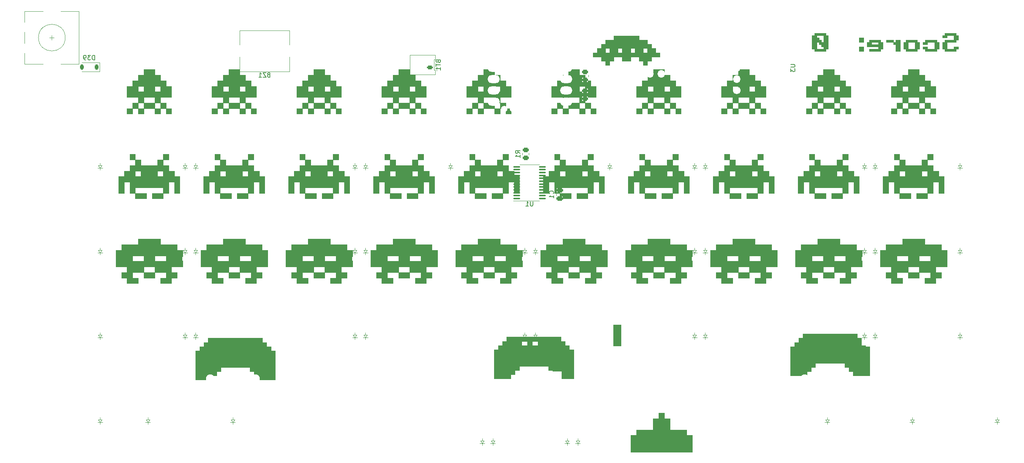
<source format=gbo>
%TF.GenerationSoftware,KiCad,Pcbnew,(7.0.0-0)*%
%TF.CreationDate,2023-03-16T02:49:19-07:00*%
%TF.ProjectId,spc_evdr,7370635f-6576-4647-922e-6b696361645f,rev?*%
%TF.SameCoordinates,Original*%
%TF.FileFunction,Legend,Bot*%
%TF.FilePolarity,Positive*%
%FSLAX46Y46*%
G04 Gerber Fmt 4.6, Leading zero omitted, Abs format (unit mm)*
G04 Created by KiCad (PCBNEW (7.0.0-0)) date 2023-03-16 02:49:19*
%MOMM*%
%LPD*%
G01*
G04 APERTURE LIST*
G04 Aperture macros list*
%AMRoundRect*
0 Rectangle with rounded corners*
0 $1 Rounding radius*
0 $2 $3 $4 $5 $6 $7 $8 $9 X,Y pos of 4 corners*
0 Add a 4 corners polygon primitive as box body*
4,1,4,$2,$3,$4,$5,$6,$7,$8,$9,$2,$3,0*
0 Add four circle primitives for the rounded corners*
1,1,$1+$1,$2,$3*
1,1,$1+$1,$4,$5*
1,1,$1+$1,$6,$7*
1,1,$1+$1,$8,$9*
0 Add four rect primitives between the rounded corners*
20,1,$1+$1,$2,$3,$4,$5,0*
20,1,$1+$1,$4,$5,$6,$7,0*
20,1,$1+$1,$6,$7,$8,$9,0*
20,1,$1+$1,$8,$9,$2,$3,0*%
G04 Aperture macros list end*
%ADD10C,0.020000*%
%ADD11C,0.150000*%
%ADD12C,0.120000*%
%ADD13C,0.100000*%
%ADD14C,2.000000*%
%ADD15R,3.200000X2.000000*%
%ADD16O,1.700000X1.700000*%
%ADD17C,1.700000*%
%ADD18R,2.200000X2.200000*%
%ADD19C,1.900000*%
%ADD20C,3.000000*%
%ADD21C,4.100000*%
%ADD22R,2.550000X2.500000*%
%ADD23O,1.778000X1.397000*%
%ADD24C,3.987800*%
%ADD25C,3.048000*%
%ADD26R,1.700000X1.700000*%
%ADD27R,1.200000X0.900000*%
%ADD28RoundRect,0.200000X0.450000X-0.200000X0.450000X0.200000X-0.450000X0.200000X-0.450000X-0.200000X0*%
%ADD29O,1.300000X0.800000*%
%ADD30RoundRect,0.250000X0.450000X-0.262500X0.450000X0.262500X-0.450000X0.262500X-0.450000X-0.262500X0*%
%ADD31RoundRect,0.250000X-0.450000X0.262500X-0.450000X-0.262500X0.450000X-0.262500X0.450000X0.262500X0*%
%ADD32RoundRect,0.100000X-0.637500X-0.100000X0.637500X-0.100000X0.637500X0.100000X-0.637500X0.100000X0*%
%ADD33RoundRect,0.250000X-0.475000X0.250000X-0.475000X-0.250000X0.475000X-0.250000X0.475000X0.250000X0*%
%ADD34RoundRect,0.225000X0.225000X0.375000X-0.225000X0.375000X-0.225000X-0.375000X0.225000X-0.375000X0*%
%ADD35R,1.100000X0.600000*%
%ADD36R,1.000000X0.600000*%
%ADD37C,0.850000*%
%ADD38R,0.600000X1.000000*%
%ADD39O,2.750000X1.800000*%
%ADD40C,1.397000*%
G04 APERTURE END LIST*
D10*
G36*
X83867676Y-63857187D02*
G01*
X82617691Y-63857187D01*
X82617691Y-62607198D01*
X83867676Y-62607198D01*
X83867676Y-63857187D01*
G37*
X83867676Y-63857187D02*
X82617691Y-63857187D01*
X82617691Y-62607198D01*
X83867676Y-62607198D01*
X83867676Y-63857187D01*
G36*
X192543352Y-82907155D02*
G01*
X190045794Y-82907155D01*
X190045794Y-81657167D01*
X192543352Y-81657167D01*
X192543352Y-82907155D01*
G37*
X192543352Y-82907155D02*
X190045794Y-82907155D01*
X190045794Y-81657167D01*
X192543352Y-81657167D01*
X192543352Y-82907155D01*
G36*
X204717669Y-94457567D02*
G01*
X205967653Y-94457567D01*
X205967653Y-93207544D01*
X209717653Y-93207544D01*
X209717653Y-91957551D01*
X214717669Y-91957551D01*
X214717669Y-93207544D01*
X218467669Y-93207544D01*
X218467669Y-94457559D01*
X219717669Y-94457559D01*
X219717669Y-98207544D01*
X218467669Y-98207544D01*
X218467669Y-98207170D01*
X217217684Y-98207170D01*
X217217684Y-99456804D01*
X218467669Y-99456804D01*
X218467669Y-100706827D01*
X217217684Y-100706827D01*
X217217684Y-101956819D01*
X214717669Y-101956819D01*
X214717669Y-100706827D01*
X215967669Y-100706827D01*
X215967669Y-99457193D01*
X213467684Y-99457193D01*
X213467684Y-100706827D01*
X210967669Y-100706827D01*
X210967669Y-99457193D01*
X208467669Y-99457193D01*
X208467669Y-100706827D01*
X209717653Y-100706827D01*
X209717653Y-101956834D01*
X207217669Y-101956834D01*
X207217669Y-100706842D01*
X205967653Y-100706842D01*
X205967653Y-99456819D01*
X207217669Y-99456819D01*
X207217669Y-99456811D01*
X207217669Y-98207185D01*
X204717669Y-98207185D01*
X204717669Y-98207177D01*
X210967669Y-98207177D01*
X210967669Y-99456811D01*
X213467684Y-99456811D01*
X213467684Y-98207177D01*
X210967669Y-98207177D01*
X204717669Y-98207177D01*
X204717669Y-96957185D01*
X204717669Y-95707551D01*
X208467669Y-95707551D01*
X208467669Y-96957185D01*
X210967669Y-96957185D01*
X210967669Y-95707551D01*
X213467684Y-95707551D01*
X213467684Y-96957185D01*
X215967669Y-96957185D01*
X215967669Y-95707551D01*
X213467684Y-95707551D01*
X210967669Y-95707551D01*
X208467669Y-95707551D01*
X204717669Y-95707551D01*
X204717669Y-94457567D01*
G37*
X204717669Y-94457567D02*
X205967653Y-94457567D01*
X205967653Y-93207544D01*
X209717653Y-93207544D01*
X209717653Y-91957551D01*
X214717669Y-91957551D01*
X214717669Y-93207544D01*
X218467669Y-93207544D01*
X218467669Y-94457559D01*
X219717669Y-94457559D01*
X219717669Y-98207544D01*
X218467669Y-98207544D01*
X218467669Y-98207170D01*
X217217684Y-98207170D01*
X217217684Y-99456804D01*
X218467669Y-99456804D01*
X218467669Y-100706827D01*
X217217684Y-100706827D01*
X217217684Y-101956819D01*
X214717669Y-101956819D01*
X214717669Y-100706827D01*
X215967669Y-100706827D01*
X215967669Y-99457193D01*
X213467684Y-99457193D01*
X213467684Y-100706827D01*
X210967669Y-100706827D01*
X210967669Y-99457193D01*
X208467669Y-99457193D01*
X208467669Y-100706827D01*
X209717653Y-100706827D01*
X209717653Y-101956834D01*
X207217669Y-101956834D01*
X207217669Y-100706842D01*
X205967653Y-100706842D01*
X205967653Y-99456819D01*
X207217669Y-99456819D01*
X207217669Y-99456811D01*
X207217669Y-98207185D01*
X204717669Y-98207185D01*
X204717669Y-98207177D01*
X210967669Y-98207177D01*
X210967669Y-99456811D01*
X213467684Y-99456811D01*
X213467684Y-98207177D01*
X210967669Y-98207177D01*
X204717669Y-98207177D01*
X204717669Y-96957185D01*
X204717669Y-95707551D01*
X208467669Y-95707551D01*
X208467669Y-96957185D01*
X210967669Y-96957185D01*
X210967669Y-95707551D01*
X213467684Y-95707551D01*
X213467684Y-96957185D01*
X215967669Y-96957185D01*
X215967669Y-95707551D01*
X213467684Y-95707551D01*
X210967669Y-95707551D01*
X208467669Y-95707551D01*
X204717669Y-95707551D01*
X204717669Y-94457567D01*
G36*
X116343363Y-82907155D02*
G01*
X113845823Y-82907155D01*
X113845823Y-81657167D01*
X116343363Y-81657167D01*
X116343363Y-82907155D01*
G37*
X116343363Y-82907155D02*
X113845823Y-82907155D01*
X113845823Y-81657167D01*
X116343363Y-81657167D01*
X116343363Y-82907155D01*
G36*
X54817705Y-57607183D02*
G01*
X56067690Y-57607183D01*
X56067690Y-57607179D01*
X57317705Y-57607179D01*
X57317705Y-58857198D01*
X58567690Y-58857198D01*
X58567690Y-57607179D01*
X61067704Y-57607179D01*
X61067704Y-58857198D01*
X62317689Y-58857198D01*
X62317689Y-57607179D01*
X61067704Y-57607179D01*
X58567690Y-57607179D01*
X57317705Y-57607179D01*
X56067690Y-57607179D01*
X56067690Y-56357194D01*
X57317705Y-56357194D01*
X57317705Y-55107206D01*
X58567690Y-55107206D01*
X58567690Y-53857187D01*
X61067689Y-53857187D01*
X61067689Y-55107206D01*
X62317674Y-55107206D01*
X62317674Y-56357194D01*
X63567689Y-56357194D01*
X63567689Y-57607183D01*
X64817674Y-57607183D01*
X64817674Y-60107190D01*
X62317674Y-60107190D01*
X62317674Y-61357209D01*
X61067704Y-61357209D01*
X61067704Y-62607198D01*
X58567705Y-62607198D01*
X58567705Y-61357209D01*
X61067689Y-61357209D01*
X61067689Y-60107190D01*
X58567690Y-60107190D01*
X58567690Y-61357209D01*
X57317705Y-61357209D01*
X57317705Y-60107190D01*
X54817705Y-60107190D01*
X54817705Y-58857198D01*
X54817705Y-57607183D01*
G37*
X54817705Y-57607183D02*
X56067690Y-57607183D01*
X56067690Y-57607179D01*
X57317705Y-57607179D01*
X57317705Y-58857198D01*
X58567690Y-58857198D01*
X58567690Y-57607179D01*
X61067704Y-57607179D01*
X61067704Y-58857198D01*
X62317689Y-58857198D01*
X62317689Y-57607179D01*
X61067704Y-57607179D01*
X58567690Y-57607179D01*
X57317705Y-57607179D01*
X56067690Y-57607179D01*
X56067690Y-56357194D01*
X57317705Y-56357194D01*
X57317705Y-55107206D01*
X58567690Y-55107206D01*
X58567690Y-53857187D01*
X61067689Y-53857187D01*
X61067689Y-55107206D01*
X62317674Y-55107206D01*
X62317674Y-56357194D01*
X63567689Y-56357194D01*
X63567689Y-57607183D01*
X64817674Y-57607183D01*
X64817674Y-60107190D01*
X62317674Y-60107190D01*
X62317674Y-61357209D01*
X61067704Y-61357209D01*
X61067704Y-62607198D01*
X58567705Y-62607198D01*
X58567705Y-61357209D01*
X61067689Y-61357209D01*
X61067689Y-60107190D01*
X58567690Y-60107190D01*
X58567690Y-61357209D01*
X57317705Y-61357209D01*
X57317705Y-60107190D01*
X54817705Y-60107190D01*
X54817705Y-58857198D01*
X54817705Y-57607183D01*
G36*
X141017679Y-63857187D02*
G01*
X139767687Y-63857187D01*
X139767687Y-62607198D01*
X141017679Y-62607198D01*
X141017679Y-63857187D01*
G37*
X141017679Y-63857187D02*
X139767687Y-63857187D01*
X139767687Y-62607198D01*
X141017679Y-62607198D01*
X141017679Y-63857187D01*
G36*
X157567667Y-63857187D02*
G01*
X156317682Y-63857187D01*
X156317682Y-62607198D01*
X157567667Y-62607198D01*
X157567667Y-63857187D01*
G37*
X157567667Y-63857187D02*
X156317682Y-63857187D01*
X156317682Y-62607198D01*
X157567667Y-62607198D01*
X157567667Y-63857187D01*
G36*
X211593355Y-82907155D02*
G01*
X209095812Y-82907155D01*
X209095812Y-81657167D01*
X211593355Y-81657167D01*
X211593355Y-82907155D01*
G37*
X211593355Y-82907155D02*
X209095812Y-82907155D01*
X209095812Y-81657167D01*
X211593355Y-81657167D01*
X211593355Y-82907155D01*
G36*
X82617691Y-62607198D02*
G01*
X81367676Y-62607198D01*
X81367676Y-61357209D01*
X82617691Y-61357209D01*
X82617691Y-62607198D01*
G37*
X82617691Y-62607198D02*
X81367676Y-62607198D01*
X81367676Y-61357209D01*
X82617691Y-61357209D01*
X82617691Y-62607198D01*
G36*
X217217669Y-63857187D02*
G01*
X215967684Y-63857187D01*
X215967684Y-62607198D01*
X217217669Y-62607198D01*
X217217669Y-63857187D01*
G37*
X217217669Y-63857187D02*
X215967684Y-63857187D01*
X215967684Y-62607198D01*
X217217669Y-62607198D01*
X217217669Y-63857187D01*
G36*
X140390444Y-74157197D02*
G01*
X139140451Y-74157197D01*
X139140451Y-72907209D01*
X140390444Y-72907209D01*
X140390444Y-74157197D01*
G37*
X140390444Y-74157197D02*
X139140451Y-74157197D01*
X139140451Y-72907209D01*
X140390444Y-72907209D01*
X140390444Y-74157197D01*
G36*
X54195375Y-77907186D02*
G01*
X54195375Y-76657197D01*
X55445391Y-76657197D01*
X56695833Y-76657197D01*
X56695833Y-77907186D01*
X57943361Y-77907186D01*
X57943361Y-76657197D01*
X61693345Y-76657197D01*
X61693345Y-77907186D01*
X62940904Y-77907186D01*
X62940904Y-76657197D01*
X61693345Y-76657197D01*
X57943361Y-76657197D01*
X56695833Y-76657197D01*
X55445391Y-76657197D01*
X55445391Y-75407178D01*
X56695375Y-75407178D01*
X56695375Y-74157197D01*
X57944917Y-74157197D01*
X57944917Y-75407178D01*
X61690004Y-75407178D01*
X61690004Y-74157197D01*
X62940019Y-74157197D01*
X62940019Y-75407178D01*
X64190003Y-75407178D01*
X64190003Y-76657197D01*
X65440019Y-76657197D01*
X65440019Y-77907186D01*
X66690003Y-77907186D01*
X66690003Y-81657167D01*
X65440019Y-81657167D01*
X65440019Y-79157167D01*
X64190003Y-79157167D01*
X64190003Y-80407186D01*
X64188005Y-80407186D01*
X64188005Y-81657167D01*
X62938462Y-81657167D01*
X62938462Y-82907155D01*
X60440904Y-82907155D01*
X60440904Y-81657167D01*
X62938020Y-81657167D01*
X62938020Y-80407186D01*
X56695375Y-80407186D01*
X56695375Y-81657167D01*
X55445391Y-81657167D01*
X55445391Y-79157167D01*
X54195375Y-79157167D01*
X54195375Y-81657167D01*
X52945391Y-81657167D01*
X52945391Y-77907186D01*
X54195375Y-77907186D01*
G37*
X54195375Y-77907186D02*
X54195375Y-76657197D01*
X55445391Y-76657197D01*
X56695833Y-76657197D01*
X56695833Y-77907186D01*
X57943361Y-77907186D01*
X57943361Y-76657197D01*
X61693345Y-76657197D01*
X61693345Y-77907186D01*
X62940904Y-77907186D01*
X62940904Y-76657197D01*
X61693345Y-76657197D01*
X57943361Y-76657197D01*
X56695833Y-76657197D01*
X55445391Y-76657197D01*
X55445391Y-75407178D01*
X56695375Y-75407178D01*
X56695375Y-74157197D01*
X57944917Y-74157197D01*
X57944917Y-75407178D01*
X61690004Y-75407178D01*
X61690004Y-74157197D01*
X62940019Y-74157197D01*
X62940019Y-75407178D01*
X64190003Y-75407178D01*
X64190003Y-76657197D01*
X65440019Y-76657197D01*
X65440019Y-77907186D01*
X66690003Y-77907186D01*
X66690003Y-81657167D01*
X65440019Y-81657167D01*
X65440019Y-79157167D01*
X64190003Y-79157167D01*
X64190003Y-80407186D01*
X64188005Y-80407186D01*
X64188005Y-81657167D01*
X62938462Y-81657167D01*
X62938462Y-82907155D01*
X60440904Y-82907155D01*
X60440904Y-81657167D01*
X62938020Y-81657167D01*
X62938020Y-80407186D01*
X56695375Y-80407186D01*
X56695375Y-81657167D01*
X55445391Y-81657167D01*
X55445391Y-79157167D01*
X54195375Y-79157167D01*
X54195375Y-81657167D01*
X52945391Y-81657167D01*
X52945391Y-77907186D01*
X54195375Y-77907186D01*
G36*
X220049227Y-49792640D02*
G01*
X219022600Y-49792642D01*
X219022600Y-48767381D01*
X220049227Y-48767381D01*
X220049227Y-49792640D01*
G37*
X220049227Y-49792640D02*
X219022600Y-49792642D01*
X219022600Y-48767381D01*
X220049227Y-48767381D01*
X220049227Y-49792640D01*
G36*
X168495356Y-77907186D02*
G01*
X168495356Y-76657197D01*
X169745371Y-76657197D01*
X170995813Y-76657197D01*
X170995813Y-77907186D01*
X172243342Y-77907186D01*
X172243342Y-76657197D01*
X175993334Y-76657197D01*
X175993334Y-77907186D01*
X177240893Y-77907186D01*
X177240893Y-76657197D01*
X175993334Y-76657197D01*
X172243342Y-76657197D01*
X170995813Y-76657197D01*
X169745371Y-76657197D01*
X169745371Y-75407178D01*
X170995363Y-75407178D01*
X170995363Y-74157197D01*
X172244883Y-74157197D01*
X172244883Y-75407178D01*
X175989969Y-75407178D01*
X175989969Y-74157197D01*
X177239985Y-74157197D01*
X177239985Y-75407178D01*
X178489969Y-75407178D01*
X178489969Y-76657197D01*
X179739985Y-76657197D01*
X179739985Y-77907186D01*
X180989962Y-77907186D01*
X180989962Y-81657167D01*
X179739992Y-81657167D01*
X179739992Y-79157167D01*
X178489969Y-79157167D01*
X178489969Y-80407186D01*
X178487970Y-80407186D01*
X178487970Y-81657167D01*
X177238443Y-81657167D01*
X177238443Y-82907155D01*
X174740892Y-82907155D01*
X174740892Y-81657167D01*
X177237993Y-81657167D01*
X177237993Y-80407186D01*
X170995363Y-80407186D01*
X170995363Y-81657167D01*
X169745371Y-81657167D01*
X169745371Y-79157167D01*
X168495356Y-79157167D01*
X168495356Y-81657167D01*
X167245371Y-81657167D01*
X167245371Y-77907186D01*
X168495356Y-77907186D01*
G37*
X168495356Y-77907186D02*
X168495356Y-76657197D01*
X169745371Y-76657197D01*
X170995813Y-76657197D01*
X170995813Y-77907186D01*
X172243342Y-77907186D01*
X172243342Y-76657197D01*
X175993334Y-76657197D01*
X175993334Y-77907186D01*
X177240893Y-77907186D01*
X177240893Y-76657197D01*
X175993334Y-76657197D01*
X172243342Y-76657197D01*
X170995813Y-76657197D01*
X169745371Y-76657197D01*
X169745371Y-75407178D01*
X170995363Y-75407178D01*
X170995363Y-74157197D01*
X172244883Y-74157197D01*
X172244883Y-75407178D01*
X175989969Y-75407178D01*
X175989969Y-74157197D01*
X177239985Y-74157197D01*
X177239985Y-75407178D01*
X178489969Y-75407178D01*
X178489969Y-76657197D01*
X179739985Y-76657197D01*
X179739985Y-77907186D01*
X180989962Y-77907186D01*
X180989962Y-81657167D01*
X179739992Y-81657167D01*
X179739992Y-79157167D01*
X178489969Y-79157167D01*
X178489969Y-80407186D01*
X178487970Y-80407186D01*
X178487970Y-81657167D01*
X177238443Y-81657167D01*
X177238443Y-82907155D01*
X174740892Y-82907155D01*
X174740892Y-81657167D01*
X177237993Y-81657167D01*
X177237993Y-80407186D01*
X170995363Y-80407186D01*
X170995363Y-81657167D01*
X169745371Y-81657167D01*
X169745371Y-79157167D01*
X168495356Y-79157167D01*
X168495356Y-81657167D01*
X167245371Y-81657167D01*
X167245371Y-77907186D01*
X168495356Y-77907186D01*
G36*
X152186411Y-114919687D02*
G01*
X153123919Y-114919687D01*
X153123919Y-115857194D01*
X154061419Y-115857194D01*
X154061419Y-116794679D01*
X154998926Y-116794679D01*
X154998926Y-117732171D01*
X154998896Y-117732171D01*
X154998896Y-118669694D01*
X154998926Y-118669694D01*
X154998926Y-123357202D01*
X151248919Y-123357202D01*
X151248919Y-122419679D01*
X150311419Y-122419679D01*
X150311419Y-121482202D01*
X149373911Y-121482202D01*
X149373911Y-120544710D01*
X142811419Y-120544710D01*
X142811419Y-121482202D01*
X141873911Y-121482202D01*
X141873911Y-122419679D01*
X140936419Y-122419679D01*
X140936419Y-123357202D01*
X137186426Y-123357202D01*
X137186426Y-116794679D01*
X138123919Y-116794679D01*
X138123919Y-115857194D01*
X139061411Y-115857194D01*
X139061411Y-114919687D01*
X139998919Y-114919687D01*
X139998919Y-113982187D01*
X152186411Y-113982187D01*
X152186411Y-114919687D01*
G37*
X152186411Y-114919687D02*
X153123919Y-114919687D01*
X153123919Y-115857194D01*
X154061419Y-115857194D01*
X154061419Y-116794679D01*
X154998926Y-116794679D01*
X154998926Y-117732171D01*
X154998896Y-117732171D01*
X154998896Y-118669694D01*
X154998926Y-118669694D01*
X154998926Y-123357202D01*
X151248919Y-123357202D01*
X151248919Y-122419679D01*
X150311419Y-122419679D01*
X150311419Y-121482202D01*
X149373911Y-121482202D01*
X149373911Y-120544710D01*
X142811419Y-120544710D01*
X142811419Y-121482202D01*
X141873911Y-121482202D01*
X141873911Y-122419679D01*
X140936419Y-122419679D01*
X140936419Y-123357202D01*
X137186426Y-123357202D01*
X137186426Y-116794679D01*
X138123919Y-116794679D01*
X138123919Y-115857194D01*
X139061411Y-115857194D01*
X139061411Y-114919687D01*
X139998919Y-114919687D01*
X139998919Y-113982187D01*
X152186411Y-113982187D01*
X152186411Y-114919687D01*
G36*
X198167666Y-63857187D02*
G01*
X196917681Y-63857187D01*
X196917681Y-62607198D01*
X198167666Y-62607198D01*
X198167666Y-63857187D01*
G37*
X198167666Y-63857187D02*
X196917681Y-63857187D01*
X196917681Y-62607198D01*
X198167666Y-62607198D01*
X198167666Y-63857187D01*
G36*
X132895373Y-74157197D02*
G01*
X131645380Y-74157197D01*
X131645380Y-72907209D01*
X132895373Y-72907209D01*
X132895373Y-74157197D01*
G37*
X132895373Y-74157197D02*
X131645380Y-74157197D01*
X131645380Y-72907209D01*
X132895373Y-72907209D01*
X132895373Y-74157197D01*
G36*
X77617676Y-63857187D02*
G01*
X76367691Y-63857187D01*
X76367691Y-62607198D01*
X77617676Y-62607198D01*
X77617676Y-63857187D01*
G37*
X77617676Y-63857187D02*
X76367691Y-63857187D01*
X76367691Y-62607198D01*
X77617676Y-62607198D01*
X77617676Y-63857187D01*
G36*
X235640429Y-74157201D02*
G01*
X234390429Y-74157201D01*
X234390429Y-72907209D01*
X235640429Y-72907209D01*
X235640429Y-74157201D01*
G37*
X235640429Y-74157201D02*
X234390429Y-74157201D01*
X234390429Y-72907209D01*
X235640429Y-72907209D01*
X235640429Y-74157201D01*
G36*
X175345072Y-132319665D02*
G01*
X176595057Y-132319665D01*
X176595057Y-134819665D01*
X180345034Y-134819665D01*
X180345034Y-136069658D01*
X181595019Y-136069658D01*
X181595019Y-139819696D01*
X167845057Y-139819696D01*
X167845057Y-136069658D01*
X169095080Y-136069658D01*
X169095080Y-134819665D01*
X172845064Y-134819665D01*
X172845064Y-132319665D01*
X174095057Y-132319665D01*
X174095057Y-131069673D01*
X175345072Y-131069673D01*
X175345072Y-132319665D01*
G37*
X175345072Y-132319665D02*
X176595057Y-132319665D01*
X176595057Y-134819665D01*
X180345034Y-134819665D01*
X180345034Y-136069658D01*
X181595019Y-136069658D01*
X181595019Y-139819696D01*
X167845057Y-139819696D01*
X167845057Y-136069658D01*
X169095080Y-136069658D01*
X169095080Y-134819665D01*
X172845064Y-134819665D01*
X172845064Y-132319665D01*
X174095057Y-132319665D01*
X174095057Y-131069673D01*
X175345072Y-131069673D01*
X175345072Y-132319665D01*
G36*
X111345358Y-77907186D02*
G01*
X111345358Y-76657197D01*
X112595381Y-76657197D01*
X113845823Y-76657197D01*
X113845823Y-77907186D01*
X115093352Y-77907186D01*
X115093352Y-76657197D01*
X118843340Y-76657197D01*
X118843340Y-77907186D01*
X120090899Y-77907186D01*
X120090899Y-76657197D01*
X118843340Y-76657197D01*
X115093352Y-76657197D01*
X113845823Y-76657197D01*
X112595381Y-76657197D01*
X112595381Y-75407178D01*
X113845373Y-75407178D01*
X113845373Y-74157197D01*
X115094893Y-74157197D01*
X115094893Y-75407178D01*
X118839960Y-75407178D01*
X118839960Y-74157197D01*
X120089983Y-74157197D01*
X120089983Y-75407178D01*
X121339975Y-75407178D01*
X121339975Y-76657197D01*
X122589983Y-76657197D01*
X122589983Y-77907186D01*
X123839975Y-77907186D01*
X123839975Y-81657167D01*
X122589998Y-81657167D01*
X122589998Y-79157167D01*
X121339975Y-79157167D01*
X121339975Y-80407186D01*
X121337977Y-80407186D01*
X121337977Y-81657167D01*
X120088450Y-81657167D01*
X120088450Y-82907155D01*
X117590899Y-82907155D01*
X117590899Y-81657167D01*
X120088000Y-81657167D01*
X120088000Y-80407186D01*
X113845373Y-80407186D01*
X113845373Y-81657167D01*
X112595381Y-81657167D01*
X112595381Y-79157167D01*
X111345358Y-79157167D01*
X111345358Y-81657167D01*
X110095381Y-81657167D01*
X110095381Y-77907186D01*
X111345358Y-77907186D01*
G37*
X111345358Y-77907186D02*
X111345358Y-76657197D01*
X112595381Y-76657197D01*
X113845823Y-76657197D01*
X113845823Y-77907186D01*
X115093352Y-77907186D01*
X115093352Y-76657197D01*
X118843340Y-76657197D01*
X118843340Y-77907186D01*
X120090899Y-77907186D01*
X120090899Y-76657197D01*
X118843340Y-76657197D01*
X115093352Y-76657197D01*
X113845823Y-76657197D01*
X112595381Y-76657197D01*
X112595381Y-75407178D01*
X113845373Y-75407178D01*
X113845373Y-74157197D01*
X115094893Y-74157197D01*
X115094893Y-75407178D01*
X118839960Y-75407178D01*
X118839960Y-74157197D01*
X120089983Y-74157197D01*
X120089983Y-75407178D01*
X121339975Y-75407178D01*
X121339975Y-76657197D01*
X122589983Y-76657197D01*
X122589983Y-77907186D01*
X123839975Y-77907186D01*
X123839975Y-81657167D01*
X122589998Y-81657167D01*
X122589998Y-79157167D01*
X121339975Y-79157167D01*
X121339975Y-80407186D01*
X121337977Y-80407186D01*
X121337977Y-81657167D01*
X120088450Y-81657167D01*
X120088450Y-82907155D01*
X117590899Y-82907155D01*
X117590899Y-81657167D01*
X120088000Y-81657167D01*
X120088000Y-80407186D01*
X113845373Y-80407186D01*
X113845373Y-81657167D01*
X112595381Y-81657167D01*
X112595381Y-79157167D01*
X111345358Y-79157167D01*
X111345358Y-81657167D01*
X110095381Y-81657167D01*
X110095381Y-77907186D01*
X111345358Y-77907186D01*
G36*
X178490427Y-74157197D02*
G01*
X177240442Y-74157197D01*
X177240442Y-72907209D01*
X178490427Y-72907209D01*
X178490427Y-74157197D01*
G37*
X178490427Y-74157197D02*
X177240442Y-74157197D01*
X177240442Y-72907209D01*
X178490427Y-72907209D01*
X178490427Y-74157197D01*
G36*
X172867670Y-63857187D02*
G01*
X171617685Y-63857187D01*
X171617685Y-62607198D01*
X172867670Y-62607198D01*
X172867670Y-63857187D01*
G37*
X172867670Y-63857187D02*
X171617685Y-63857187D01*
X171617685Y-62607198D01*
X172867670Y-62607198D01*
X172867670Y-63857187D01*
G36*
X151945368Y-74157197D02*
G01*
X150695376Y-74157197D01*
X150695376Y-72907209D01*
X151945368Y-72907209D01*
X151945368Y-74157197D01*
G37*
X151945368Y-74157197D02*
X150695376Y-74157197D01*
X150695376Y-72907209D01*
X151945368Y-72907209D01*
X151945368Y-74157197D01*
G36*
X80117691Y-62607198D02*
G01*
X77617691Y-62607198D01*
X77617691Y-61357209D01*
X80117691Y-61357209D01*
X80117691Y-62607198D01*
G37*
X80117691Y-62607198D02*
X77617691Y-62607198D01*
X77617691Y-61357209D01*
X80117691Y-61357209D01*
X80117691Y-62607198D01*
G36*
X62317689Y-63857187D02*
G01*
X61067704Y-63857187D01*
X61067704Y-62607198D01*
X62317689Y-62607198D01*
X62317689Y-63857187D01*
G37*
X62317689Y-63857187D02*
X61067704Y-63857187D01*
X61067704Y-62607198D01*
X62317689Y-62607198D01*
X62317689Y-63857187D01*
G36*
X190045351Y-74157197D02*
G01*
X188795366Y-74157197D01*
X188795366Y-72907209D01*
X190045351Y-72907209D01*
X190045351Y-74157197D01*
G37*
X190045351Y-74157197D02*
X188795366Y-74157197D01*
X188795366Y-72907209D01*
X190045351Y-72907209D01*
X190045351Y-74157197D01*
G36*
X227517657Y-63857187D02*
G01*
X226267672Y-63857187D01*
X226267672Y-62607198D01*
X227517657Y-62607198D01*
X227517657Y-63857187D01*
G37*
X227517657Y-63857187D02*
X226267672Y-63857187D01*
X226267672Y-62607198D01*
X227517657Y-62607198D01*
X227517657Y-63857187D01*
G36*
X78243393Y-82907155D02*
G01*
X75745834Y-82907155D01*
X75745834Y-81657167D01*
X78243393Y-81657167D01*
X78243393Y-82907155D01*
G37*
X78243393Y-82907155D02*
X75745834Y-82907155D01*
X75745834Y-81657167D01*
X78243393Y-81657167D01*
X78243393Y-82907155D01*
G36*
X208467653Y-63857187D02*
G01*
X207217669Y-63857187D01*
X207217669Y-62607198D01*
X208467653Y-62607198D01*
X208467653Y-63857187D01*
G37*
X208467653Y-63857187D02*
X207217669Y-63857187D01*
X207217669Y-62607198D01*
X208467653Y-62607198D01*
X208467653Y-63857187D01*
G36*
X228258196Y-49792640D02*
G01*
X227231569Y-49792640D01*
X227231569Y-48253373D01*
X226718935Y-48253373D01*
X226718935Y-47740743D01*
X227231569Y-47740743D01*
X227231569Y-47228112D01*
X228258196Y-47228112D01*
X228258196Y-49792640D01*
G37*
X228258196Y-49792640D02*
X227231569Y-49792640D01*
X227231569Y-48253373D01*
X226718935Y-48253373D01*
X226718935Y-47740743D01*
X227231569Y-47740743D01*
X227231569Y-47228112D01*
X228258196Y-47228112D01*
X228258196Y-49792640D01*
G36*
X171617685Y-62607198D02*
G01*
X170367663Y-62607198D01*
X170367663Y-61357209D01*
X171617685Y-61357209D01*
X171617685Y-62607198D01*
G37*
X171617685Y-62607198D02*
X170367663Y-62607198D01*
X170367663Y-61357209D01*
X171617685Y-61357209D01*
X171617685Y-62607198D01*
G36*
X159440439Y-74157197D02*
G01*
X158190447Y-74157197D01*
X158190447Y-72907209D01*
X159440439Y-72907209D01*
X159440439Y-74157197D01*
G37*
X159440439Y-74157197D02*
X158190447Y-74157197D01*
X158190447Y-72907209D01*
X159440439Y-72907209D01*
X159440439Y-74157197D01*
G36*
X173493364Y-82907155D02*
G01*
X170995813Y-82907155D01*
X170995813Y-81657167D01*
X173493364Y-81657167D01*
X173493364Y-82907155D01*
G37*
X173493364Y-82907155D02*
X170995813Y-82907155D01*
X170995813Y-81657167D01*
X173493364Y-81657167D01*
X173493364Y-82907155D01*
G36*
X169117670Y-57607183D02*
G01*
X170367663Y-57607183D01*
X170367663Y-57607179D01*
X171617685Y-57607179D01*
X171617685Y-58857198D01*
X172867670Y-58857198D01*
X172867670Y-57607179D01*
X175367678Y-57607179D01*
X175367678Y-58857198D01*
X176617670Y-58857198D01*
X176617670Y-57607179D01*
X175367678Y-57607179D01*
X172867670Y-57607179D01*
X171617685Y-57607179D01*
X170367663Y-57607179D01*
X170367663Y-56357194D01*
X171617685Y-56357194D01*
X171617685Y-55107206D01*
X172867670Y-55107206D01*
X172867670Y-53857187D01*
X175367678Y-53857187D01*
X175367678Y-55107206D01*
X176617670Y-55107206D01*
X176617670Y-56357194D01*
X177867685Y-56357194D01*
X177867685Y-57607183D01*
X179117670Y-57607183D01*
X179117670Y-60107190D01*
X176617670Y-60107190D01*
X176617670Y-61357209D01*
X175367678Y-61357209D01*
X175367678Y-60107190D01*
X172867670Y-60107190D01*
X172867670Y-61357209D01*
X171617685Y-61357209D01*
X171617685Y-60107190D01*
X169117670Y-60107190D01*
X169117670Y-58857198D01*
X169117670Y-57607183D01*
G37*
X169117670Y-57607183D02*
X170367663Y-57607183D01*
X170367663Y-57607179D01*
X171617685Y-57607179D01*
X171617685Y-58857198D01*
X172867670Y-58857198D01*
X172867670Y-57607179D01*
X175367678Y-57607179D01*
X175367678Y-58857198D01*
X176617670Y-58857198D01*
X176617670Y-57607179D01*
X175367678Y-57607179D01*
X172867670Y-57607179D01*
X171617685Y-57607179D01*
X170367663Y-57607179D01*
X170367663Y-56357194D01*
X171617685Y-56357194D01*
X171617685Y-55107206D01*
X172867670Y-55107206D01*
X172867670Y-53857187D01*
X175367678Y-53857187D01*
X175367678Y-55107206D01*
X176617670Y-55107206D01*
X176617670Y-56357194D01*
X177867685Y-56357194D01*
X177867685Y-57607183D01*
X179117670Y-57607183D01*
X179117670Y-60107190D01*
X176617670Y-60107190D01*
X176617670Y-61357209D01*
X175367678Y-61357209D01*
X175367678Y-60107190D01*
X172867670Y-60107190D01*
X172867670Y-61357209D01*
X171617685Y-61357209D01*
X171617685Y-60107190D01*
X169117670Y-60107190D01*
X169117670Y-58857198D01*
X169117670Y-57607183D01*
G36*
X159346880Y-50063428D02*
G01*
X160284395Y-50063428D01*
X160284395Y-49125936D01*
X162159403Y-49125936D01*
X162159403Y-50063430D01*
X163096888Y-50063430D01*
X163096888Y-49125936D01*
X164971895Y-49125936D01*
X164971895Y-50063430D01*
X165909395Y-50063430D01*
X165909395Y-49125936D01*
X167784403Y-49125936D01*
X167784403Y-50063430D01*
X168721888Y-50063430D01*
X168721888Y-49125936D01*
X170596903Y-49125936D01*
X170596903Y-50063430D01*
X171534388Y-50063430D01*
X171534388Y-49125936D01*
X170596903Y-49125936D01*
X168721888Y-49125936D01*
X167784403Y-49125936D01*
X165909395Y-49125936D01*
X164971895Y-49125936D01*
X163096888Y-49125936D01*
X162159403Y-49125936D01*
X160284395Y-49125936D01*
X160284395Y-49125934D01*
X161221888Y-49125934D01*
X161221888Y-48188417D01*
X162159403Y-48188417D01*
X162159403Y-47250922D01*
X164034388Y-47250922D01*
X164034388Y-46313436D01*
X169659372Y-46313436D01*
X169659372Y-47250922D01*
X171534388Y-47250922D01*
X171534388Y-48188417D01*
X172471888Y-48188417D01*
X172471888Y-49125934D01*
X173409380Y-49125934D01*
X173409380Y-50063428D01*
X174346872Y-50063428D01*
X174346872Y-51000923D01*
X172471888Y-51000923D01*
X172471888Y-51938440D01*
X171534388Y-51938440D01*
X171534388Y-52875934D01*
X170596895Y-52875934D01*
X170596895Y-51938440D01*
X169659372Y-51938440D01*
X169659372Y-51000923D01*
X167784403Y-51000923D01*
X167784403Y-51938440D01*
X165909395Y-51938440D01*
X165909395Y-51000923D01*
X164034388Y-51000923D01*
X164034388Y-51938440D01*
X163096888Y-51938440D01*
X163096888Y-52875934D01*
X162159403Y-52875934D01*
X162159403Y-51938440D01*
X161221888Y-51938440D01*
X161221888Y-51000923D01*
X159346880Y-51000923D01*
X159346880Y-50063430D01*
X159346880Y-50063428D01*
G37*
X159346880Y-50063428D02*
X160284395Y-50063428D01*
X160284395Y-49125936D01*
X162159403Y-49125936D01*
X162159403Y-50063430D01*
X163096888Y-50063430D01*
X163096888Y-49125936D01*
X164971895Y-49125936D01*
X164971895Y-50063430D01*
X165909395Y-50063430D01*
X165909395Y-49125936D01*
X167784403Y-49125936D01*
X167784403Y-50063430D01*
X168721888Y-50063430D01*
X168721888Y-49125936D01*
X170596903Y-49125936D01*
X170596903Y-50063430D01*
X171534388Y-50063430D01*
X171534388Y-49125936D01*
X170596903Y-49125936D01*
X168721888Y-49125936D01*
X167784403Y-49125936D01*
X165909395Y-49125936D01*
X164971895Y-49125936D01*
X163096888Y-49125936D01*
X162159403Y-49125936D01*
X160284395Y-49125936D01*
X160284395Y-49125934D01*
X161221888Y-49125934D01*
X161221888Y-48188417D01*
X162159403Y-48188417D01*
X162159403Y-47250922D01*
X164034388Y-47250922D01*
X164034388Y-46313436D01*
X169659372Y-46313436D01*
X169659372Y-47250922D01*
X171534388Y-47250922D01*
X171534388Y-48188417D01*
X172471888Y-48188417D01*
X172471888Y-49125934D01*
X173409380Y-49125934D01*
X173409380Y-50063428D01*
X174346872Y-50063428D01*
X174346872Y-51000923D01*
X172471888Y-51000923D01*
X172471888Y-51938440D01*
X171534388Y-51938440D01*
X171534388Y-52875934D01*
X170596895Y-52875934D01*
X170596895Y-51938440D01*
X169659372Y-51938440D01*
X169659372Y-51000923D01*
X167784403Y-51000923D01*
X167784403Y-51938440D01*
X165909395Y-51938440D01*
X165909395Y-51000923D01*
X164034388Y-51000923D01*
X164034388Y-51938440D01*
X163096888Y-51938440D01*
X163096888Y-52875934D01*
X162159403Y-52875934D01*
X162159403Y-51938440D01*
X161221888Y-51938440D01*
X161221888Y-51000923D01*
X159346880Y-51000923D01*
X159346880Y-50063430D01*
X159346880Y-50063428D01*
G36*
X83240448Y-74157197D02*
G01*
X81990463Y-74157197D01*
X81990463Y-72907209D01*
X83240448Y-72907209D01*
X83240448Y-74157197D01*
G37*
X83240448Y-74157197D02*
X81990463Y-74157197D01*
X81990463Y-72907209D01*
X83240448Y-72907209D01*
X83240448Y-74157197D01*
G36*
X154443369Y-82907155D02*
G01*
X151945818Y-82907155D01*
X151945818Y-81657167D01*
X154443369Y-81657167D01*
X154443369Y-82907155D01*
G37*
X154443369Y-82907155D02*
X151945818Y-82907155D01*
X151945818Y-81657167D01*
X154443369Y-81657167D01*
X154443369Y-82907155D01*
G36*
X177867685Y-62607198D02*
G01*
X176617670Y-62607198D01*
X176617670Y-61357209D01*
X177867685Y-61357209D01*
X177867685Y-62607198D01*
G37*
X177867685Y-62607198D02*
X176617670Y-62607198D01*
X176617670Y-61357209D01*
X177867685Y-61357209D01*
X177867685Y-62607198D01*
G36*
X131017672Y-57607183D02*
G01*
X132267649Y-57607183D01*
X132267649Y-57607179D01*
X133517672Y-57607179D01*
X133517672Y-58857198D01*
X134767664Y-58857198D01*
X134767664Y-57607179D01*
X137267672Y-57607179D01*
X137267672Y-58857198D01*
X138517664Y-58857198D01*
X138517664Y-57607179D01*
X137267672Y-57607179D01*
X134767664Y-57607179D01*
X133517672Y-57607179D01*
X132267649Y-57607179D01*
X132267649Y-56357194D01*
X133517672Y-56357194D01*
X133517672Y-55107206D01*
X134767664Y-55107206D01*
X134767664Y-53857187D01*
X137267679Y-53857187D01*
X137267679Y-55107206D01*
X138517672Y-55107206D01*
X138517672Y-56357194D01*
X139767694Y-56357194D01*
X139767694Y-57607183D01*
X141017687Y-57607183D01*
X141017687Y-60107190D01*
X138517672Y-60107190D01*
X138517672Y-61357209D01*
X139767687Y-61357209D01*
X139767687Y-62607198D01*
X138517664Y-62607198D01*
X138517664Y-61357209D01*
X137267679Y-61357209D01*
X137267679Y-60107190D01*
X134767664Y-60107190D01*
X134767664Y-61357209D01*
X137267672Y-61357209D01*
X137267672Y-62607198D01*
X134767664Y-62607198D01*
X134767664Y-63857187D01*
X133517672Y-63857187D01*
X133517672Y-62607198D01*
X134767656Y-62607198D01*
X134767656Y-61357209D01*
X133517672Y-61357209D01*
X133517672Y-62607198D01*
X132267649Y-62607198D01*
X132267649Y-61357209D01*
X133517672Y-61357209D01*
X133517672Y-60107190D01*
X131017672Y-60107190D01*
X131017672Y-58857198D01*
X131017672Y-57607183D01*
G37*
X131017672Y-57607183D02*
X132267649Y-57607183D01*
X132267649Y-57607179D01*
X133517672Y-57607179D01*
X133517672Y-58857198D01*
X134767664Y-58857198D01*
X134767664Y-57607179D01*
X137267672Y-57607179D01*
X137267672Y-58857198D01*
X138517664Y-58857198D01*
X138517664Y-57607179D01*
X137267672Y-57607179D01*
X134767664Y-57607179D01*
X133517672Y-57607179D01*
X132267649Y-57607179D01*
X132267649Y-56357194D01*
X133517672Y-56357194D01*
X133517672Y-55107206D01*
X134767664Y-55107206D01*
X134767664Y-53857187D01*
X137267679Y-53857187D01*
X137267679Y-55107206D01*
X138517672Y-55107206D01*
X138517672Y-56357194D01*
X139767694Y-56357194D01*
X139767694Y-57607183D01*
X141017687Y-57607183D01*
X141017687Y-60107190D01*
X138517672Y-60107190D01*
X138517672Y-61357209D01*
X139767687Y-61357209D01*
X139767687Y-62607198D01*
X138517664Y-62607198D01*
X138517664Y-61357209D01*
X137267679Y-61357209D01*
X137267679Y-60107190D01*
X134767664Y-60107190D01*
X134767664Y-61357209D01*
X137267672Y-61357209D01*
X137267672Y-62607198D01*
X134767664Y-62607198D01*
X134767664Y-63857187D01*
X133517672Y-63857187D01*
X133517672Y-62607198D01*
X134767656Y-62607198D01*
X134767656Y-61357209D01*
X133517672Y-61357209D01*
X133517672Y-62607198D01*
X132267649Y-62607198D01*
X132267649Y-61357209D01*
X133517672Y-61357209D01*
X133517672Y-60107190D01*
X131017672Y-60107190D01*
X131017672Y-58857198D01*
X131017672Y-57607183D01*
G36*
X52317705Y-94457567D02*
G01*
X53567690Y-94457567D01*
X53567690Y-93207544D01*
X57317674Y-93207544D01*
X57317674Y-91957551D01*
X62317674Y-91957551D01*
X62317674Y-93207544D01*
X66067659Y-93207544D01*
X66067659Y-94457559D01*
X67317643Y-94457559D01*
X67317643Y-98207544D01*
X66067659Y-98207544D01*
X66067659Y-98207170D01*
X64817674Y-98207170D01*
X64817674Y-99456804D01*
X66067659Y-99456804D01*
X66067659Y-100706827D01*
X64817674Y-100706827D01*
X64817674Y-101956819D01*
X62317674Y-101956819D01*
X62317674Y-100706827D01*
X63567658Y-100706827D01*
X63567658Y-99457193D01*
X61067689Y-99457193D01*
X61067689Y-100706827D01*
X58567690Y-100706827D01*
X58567690Y-99457193D01*
X56067690Y-99457193D01*
X56067690Y-100706827D01*
X57317674Y-100706827D01*
X57317674Y-101956834D01*
X54817705Y-101956834D01*
X54817705Y-100706842D01*
X53567690Y-100706842D01*
X53567690Y-99456819D01*
X54817705Y-99456819D01*
X54817705Y-99456811D01*
X54817705Y-98207185D01*
X52317705Y-98207185D01*
X52317705Y-98207177D01*
X58567690Y-98207177D01*
X58567690Y-99456811D01*
X61067689Y-99456811D01*
X61067689Y-98207177D01*
X58567690Y-98207177D01*
X52317705Y-98207177D01*
X52317705Y-96957185D01*
X52317705Y-95707551D01*
X56067690Y-95707551D01*
X56067690Y-96957185D01*
X58567690Y-96957185D01*
X58567690Y-95707551D01*
X61067704Y-95707551D01*
X61067704Y-96957185D01*
X63567674Y-96957185D01*
X63567674Y-95707551D01*
X61067704Y-95707551D01*
X58567690Y-95707551D01*
X56067690Y-95707551D01*
X52317705Y-95707551D01*
X52317705Y-94457567D01*
G37*
X52317705Y-94457567D02*
X53567690Y-94457567D01*
X53567690Y-93207544D01*
X57317674Y-93207544D01*
X57317674Y-91957551D01*
X62317674Y-91957551D01*
X62317674Y-93207544D01*
X66067659Y-93207544D01*
X66067659Y-94457559D01*
X67317643Y-94457559D01*
X67317643Y-98207544D01*
X66067659Y-98207544D01*
X66067659Y-98207170D01*
X64817674Y-98207170D01*
X64817674Y-99456804D01*
X66067659Y-99456804D01*
X66067659Y-100706827D01*
X64817674Y-100706827D01*
X64817674Y-101956819D01*
X62317674Y-101956819D01*
X62317674Y-100706827D01*
X63567658Y-100706827D01*
X63567658Y-99457193D01*
X61067689Y-99457193D01*
X61067689Y-100706827D01*
X58567690Y-100706827D01*
X58567690Y-99457193D01*
X56067690Y-99457193D01*
X56067690Y-100706827D01*
X57317674Y-100706827D01*
X57317674Y-101956834D01*
X54817705Y-101956834D01*
X54817705Y-100706842D01*
X53567690Y-100706842D01*
X53567690Y-99456819D01*
X54817705Y-99456819D01*
X54817705Y-99456811D01*
X54817705Y-98207185D01*
X52317705Y-98207185D01*
X52317705Y-98207177D01*
X58567690Y-98207177D01*
X58567690Y-99456811D01*
X61067689Y-99456811D01*
X61067689Y-98207177D01*
X58567690Y-98207177D01*
X52317705Y-98207177D01*
X52317705Y-96957185D01*
X52317705Y-95707551D01*
X56067690Y-95707551D01*
X56067690Y-96957185D01*
X58567690Y-96957185D01*
X58567690Y-95707551D01*
X61067704Y-95707551D01*
X61067704Y-96957185D01*
X63567674Y-96957185D01*
X63567674Y-95707551D01*
X61067704Y-95707551D01*
X58567690Y-95707551D01*
X56067690Y-95707551D01*
X52317705Y-95707551D01*
X52317705Y-94457567D01*
G36*
X170367663Y-63857187D02*
G01*
X169117670Y-63857187D01*
X169117670Y-62607198D01*
X170367663Y-62607198D01*
X170367663Y-63857187D01*
G37*
X170367663Y-63857187D02*
X169117670Y-63857187D01*
X169117670Y-62607198D01*
X170367663Y-62607198D01*
X170367663Y-63857187D01*
G36*
X230643358Y-82907159D02*
G01*
X228145800Y-82907159D01*
X228145800Y-81657171D01*
X230643358Y-81657171D01*
X230643358Y-82907159D01*
G37*
X230643358Y-82907159D02*
X228145800Y-82907159D01*
X228145800Y-81657171D01*
X230643358Y-81657171D01*
X230643358Y-82907159D01*
G36*
X190667681Y-62607198D02*
G01*
X189417650Y-62607198D01*
X189417650Y-61357209D01*
X190667681Y-61357209D01*
X190667681Y-62607198D01*
G37*
X190667681Y-62607198D02*
X189417650Y-62607198D01*
X189417650Y-61357209D01*
X190667681Y-61357209D01*
X190667681Y-62607198D01*
G36*
X113217657Y-63857187D02*
G01*
X111967665Y-63857187D01*
X111967665Y-62607198D01*
X113217657Y-62607198D01*
X113217657Y-63857187D01*
G37*
X113217657Y-63857187D02*
X111967665Y-63857187D01*
X111967665Y-62607198D01*
X113217657Y-62607198D01*
X113217657Y-63857187D01*
G36*
X152567690Y-62607198D02*
G01*
X151317667Y-62607198D01*
X151317667Y-61357209D01*
X152567690Y-61357209D01*
X152567690Y-62607198D01*
G37*
X152567690Y-62607198D02*
X151317667Y-62607198D01*
X151317667Y-61357209D01*
X152567690Y-61357209D01*
X152567690Y-62607198D01*
G36*
X109467665Y-94457567D02*
G01*
X110717657Y-94457567D01*
X110717657Y-93207544D01*
X114467665Y-93207544D01*
X114467665Y-91957551D01*
X119467669Y-91957551D01*
X119467669Y-93207544D01*
X123217676Y-93207544D01*
X123217676Y-94457559D01*
X124467691Y-94457559D01*
X124467691Y-98207544D01*
X123217699Y-98207544D01*
X123217699Y-98207170D01*
X121967707Y-98207170D01*
X121967707Y-99456804D01*
X123217699Y-99456804D01*
X123217699Y-100706827D01*
X121967707Y-100706827D01*
X121967707Y-101956819D01*
X119467692Y-101956819D01*
X119467692Y-100706827D01*
X120717684Y-100706827D01*
X120717684Y-99457193D01*
X118217699Y-99457193D01*
X118217699Y-100706827D01*
X115717688Y-100706827D01*
X115717688Y-99457193D01*
X113217673Y-99457193D01*
X113217673Y-100706827D01*
X114467665Y-100706827D01*
X114467665Y-101956834D01*
X111967680Y-101956834D01*
X111967680Y-100706842D01*
X110717657Y-100706842D01*
X110717657Y-99456819D01*
X111967680Y-99456819D01*
X111967680Y-99456811D01*
X111967680Y-98207185D01*
X109467665Y-98207185D01*
X109467665Y-98207177D01*
X115717688Y-98207177D01*
X115717688Y-99456811D01*
X118217699Y-99456811D01*
X118217699Y-98207177D01*
X115717688Y-98207177D01*
X109467665Y-98207177D01*
X109467665Y-96957185D01*
X109467665Y-95707551D01*
X113217673Y-95707551D01*
X113217673Y-96957185D01*
X115717688Y-96957185D01*
X115717688Y-95707551D01*
X118217691Y-95707551D01*
X118217691Y-96957185D01*
X120717676Y-96957185D01*
X120717676Y-95707551D01*
X118217691Y-95707551D01*
X115717688Y-95707551D01*
X113217673Y-95707551D01*
X109467665Y-95707551D01*
X109467665Y-94457567D01*
G37*
X109467665Y-94457567D02*
X110717657Y-94457567D01*
X110717657Y-93207544D01*
X114467665Y-93207544D01*
X114467665Y-91957551D01*
X119467669Y-91957551D01*
X119467669Y-93207544D01*
X123217676Y-93207544D01*
X123217676Y-94457559D01*
X124467691Y-94457559D01*
X124467691Y-98207544D01*
X123217699Y-98207544D01*
X123217699Y-98207170D01*
X121967707Y-98207170D01*
X121967707Y-99456804D01*
X123217699Y-99456804D01*
X123217699Y-100706827D01*
X121967707Y-100706827D01*
X121967707Y-101956819D01*
X119467692Y-101956819D01*
X119467692Y-100706827D01*
X120717684Y-100706827D01*
X120717684Y-99457193D01*
X118217699Y-99457193D01*
X118217699Y-100706827D01*
X115717688Y-100706827D01*
X115717688Y-99457193D01*
X113217673Y-99457193D01*
X113217673Y-100706827D01*
X114467665Y-100706827D01*
X114467665Y-101956834D01*
X111967680Y-101956834D01*
X111967680Y-100706842D01*
X110717657Y-100706842D01*
X110717657Y-99456819D01*
X111967680Y-99456819D01*
X111967680Y-99456811D01*
X111967680Y-98207185D01*
X109467665Y-98207185D01*
X109467665Y-98207177D01*
X115717688Y-98207177D01*
X115717688Y-99456811D01*
X118217699Y-99456811D01*
X118217699Y-98207177D01*
X115717688Y-98207177D01*
X109467665Y-98207177D01*
X109467665Y-96957185D01*
X109467665Y-95707551D01*
X113217673Y-95707551D01*
X113217673Y-96957185D01*
X115717688Y-96957185D01*
X115717688Y-95707551D01*
X118217691Y-95707551D01*
X118217691Y-96957185D01*
X120717676Y-96957185D01*
X120717676Y-95707551D01*
X118217691Y-95707551D01*
X115717688Y-95707551D01*
X113217673Y-95707551D01*
X109467665Y-95707551D01*
X109467665Y-94457567D01*
G36*
X229541155Y-49280010D02*
G01*
X229028521Y-49280010D01*
X229028521Y-47740743D01*
X229541155Y-47740743D01*
X230053789Y-47740743D01*
X230053789Y-49280010D01*
X231593050Y-49280010D01*
X231593050Y-47740743D01*
X230053789Y-47740743D01*
X229541155Y-47740743D01*
X229541155Y-47228112D01*
X232107058Y-47228112D01*
X232107058Y-47740743D01*
X232619692Y-47740743D01*
X232619692Y-49280010D01*
X232107058Y-49280010D01*
X232107058Y-49792640D01*
X229541155Y-49792640D01*
X229541155Y-49280010D01*
G37*
X229541155Y-49280010D02*
X229028521Y-49280010D01*
X229028521Y-47740743D01*
X229541155Y-47740743D01*
X230053789Y-47740743D01*
X230053789Y-49280010D01*
X231593050Y-49280010D01*
X231593050Y-47740743D01*
X230053789Y-47740743D01*
X229541155Y-47740743D01*
X229541155Y-47228112D01*
X232107058Y-47228112D01*
X232107058Y-47740743D01*
X232619692Y-47740743D01*
X232619692Y-49280010D01*
X232107058Y-49280010D01*
X232107058Y-49792640D01*
X229541155Y-49792640D01*
X229541155Y-49280010D01*
G36*
X138517664Y-63857187D02*
G01*
X137267672Y-63857187D01*
X137267672Y-62607198D01*
X138517664Y-62607198D01*
X138517664Y-63857187D01*
G37*
X138517664Y-63857187D02*
X137267672Y-63857187D01*
X137267672Y-62607198D01*
X138517664Y-62607198D01*
X138517664Y-63857187D01*
G36*
X191917666Y-63857187D02*
G01*
X190667681Y-63857187D01*
X190667681Y-62607198D01*
X191917666Y-62607198D01*
X191917666Y-63857187D01*
G37*
X191917666Y-63857187D02*
X190667681Y-63857187D01*
X190667681Y-62607198D01*
X191917666Y-62607198D01*
X191917666Y-63857187D01*
G36*
X194417665Y-62607198D02*
G01*
X191917666Y-62607198D01*
X191917666Y-61357209D01*
X194417665Y-61357209D01*
X194417665Y-62607198D01*
G37*
X194417665Y-62607198D02*
X191917666Y-62607198D01*
X191917666Y-61357209D01*
X194417665Y-61357209D01*
X194417665Y-62607198D01*
G36*
X160067675Y-63857187D02*
G01*
X158817690Y-63857187D01*
X158817690Y-62607198D01*
X160067675Y-62607198D01*
X160067675Y-63857187D01*
G37*
X160067675Y-63857187D02*
X158817690Y-63857187D01*
X158817690Y-62607198D01*
X160067675Y-62607198D01*
X160067675Y-63857187D01*
G36*
X71367706Y-94457567D02*
G01*
X72617691Y-94457567D01*
X72617691Y-93207544D01*
X76367676Y-93207544D01*
X76367676Y-91957551D01*
X81367676Y-91957551D01*
X81367676Y-93207544D01*
X85117659Y-93207544D01*
X85117659Y-94457559D01*
X86367644Y-94457559D01*
X86367644Y-98207544D01*
X85117659Y-98207544D01*
X85117659Y-98207170D01*
X83867676Y-98207170D01*
X83867676Y-99456804D01*
X85117659Y-99456804D01*
X85117659Y-100706827D01*
X83867676Y-100706827D01*
X83867676Y-101956819D01*
X81367676Y-101956819D01*
X81367676Y-100706827D01*
X82617661Y-100706827D01*
X82617661Y-99457193D01*
X80117691Y-99457193D01*
X80117691Y-100706827D01*
X77617691Y-100706827D01*
X77617691Y-99457193D01*
X75117691Y-99457193D01*
X75117691Y-100706827D01*
X76367676Y-100706827D01*
X76367676Y-101956834D01*
X73867706Y-101956834D01*
X73867706Y-100706842D01*
X72617691Y-100706842D01*
X72617691Y-99456819D01*
X73867706Y-99456819D01*
X73867706Y-99456811D01*
X73867706Y-98207185D01*
X71367706Y-98207185D01*
X71367706Y-98207177D01*
X77617691Y-98207177D01*
X77617691Y-99456811D01*
X80117691Y-99456811D01*
X80117691Y-98207177D01*
X77617691Y-98207177D01*
X71367706Y-98207177D01*
X71367706Y-96957185D01*
X71367706Y-95707551D01*
X75117691Y-95707551D01*
X75117691Y-96957185D01*
X77617691Y-96957185D01*
X77617691Y-95707551D01*
X80117706Y-95707551D01*
X80117706Y-96957185D01*
X82617676Y-96957185D01*
X82617676Y-95707551D01*
X80117706Y-95707551D01*
X77617691Y-95707551D01*
X75117691Y-95707551D01*
X71367706Y-95707551D01*
X71367706Y-94457567D01*
G37*
X71367706Y-94457567D02*
X72617691Y-94457567D01*
X72617691Y-93207544D01*
X76367676Y-93207544D01*
X76367676Y-91957551D01*
X81367676Y-91957551D01*
X81367676Y-93207544D01*
X85117659Y-93207544D01*
X85117659Y-94457559D01*
X86367644Y-94457559D01*
X86367644Y-98207544D01*
X85117659Y-98207544D01*
X85117659Y-98207170D01*
X83867676Y-98207170D01*
X83867676Y-99456804D01*
X85117659Y-99456804D01*
X85117659Y-100706827D01*
X83867676Y-100706827D01*
X83867676Y-101956819D01*
X81367676Y-101956819D01*
X81367676Y-100706827D01*
X82617661Y-100706827D01*
X82617661Y-99457193D01*
X80117691Y-99457193D01*
X80117691Y-100706827D01*
X77617691Y-100706827D01*
X77617691Y-99457193D01*
X75117691Y-99457193D01*
X75117691Y-100706827D01*
X76367676Y-100706827D01*
X76367676Y-101956834D01*
X73867706Y-101956834D01*
X73867706Y-100706842D01*
X72617691Y-100706842D01*
X72617691Y-99456819D01*
X73867706Y-99456819D01*
X73867706Y-99456811D01*
X73867706Y-98207185D01*
X71367706Y-98207185D01*
X71367706Y-98207177D01*
X77617691Y-98207177D01*
X77617691Y-99456811D01*
X80117691Y-99456811D01*
X80117691Y-98207177D01*
X77617691Y-98207177D01*
X71367706Y-98207177D01*
X71367706Y-96957185D01*
X71367706Y-95707551D01*
X75117691Y-95707551D01*
X75117691Y-96957185D01*
X77617691Y-96957185D01*
X77617691Y-95707551D01*
X80117706Y-95707551D01*
X80117706Y-96957185D01*
X82617676Y-96957185D01*
X82617676Y-95707551D01*
X80117706Y-95707551D01*
X77617691Y-95707551D01*
X75117691Y-95707551D01*
X71367706Y-95707551D01*
X71367706Y-94457567D01*
G36*
X57317705Y-62607198D02*
G01*
X56067690Y-62607198D01*
X56067690Y-61357209D01*
X57317705Y-61357209D01*
X57317705Y-62607198D01*
G37*
X57317705Y-62607198D02*
X56067690Y-62607198D01*
X56067690Y-61357209D01*
X57317705Y-61357209D01*
X57317705Y-62607198D01*
G36*
X207217669Y-57607183D02*
G01*
X208467653Y-57607183D01*
X208467653Y-57607179D01*
X209717669Y-57607179D01*
X209717669Y-58857198D01*
X210967653Y-58857198D01*
X210967653Y-57607179D01*
X213467669Y-57607179D01*
X213467669Y-58857198D01*
X214717653Y-58857198D01*
X214717653Y-57607179D01*
X213467669Y-57607179D01*
X210967653Y-57607179D01*
X209717669Y-57607179D01*
X208467653Y-57607179D01*
X208467653Y-56357194D01*
X209717669Y-56357194D01*
X209717669Y-55107206D01*
X210967669Y-55107206D01*
X210967669Y-53857187D01*
X213467669Y-53857187D01*
X213467669Y-55107206D01*
X214717653Y-55107206D01*
X214717653Y-56357194D01*
X215967669Y-56357194D01*
X215967669Y-57607183D01*
X217217669Y-57607183D01*
X217217669Y-60107190D01*
X214717653Y-60107190D01*
X214717653Y-61357209D01*
X213467669Y-61357209D01*
X213467669Y-60107190D01*
X210967653Y-60107190D01*
X210967653Y-61357209D01*
X209717669Y-61357209D01*
X209717669Y-60107190D01*
X207217669Y-60107190D01*
X207217669Y-58857198D01*
X207217669Y-57607183D01*
G37*
X207217669Y-57607183D02*
X208467653Y-57607183D01*
X208467653Y-57607179D01*
X209717669Y-57607179D01*
X209717669Y-58857198D01*
X210967653Y-58857198D01*
X210967653Y-57607179D01*
X213467669Y-57607179D01*
X213467669Y-58857198D01*
X214717653Y-58857198D01*
X214717653Y-57607179D01*
X213467669Y-57607179D01*
X210967653Y-57607179D01*
X209717669Y-57607179D01*
X208467653Y-57607179D01*
X208467653Y-56357194D01*
X209717669Y-56357194D01*
X209717669Y-55107206D01*
X210967669Y-55107206D01*
X210967669Y-53857187D01*
X213467669Y-53857187D01*
X213467669Y-55107206D01*
X214717653Y-55107206D01*
X214717653Y-56357194D01*
X215967669Y-56357194D01*
X215967669Y-57607183D01*
X217217669Y-57607183D01*
X217217669Y-60107190D01*
X214717653Y-60107190D01*
X214717653Y-61357209D01*
X213467669Y-61357209D01*
X213467669Y-60107190D01*
X210967653Y-60107190D01*
X210967653Y-61357209D01*
X209717669Y-61357209D01*
X209717669Y-60107190D01*
X207217669Y-60107190D01*
X207217669Y-58857198D01*
X207217669Y-57607183D01*
G36*
X188167666Y-57607183D02*
G01*
X189417650Y-57607183D01*
X189417650Y-57607179D01*
X190667681Y-57607179D01*
X190667681Y-58857198D01*
X191917666Y-58857198D01*
X191917666Y-57607179D01*
X194417665Y-57607179D01*
X194417665Y-58857198D01*
X195667650Y-58857198D01*
X195667650Y-57607179D01*
X194417665Y-57607179D01*
X191917666Y-57607179D01*
X190667681Y-57607179D01*
X189417650Y-57607179D01*
X189417650Y-56357194D01*
X190667681Y-56357194D01*
X190667681Y-55107206D01*
X191917666Y-55107206D01*
X191917666Y-53857187D01*
X194417665Y-53857187D01*
X194417665Y-55107206D01*
X195667650Y-55107206D01*
X195667650Y-56357194D01*
X196917681Y-56357194D01*
X196917681Y-57607183D01*
X198167666Y-57607183D01*
X198167666Y-60107190D01*
X195667650Y-60107190D01*
X195667650Y-61357209D01*
X194417665Y-61357209D01*
X194417665Y-60107190D01*
X191917666Y-60107190D01*
X191917666Y-61357209D01*
X190667681Y-61357209D01*
X190667681Y-60107190D01*
X188167666Y-60107190D01*
X188167666Y-58857198D01*
X188167666Y-57607183D01*
G37*
X188167666Y-57607183D02*
X189417650Y-57607183D01*
X189417650Y-57607179D01*
X190667681Y-57607179D01*
X190667681Y-58857198D01*
X191917666Y-58857198D01*
X191917666Y-57607179D01*
X194417665Y-57607179D01*
X194417665Y-58857198D01*
X195667650Y-58857198D01*
X195667650Y-57607179D01*
X194417665Y-57607179D01*
X191917666Y-57607179D01*
X190667681Y-57607179D01*
X189417650Y-57607179D01*
X189417650Y-56357194D01*
X190667681Y-56357194D01*
X190667681Y-55107206D01*
X191917666Y-55107206D01*
X191917666Y-53857187D01*
X194417665Y-53857187D01*
X194417665Y-55107206D01*
X195667650Y-55107206D01*
X195667650Y-56357194D01*
X196917681Y-56357194D01*
X196917681Y-57607183D01*
X198167666Y-57607183D01*
X198167666Y-60107190D01*
X195667650Y-60107190D01*
X195667650Y-61357209D01*
X194417665Y-61357209D01*
X194417665Y-60107190D01*
X191917666Y-60107190D01*
X191917666Y-61357209D01*
X190667681Y-61357209D01*
X190667681Y-60107190D01*
X188167666Y-60107190D01*
X188167666Y-58857198D01*
X188167666Y-57607183D01*
G36*
X151317667Y-63857187D02*
G01*
X150067682Y-63857187D01*
X150067682Y-62607198D01*
X151317667Y-62607198D01*
X151317667Y-63857187D01*
G37*
X151317667Y-63857187D02*
X150067682Y-63857187D01*
X150067682Y-62607198D01*
X151317667Y-62607198D01*
X151317667Y-63857187D01*
G36*
X100417669Y-63857187D02*
G01*
X99167692Y-63857187D01*
X99167692Y-62607198D01*
X100417669Y-62607198D01*
X100417669Y-63857187D01*
G37*
X100417669Y-63857187D02*
X99167692Y-63857187D01*
X99167692Y-62607198D01*
X100417669Y-62607198D01*
X100417669Y-63857187D01*
G36*
X220049227Y-47740743D02*
G01*
X219022600Y-47740743D01*
X219022600Y-46714105D01*
X220049227Y-46714105D01*
X220049227Y-47740743D01*
G37*
X220049227Y-47740743D02*
X219022600Y-47740743D01*
X219022600Y-46714105D01*
X220049227Y-46714105D01*
X220049227Y-47740743D01*
G36*
X56067690Y-63857187D02*
G01*
X54817705Y-63857187D01*
X54817705Y-62607198D01*
X56067690Y-62607198D01*
X56067690Y-63857187D01*
G37*
X56067690Y-63857187D02*
X54817705Y-63857187D01*
X54817705Y-62607198D01*
X56067690Y-62607198D01*
X56067690Y-63857187D01*
G36*
X225645342Y-77907190D02*
G01*
X225645342Y-76657201D01*
X226895357Y-76657201D01*
X228145800Y-76657201D01*
X228145800Y-77907190D01*
X229393328Y-77907190D01*
X229393328Y-76657201D01*
X233143328Y-76657201D01*
X233143328Y-77907190D01*
X234390886Y-77907190D01*
X234390886Y-76657201D01*
X233143328Y-76657201D01*
X229393328Y-76657201D01*
X228145800Y-76657201D01*
X226895357Y-76657201D01*
X226895357Y-75407182D01*
X228145357Y-75407182D01*
X228145357Y-74157201D01*
X229394869Y-74157201D01*
X229394869Y-75407182D01*
X233139956Y-75407182D01*
X233139956Y-74157201D01*
X234389971Y-74157201D01*
X234389971Y-75407182D01*
X235639971Y-75407182D01*
X235639971Y-76657201D01*
X236889971Y-76657201D01*
X236889971Y-77907190D01*
X238139971Y-77907190D01*
X238139971Y-81657171D01*
X236889986Y-81657171D01*
X236889986Y-79157171D01*
X235639971Y-79157171D01*
X235639971Y-80407190D01*
X235637972Y-80407190D01*
X235637972Y-81657171D01*
X234388430Y-81657171D01*
X234388430Y-82907159D01*
X231890886Y-82907159D01*
X231890886Y-81657171D01*
X234387987Y-81657171D01*
X234387987Y-80407190D01*
X228145357Y-80407190D01*
X228145357Y-81657171D01*
X226895373Y-81657171D01*
X226895373Y-79157171D01*
X225645342Y-79157171D01*
X225645342Y-81657171D01*
X224395372Y-81657171D01*
X224395372Y-77907190D01*
X225645342Y-77907190D01*
G37*
X225645342Y-77907190D02*
X225645342Y-76657201D01*
X226895357Y-76657201D01*
X228145800Y-76657201D01*
X228145800Y-77907190D01*
X229393328Y-77907190D01*
X229393328Y-76657201D01*
X233143328Y-76657201D01*
X233143328Y-77907190D01*
X234390886Y-77907190D01*
X234390886Y-76657201D01*
X233143328Y-76657201D01*
X229393328Y-76657201D01*
X228145800Y-76657201D01*
X226895357Y-76657201D01*
X226895357Y-75407182D01*
X228145357Y-75407182D01*
X228145357Y-74157201D01*
X229394869Y-74157201D01*
X229394869Y-75407182D01*
X233139956Y-75407182D01*
X233139956Y-74157201D01*
X234389971Y-74157201D01*
X234389971Y-75407182D01*
X235639971Y-75407182D01*
X235639971Y-76657201D01*
X236889971Y-76657201D01*
X236889971Y-77907190D01*
X238139971Y-77907190D01*
X238139971Y-81657171D01*
X236889986Y-81657171D01*
X236889986Y-79157171D01*
X235639971Y-79157171D01*
X235639971Y-80407190D01*
X235637972Y-80407190D01*
X235637972Y-81657171D01*
X234388430Y-81657171D01*
X234388430Y-82907159D01*
X231890886Y-82907159D01*
X231890886Y-81657171D01*
X234387987Y-81657171D01*
X234387987Y-80407190D01*
X228145357Y-80407190D01*
X228145357Y-81657171D01*
X226895373Y-81657171D01*
X226895373Y-79157171D01*
X225645342Y-79157171D01*
X225645342Y-81657171D01*
X224395372Y-81657171D01*
X224395372Y-77907190D01*
X225645342Y-77907190D01*
G36*
X195667650Y-63857187D02*
G01*
X194417665Y-63857187D01*
X194417665Y-62607198D01*
X195667650Y-62607198D01*
X195667650Y-63857187D01*
G37*
X195667650Y-63857187D02*
X194417665Y-63857187D01*
X194417665Y-62607198D01*
X195667650Y-62607198D01*
X195667650Y-63857187D01*
G36*
X226267672Y-57607183D02*
G01*
X227517657Y-57607183D01*
X227517657Y-57607179D01*
X228767672Y-57607179D01*
X228767672Y-58857198D01*
X230017656Y-58857198D01*
X230017656Y-57607179D01*
X232517672Y-57607179D01*
X232517672Y-58857198D01*
X233767656Y-58857198D01*
X233767656Y-57607179D01*
X232517672Y-57607179D01*
X230017656Y-57607179D01*
X228767672Y-57607179D01*
X227517657Y-57607179D01*
X227517657Y-56357194D01*
X228767672Y-56357194D01*
X228767672Y-55107206D01*
X230017656Y-55107206D01*
X230017656Y-53857187D01*
X232517672Y-53857187D01*
X232517672Y-55107206D01*
X233767656Y-55107206D01*
X233767656Y-56357194D01*
X235017672Y-56357194D01*
X235017672Y-57607183D01*
X236267672Y-57607183D01*
X236267672Y-60107190D01*
X233767656Y-60107190D01*
X233767656Y-61357209D01*
X232517672Y-61357209D01*
X232517672Y-60107190D01*
X230017656Y-60107190D01*
X230017656Y-61357209D01*
X228767672Y-61357209D01*
X228767672Y-60107190D01*
X226267672Y-60107190D01*
X226267672Y-58857198D01*
X226267672Y-57607183D01*
G37*
X226267672Y-57607183D02*
X227517657Y-57607183D01*
X227517657Y-57607179D01*
X228767672Y-57607179D01*
X228767672Y-58857198D01*
X230017656Y-58857198D01*
X230017656Y-57607179D01*
X232517672Y-57607179D01*
X232517672Y-58857198D01*
X233767656Y-58857198D01*
X233767656Y-57607179D01*
X232517672Y-57607179D01*
X230017656Y-57607179D01*
X228767672Y-57607179D01*
X227517657Y-57607179D01*
X227517657Y-56357194D01*
X228767672Y-56357194D01*
X228767672Y-55107206D01*
X230017656Y-55107206D01*
X230017656Y-53857187D01*
X232517672Y-53857187D01*
X232517672Y-55107206D01*
X233767656Y-55107206D01*
X233767656Y-56357194D01*
X235017672Y-56357194D01*
X235017672Y-57607183D01*
X236267672Y-57607183D01*
X236267672Y-60107190D01*
X233767656Y-60107190D01*
X233767656Y-61357209D01*
X232517672Y-61357209D01*
X232517672Y-60107190D01*
X230017656Y-60107190D01*
X230017656Y-61357209D01*
X228767672Y-61357209D01*
X228767672Y-60107190D01*
X226267672Y-60107190D01*
X226267672Y-58857198D01*
X226267672Y-57607183D01*
G36*
X218617647Y-114235971D02*
G01*
X219555163Y-114235971D01*
X219555163Y-115173494D01*
X220492647Y-115173494D01*
X220492647Y-116110986D01*
X221430163Y-116110986D01*
X221430163Y-117048478D01*
X221430147Y-117048478D01*
X221430147Y-117986001D01*
X221430163Y-117986001D01*
X221430163Y-122673509D01*
X217680162Y-122673509D01*
X217680162Y-121735986D01*
X216742663Y-121735986D01*
X216742663Y-120798509D01*
X215805147Y-120798509D01*
X215805147Y-119861017D01*
X209242663Y-119861017D01*
X209242663Y-120798509D01*
X208305147Y-120798509D01*
X208305147Y-121735986D01*
X207367663Y-121735986D01*
X207367663Y-122673509D01*
X203617662Y-122673509D01*
X203617662Y-116110986D01*
X204555163Y-116110986D01*
X204555163Y-115173494D01*
X205492647Y-115173494D01*
X205492647Y-114235978D01*
X206430163Y-114235978D01*
X206430163Y-113298486D01*
X207367647Y-113298478D01*
X218617647Y-113298478D01*
X218617647Y-114235971D01*
G37*
X218617647Y-114235971D02*
X219555163Y-114235971D01*
X219555163Y-115173494D01*
X220492647Y-115173494D01*
X220492647Y-116110986D01*
X221430163Y-116110986D01*
X221430163Y-117048478D01*
X221430147Y-117048478D01*
X221430147Y-117986001D01*
X221430163Y-117986001D01*
X221430163Y-122673509D01*
X217680162Y-122673509D01*
X217680162Y-121735986D01*
X216742663Y-121735986D01*
X216742663Y-120798509D01*
X215805147Y-120798509D01*
X215805147Y-119861017D01*
X209242663Y-119861017D01*
X209242663Y-120798509D01*
X208305147Y-120798509D01*
X208305147Y-121735986D01*
X207367663Y-121735986D01*
X207367663Y-122673509D01*
X203617662Y-122673509D01*
X203617662Y-116110986D01*
X204555163Y-116110986D01*
X204555163Y-115173494D01*
X205492647Y-115173494D01*
X205492647Y-114235978D01*
X206430163Y-114235978D01*
X206430163Y-113298486D01*
X207367647Y-113298478D01*
X218617647Y-113298478D01*
X218617647Y-114235971D01*
G36*
X240830034Y-46201474D02*
G01*
X241342669Y-46201474D01*
X241342669Y-47228112D01*
X240830034Y-47228112D01*
X240830034Y-47740743D01*
X238776751Y-47740743D01*
X238776751Y-49280010D01*
X240316027Y-49280010D01*
X240316027Y-48767379D01*
X241342669Y-48767379D01*
X241342669Y-49280010D01*
X240830034Y-49280010D01*
X240830034Y-49792640D01*
X238264132Y-49792640D01*
X238264132Y-49280010D01*
X237751497Y-49280010D01*
X237751497Y-47740743D01*
X238264132Y-47740743D01*
X238264132Y-47228112D01*
X240316027Y-47228112D01*
X240316027Y-46201474D01*
X238776751Y-46201474D01*
X238776751Y-46714105D01*
X237751497Y-46714105D01*
X237751497Y-46201474D01*
X238264132Y-46201474D01*
X238264132Y-45688844D01*
X240830034Y-45688844D01*
X240830034Y-46201474D01*
G37*
X240830034Y-46201474D02*
X241342669Y-46201474D01*
X241342669Y-47228112D01*
X240830034Y-47228112D01*
X240830034Y-47740743D01*
X238776751Y-47740743D01*
X238776751Y-49280010D01*
X240316027Y-49280010D01*
X240316027Y-48767379D01*
X241342669Y-48767379D01*
X241342669Y-49280010D01*
X240830034Y-49280010D01*
X240830034Y-49792640D01*
X238264132Y-49792640D01*
X238264132Y-49280010D01*
X237751497Y-49280010D01*
X237751497Y-47740743D01*
X238264132Y-47740743D01*
X238264132Y-47228112D01*
X240316027Y-47228112D01*
X240316027Y-46201474D01*
X238776751Y-46201474D01*
X238776751Y-46714105D01*
X237751497Y-46714105D01*
X237751497Y-46201474D01*
X238264132Y-46201474D01*
X238264132Y-45688844D01*
X240830034Y-45688844D01*
X240830034Y-46201474D01*
G36*
X236267656Y-63857187D02*
G01*
X235017672Y-63857187D01*
X235017672Y-62607198D01*
X236267656Y-62607198D01*
X236267656Y-63857187D01*
G37*
X236267656Y-63857187D02*
X235017672Y-63857187D01*
X235017672Y-62607198D01*
X236267656Y-62607198D01*
X236267656Y-63857187D01*
G36*
X102917677Y-63857187D02*
G01*
X101667700Y-63857187D01*
X101667700Y-62607198D01*
X102917677Y-62607198D01*
X102917677Y-63857187D01*
G37*
X102917677Y-63857187D02*
X101667700Y-63857187D01*
X101667700Y-62607198D01*
X102917677Y-62607198D01*
X102917677Y-63857187D01*
G36*
X121967669Y-63857187D02*
G01*
X120717692Y-63857187D01*
X120717692Y-62607198D01*
X121967669Y-62607198D01*
X121967669Y-63857187D01*
G37*
X121967669Y-63857187D02*
X120717692Y-63857187D01*
X120717692Y-62607198D01*
X121967669Y-62607198D01*
X121967669Y-63857187D01*
G36*
X96667677Y-63857187D02*
G01*
X95417692Y-63857187D01*
X95417692Y-62607198D01*
X96667677Y-62607198D01*
X96667677Y-63857187D01*
G37*
X96667677Y-63857187D02*
X95417692Y-63857187D01*
X95417692Y-62607198D01*
X96667677Y-62607198D01*
X96667677Y-63857187D01*
G36*
X94167677Y-63857187D02*
G01*
X92917692Y-63857187D01*
X92917692Y-62607198D01*
X94167677Y-62607198D01*
X94167677Y-63857187D01*
G37*
X94167677Y-63857187D02*
X92917692Y-63857187D01*
X92917692Y-62607198D01*
X94167677Y-62607198D01*
X94167677Y-63857187D01*
G36*
X228767672Y-62607198D02*
G01*
X227517657Y-62607198D01*
X227517657Y-61357209D01*
X228767672Y-61357209D01*
X228767672Y-62607198D01*
G37*
X228767672Y-62607198D02*
X227517657Y-62607198D01*
X227517657Y-61357209D01*
X228767672Y-61357209D01*
X228767672Y-62607198D01*
G36*
X232517672Y-62607198D02*
G01*
X230017656Y-62607198D01*
X230017656Y-61357209D01*
X232517672Y-61357209D01*
X232517672Y-62607198D01*
G37*
X232517672Y-62607198D02*
X230017656Y-62607198D01*
X230017656Y-61357209D01*
X232517672Y-61357209D01*
X232517672Y-62607198D01*
G36*
X92295363Y-77907186D02*
G01*
X92295363Y-76657197D01*
X93545378Y-76657197D01*
X94795805Y-76657197D01*
X94795805Y-77907186D01*
X96043333Y-77907186D01*
X96043333Y-76657197D01*
X99793325Y-76657197D01*
X99793325Y-77907186D01*
X101040884Y-77907186D01*
X101040884Y-76657197D01*
X99793325Y-76657197D01*
X96043333Y-76657197D01*
X94795805Y-76657197D01*
X93545378Y-76657197D01*
X93545378Y-75407178D01*
X94795363Y-75407178D01*
X94795363Y-74157197D01*
X96044874Y-74157197D01*
X96044874Y-75407178D01*
X99789961Y-75407178D01*
X99789961Y-74157197D01*
X101039984Y-74157197D01*
X101039984Y-75407178D01*
X102289976Y-75407178D01*
X102289976Y-76657197D01*
X103539984Y-76657197D01*
X103539984Y-77907186D01*
X104789976Y-77907186D01*
X104789976Y-81657167D01*
X103539999Y-81657167D01*
X103539999Y-79157167D01*
X102289976Y-79157167D01*
X102289976Y-80407186D01*
X102287977Y-80407186D01*
X102287977Y-81657167D01*
X101038443Y-81657167D01*
X101038450Y-82907155D01*
X98540899Y-82907155D01*
X98540899Y-81657167D01*
X101038000Y-81657167D01*
X101038000Y-80407186D01*
X94795363Y-80407186D01*
X94795363Y-81657167D01*
X93545378Y-81657167D01*
X93545378Y-79157167D01*
X92295363Y-79157167D01*
X92295363Y-81657167D01*
X91045378Y-81657167D01*
X91045378Y-77907186D01*
X92295363Y-77907186D01*
G37*
X92295363Y-77907186D02*
X92295363Y-76657197D01*
X93545378Y-76657197D01*
X94795805Y-76657197D01*
X94795805Y-77907186D01*
X96043333Y-77907186D01*
X96043333Y-76657197D01*
X99793325Y-76657197D01*
X99793325Y-77907186D01*
X101040884Y-77907186D01*
X101040884Y-76657197D01*
X99793325Y-76657197D01*
X96043333Y-76657197D01*
X94795805Y-76657197D01*
X93545378Y-76657197D01*
X93545378Y-75407178D01*
X94795363Y-75407178D01*
X94795363Y-74157197D01*
X96044874Y-74157197D01*
X96044874Y-75407178D01*
X99789961Y-75407178D01*
X99789961Y-74157197D01*
X101039984Y-74157197D01*
X101039984Y-75407178D01*
X102289976Y-75407178D01*
X102289976Y-76657197D01*
X103539984Y-76657197D01*
X103539984Y-77907186D01*
X104789976Y-77907186D01*
X104789976Y-81657167D01*
X103539999Y-81657167D01*
X103539999Y-79157167D01*
X102289976Y-79157167D01*
X102289976Y-80407186D01*
X102287977Y-80407186D01*
X102287977Y-81657167D01*
X101038443Y-81657167D01*
X101038450Y-82907155D01*
X98540899Y-82907155D01*
X98540899Y-81657167D01*
X101038000Y-81657167D01*
X101038000Y-80407186D01*
X94795363Y-80407186D01*
X94795363Y-81657167D01*
X93545378Y-81657167D01*
X93545378Y-79157167D01*
X92295363Y-79157167D01*
X92295363Y-81657167D01*
X91045378Y-81657167D01*
X91045378Y-77907186D01*
X92295363Y-77907186D01*
G36*
X233767656Y-63857187D02*
G01*
X232517672Y-63857187D01*
X232517672Y-62607198D01*
X233767656Y-62607198D01*
X233767656Y-63857187D01*
G37*
X233767656Y-63857187D02*
X232517672Y-63857187D01*
X232517672Y-62607198D01*
X233767656Y-62607198D01*
X233767656Y-63857187D01*
G36*
X220819552Y-47740743D02*
G01*
X221332186Y-47740743D01*
X221844820Y-47740743D01*
X221844820Y-48253373D01*
X223384081Y-48253373D01*
X223384081Y-47740743D01*
X221844820Y-47740743D01*
X221332186Y-47740743D01*
X221332186Y-47228112D01*
X223898089Y-47228112D01*
X223898089Y-47740743D01*
X224410723Y-47740743D01*
X224410723Y-49280010D01*
X223898089Y-49280010D01*
X223898089Y-49792640D01*
X221332186Y-49792640D01*
X221332186Y-49280010D01*
X223384081Y-49280010D01*
X223384081Y-48767379D01*
X220819552Y-48767379D01*
X220819552Y-48253373D01*
X220819552Y-47740743D01*
G37*
X220819552Y-47740743D02*
X221332186Y-47740743D01*
X221844820Y-47740743D01*
X221844820Y-48253373D01*
X223384081Y-48253373D01*
X223384081Y-47740743D01*
X221844820Y-47740743D01*
X221332186Y-47740743D01*
X221332186Y-47228112D01*
X223898089Y-47228112D01*
X223898089Y-47740743D01*
X224410723Y-47740743D01*
X224410723Y-49280010D01*
X223898089Y-49280010D01*
X223898089Y-49792640D01*
X221332186Y-49792640D01*
X221332186Y-49280010D01*
X223384081Y-49280010D01*
X223384081Y-48767379D01*
X220819552Y-48767379D01*
X220819552Y-48253373D01*
X220819552Y-47740743D01*
G36*
X135393381Y-82907155D02*
G01*
X132895823Y-82907155D01*
X132895823Y-81657167D01*
X135393381Y-81657167D01*
X135393381Y-82907155D01*
G37*
X135393381Y-82907155D02*
X132895823Y-82907155D01*
X132895823Y-81657167D01*
X135393381Y-81657167D01*
X135393381Y-82907155D01*
G36*
X230017656Y-63857187D02*
G01*
X228767672Y-63857187D01*
X228767672Y-62607198D01*
X230017656Y-62607198D01*
X230017656Y-63857187D01*
G37*
X230017656Y-63857187D02*
X228767672Y-63857187D01*
X228767672Y-62607198D01*
X230017656Y-62607198D01*
X230017656Y-63857187D01*
G36*
X81367676Y-63857187D02*
G01*
X80117691Y-63857187D01*
X80117691Y-62607198D01*
X81367676Y-62607198D01*
X81367676Y-63857187D01*
G37*
X81367676Y-63857187D02*
X80117691Y-63857187D01*
X80117691Y-62607198D01*
X81367676Y-62607198D01*
X81367676Y-63857187D01*
G36*
X76367691Y-62607198D02*
G01*
X75117676Y-62607198D01*
X75117676Y-61357209D01*
X76367691Y-61357209D01*
X76367691Y-62607198D01*
G37*
X76367691Y-62607198D02*
X75117676Y-62607198D01*
X75117676Y-61357209D01*
X76367691Y-61357209D01*
X76367691Y-62607198D01*
G36*
X75117676Y-63857187D02*
G01*
X73867691Y-63857187D01*
X73867691Y-62607198D01*
X75117676Y-62607198D01*
X75117676Y-63857187D01*
G37*
X75117676Y-63857187D02*
X73867691Y-63857187D01*
X73867691Y-62607198D01*
X75117676Y-62607198D01*
X75117676Y-63857187D01*
G36*
X223767672Y-94457567D02*
G01*
X225017656Y-94457567D01*
X225017656Y-93207544D01*
X228767656Y-93207544D01*
X228767656Y-91957551D01*
X233767672Y-91957551D01*
X233767672Y-93207544D01*
X237517672Y-93207544D01*
X237517672Y-94457559D01*
X238767672Y-94457559D01*
X238767672Y-98207544D01*
X237517672Y-98207544D01*
X237517672Y-98207170D01*
X236267687Y-98207170D01*
X236267687Y-99456804D01*
X237517672Y-99456804D01*
X237517672Y-100706827D01*
X236267687Y-100706827D01*
X236267687Y-101956819D01*
X233767672Y-101956819D01*
X233767672Y-100706827D01*
X235017672Y-100706827D01*
X235017672Y-99457193D01*
X232517687Y-99457193D01*
X232517687Y-100706827D01*
X230017672Y-100706827D01*
X230017672Y-99457193D01*
X227517672Y-99457193D01*
X227517672Y-100706827D01*
X228767656Y-100706827D01*
X228767656Y-101956834D01*
X226267672Y-101956834D01*
X226267672Y-100706842D01*
X225017656Y-100706842D01*
X225017656Y-99456819D01*
X226267672Y-99456819D01*
X226267672Y-99456811D01*
X226267672Y-98207185D01*
X223767672Y-98207185D01*
X223767672Y-98207177D01*
X230017672Y-98207177D01*
X230017672Y-99456811D01*
X232517687Y-99456811D01*
X232517687Y-98207177D01*
X230017672Y-98207177D01*
X223767672Y-98207177D01*
X223767672Y-96957185D01*
X223767672Y-95707551D01*
X227517672Y-95707551D01*
X227517672Y-96957185D01*
X230017672Y-96957185D01*
X230017672Y-95707551D01*
X232517687Y-95707551D01*
X232517687Y-96957185D01*
X235017672Y-96957185D01*
X235017672Y-95707551D01*
X232517687Y-95707551D01*
X230017672Y-95707551D01*
X227517672Y-95707551D01*
X223767672Y-95707551D01*
X223767672Y-94457567D01*
G37*
X223767672Y-94457567D02*
X225017656Y-94457567D01*
X225017656Y-93207544D01*
X228767656Y-93207544D01*
X228767656Y-91957551D01*
X233767672Y-91957551D01*
X233767672Y-93207544D01*
X237517672Y-93207544D01*
X237517672Y-94457559D01*
X238767672Y-94457559D01*
X238767672Y-98207544D01*
X237517672Y-98207544D01*
X237517672Y-98207170D01*
X236267687Y-98207170D01*
X236267687Y-99456804D01*
X237517672Y-99456804D01*
X237517672Y-100706827D01*
X236267687Y-100706827D01*
X236267687Y-101956819D01*
X233767672Y-101956819D01*
X233767672Y-100706827D01*
X235017672Y-100706827D01*
X235017672Y-99457193D01*
X232517687Y-99457193D01*
X232517687Y-100706827D01*
X230017672Y-100706827D01*
X230017672Y-99457193D01*
X227517672Y-99457193D01*
X227517672Y-100706827D01*
X228767656Y-100706827D01*
X228767656Y-101956834D01*
X226267672Y-101956834D01*
X226267672Y-100706842D01*
X225017656Y-100706842D01*
X225017656Y-99456819D01*
X226267672Y-99456819D01*
X226267672Y-99456811D01*
X226267672Y-98207185D01*
X223767672Y-98207185D01*
X223767672Y-98207177D01*
X230017672Y-98207177D01*
X230017672Y-99456811D01*
X232517687Y-99456811D01*
X232517687Y-98207177D01*
X230017672Y-98207177D01*
X223767672Y-98207177D01*
X223767672Y-96957185D01*
X223767672Y-95707551D01*
X227517672Y-95707551D01*
X227517672Y-96957185D01*
X230017672Y-96957185D01*
X230017672Y-95707551D01*
X232517687Y-95707551D01*
X232517687Y-96957185D01*
X235017672Y-96957185D01*
X235017672Y-95707551D01*
X232517687Y-95707551D01*
X230017672Y-95707551D01*
X227517672Y-95707551D01*
X223767672Y-95707551D01*
X223767672Y-94457567D01*
G36*
X215967684Y-62607198D02*
G01*
X214717653Y-62607198D01*
X214717653Y-61357209D01*
X215967684Y-61357209D01*
X215967684Y-62607198D01*
G37*
X215967684Y-62607198D02*
X214717653Y-62607198D01*
X214717653Y-61357209D01*
X215967684Y-61357209D01*
X215967684Y-62607198D01*
G36*
X95417692Y-62607198D02*
G01*
X94167677Y-62607198D01*
X94167677Y-61357209D01*
X95417692Y-61357209D01*
X95417692Y-62607198D01*
G37*
X95417692Y-62607198D02*
X94167677Y-62607198D01*
X94167677Y-61357209D01*
X95417692Y-61357209D01*
X95417692Y-62607198D01*
G36*
X111967665Y-57607183D02*
G01*
X113217657Y-57607183D01*
X113217657Y-57607179D01*
X114467680Y-57607179D01*
X114467680Y-58857198D01*
X115717672Y-58857198D01*
X115717672Y-57607179D01*
X118217676Y-57607179D01*
X118217676Y-58857198D01*
X119467669Y-58857198D01*
X119467669Y-57607179D01*
X118217676Y-57607179D01*
X115717672Y-57607179D01*
X114467680Y-57607179D01*
X113217657Y-57607179D01*
X113217657Y-56357194D01*
X114467680Y-56357194D01*
X114467680Y-55107206D01*
X115717672Y-55107206D01*
X115717672Y-53857187D01*
X118217684Y-53857187D01*
X118217684Y-55107206D01*
X119467676Y-55107206D01*
X119467676Y-56357194D01*
X120717699Y-56357194D01*
X120717699Y-57607183D01*
X121967676Y-57607183D01*
X121967676Y-60107190D01*
X119467676Y-60107190D01*
X119467676Y-61357209D01*
X120717692Y-61357209D01*
X120717692Y-62607198D01*
X119467669Y-62607198D01*
X119467669Y-61357209D01*
X118217684Y-61357209D01*
X118217684Y-60107190D01*
X115717672Y-60107190D01*
X115717672Y-61357209D01*
X118217676Y-61357209D01*
X118217676Y-62607198D01*
X115717672Y-62607198D01*
X115717672Y-63857187D01*
X114467680Y-63857187D01*
X114467680Y-62607198D01*
X115717665Y-62607198D01*
X115717665Y-61357209D01*
X114467680Y-61357209D01*
X114467680Y-62607198D01*
X113217657Y-62607198D01*
X113217657Y-61357209D01*
X114467680Y-61357209D01*
X114467680Y-60107190D01*
X111967665Y-60107190D01*
X111967665Y-58857198D01*
X111967665Y-57607183D01*
G37*
X111967665Y-57607183D02*
X113217657Y-57607183D01*
X113217657Y-57607179D01*
X114467680Y-57607179D01*
X114467680Y-58857198D01*
X115717672Y-58857198D01*
X115717672Y-57607179D01*
X118217676Y-57607179D01*
X118217676Y-58857198D01*
X119467669Y-58857198D01*
X119467669Y-57607179D01*
X118217676Y-57607179D01*
X115717672Y-57607179D01*
X114467680Y-57607179D01*
X113217657Y-57607179D01*
X113217657Y-56357194D01*
X114467680Y-56357194D01*
X114467680Y-55107206D01*
X115717672Y-55107206D01*
X115717672Y-53857187D01*
X118217684Y-53857187D01*
X118217684Y-55107206D01*
X119467676Y-55107206D01*
X119467676Y-56357194D01*
X120717699Y-56357194D01*
X120717699Y-57607183D01*
X121967676Y-57607183D01*
X121967676Y-60107190D01*
X119467676Y-60107190D01*
X119467676Y-61357209D01*
X120717692Y-61357209D01*
X120717692Y-62607198D01*
X119467669Y-62607198D01*
X119467669Y-61357209D01*
X118217684Y-61357209D01*
X118217684Y-60107190D01*
X115717672Y-60107190D01*
X115717672Y-61357209D01*
X118217676Y-61357209D01*
X118217676Y-62607198D01*
X115717672Y-62607198D01*
X115717672Y-63857187D01*
X114467680Y-63857187D01*
X114467680Y-62607198D01*
X115717665Y-62607198D01*
X115717665Y-61357209D01*
X114467680Y-61357209D01*
X114467680Y-62607198D01*
X113217657Y-62607198D01*
X113217657Y-61357209D01*
X114467680Y-61357209D01*
X114467680Y-60107190D01*
X111967665Y-60107190D01*
X111967665Y-58857198D01*
X111967665Y-57607183D01*
G36*
X64190446Y-74157197D02*
G01*
X62940461Y-74157197D01*
X62940461Y-72907209D01*
X64190446Y-72907209D01*
X64190446Y-74157197D01*
G37*
X64190446Y-74157197D02*
X62940461Y-74157197D01*
X62940461Y-72907209D01*
X64190446Y-72907209D01*
X64190446Y-74157197D01*
G36*
X102290434Y-74157197D02*
G01*
X101040442Y-74157197D01*
X101040442Y-72907209D01*
X102290434Y-72907209D01*
X102290434Y-74157197D01*
G37*
X102290434Y-74157197D02*
X101040442Y-74157197D01*
X101040442Y-72907209D01*
X102290434Y-72907209D01*
X102290434Y-74157197D01*
G36*
X209095354Y-74157197D02*
G01*
X207845369Y-74157197D01*
X207845369Y-72907209D01*
X209095354Y-72907209D01*
X209095354Y-74157197D01*
G37*
X209095354Y-74157197D02*
X207845369Y-74157197D01*
X207845369Y-72907209D01*
X209095354Y-72907209D01*
X209095354Y-74157197D01*
G36*
X73245377Y-77907186D02*
G01*
X73245377Y-76657197D01*
X74495392Y-76657197D01*
X75745834Y-76657197D01*
X75745834Y-77907186D01*
X76993363Y-77907186D01*
X76993363Y-76657197D01*
X80743347Y-76657197D01*
X80743347Y-77907186D01*
X81990906Y-77907186D01*
X81990906Y-76657197D01*
X80743347Y-76657197D01*
X76993363Y-76657197D01*
X75745834Y-76657197D01*
X74495392Y-76657197D01*
X74495392Y-75407178D01*
X75745377Y-75407178D01*
X75745377Y-74157197D01*
X76994919Y-74157197D01*
X76994919Y-75407178D01*
X80740006Y-75407178D01*
X80740006Y-74157197D01*
X81990021Y-74157197D01*
X81990021Y-75407178D01*
X83240006Y-75407178D01*
X83240006Y-76657197D01*
X84490019Y-76657197D01*
X84490019Y-77907186D01*
X85740004Y-77907186D01*
X85740004Y-81657167D01*
X84490019Y-81657167D01*
X84490019Y-79157167D01*
X83240006Y-79157167D01*
X83240006Y-80407186D01*
X83238007Y-80407186D01*
X83238007Y-81657167D01*
X81988464Y-81657167D01*
X81988464Y-82907155D01*
X79490906Y-82907155D01*
X79490906Y-81657167D01*
X81988022Y-81657167D01*
X81988022Y-80407186D01*
X75745377Y-80407186D01*
X75745377Y-81657167D01*
X74495392Y-81657167D01*
X74495392Y-79157167D01*
X73245377Y-79157167D01*
X73245377Y-81657167D01*
X71995392Y-81657167D01*
X71995392Y-77907186D01*
X73245377Y-77907186D01*
G37*
X73245377Y-77907186D02*
X73245377Y-76657197D01*
X74495392Y-76657197D01*
X75745834Y-76657197D01*
X75745834Y-77907186D01*
X76993363Y-77907186D01*
X76993363Y-76657197D01*
X80743347Y-76657197D01*
X80743347Y-77907186D01*
X81990906Y-77907186D01*
X81990906Y-76657197D01*
X80743347Y-76657197D01*
X76993363Y-76657197D01*
X75745834Y-76657197D01*
X74495392Y-76657197D01*
X74495392Y-75407178D01*
X75745377Y-75407178D01*
X75745377Y-74157197D01*
X76994919Y-74157197D01*
X76994919Y-75407178D01*
X80740006Y-75407178D01*
X80740006Y-74157197D01*
X81990021Y-74157197D01*
X81990021Y-75407178D01*
X83240006Y-75407178D01*
X83240006Y-76657197D01*
X84490019Y-76657197D01*
X84490019Y-77907186D01*
X85740004Y-77907186D01*
X85740004Y-81657167D01*
X84490019Y-81657167D01*
X84490019Y-79157167D01*
X83240006Y-79157167D01*
X83240006Y-80407186D01*
X83238007Y-80407186D01*
X83238007Y-81657167D01*
X81988464Y-81657167D01*
X81988464Y-82907155D01*
X79490906Y-82907155D01*
X79490906Y-81657167D01*
X81988022Y-81657167D01*
X81988022Y-80407186D01*
X75745377Y-80407186D01*
X75745377Y-81657167D01*
X74495392Y-81657167D01*
X74495392Y-79157167D01*
X73245377Y-79157167D01*
X73245377Y-81657167D01*
X71995392Y-81657167D01*
X71995392Y-77907186D01*
X73245377Y-77907186D01*
G36*
X147567667Y-94457567D02*
G01*
X148817659Y-94457567D01*
X148817659Y-93207544D01*
X152567667Y-93207544D01*
X152567667Y-91957551D01*
X157567698Y-91957551D01*
X157567698Y-93207544D01*
X161317705Y-93207544D01*
X161317705Y-94457559D01*
X162567698Y-94457559D01*
X162567698Y-98207544D01*
X161317705Y-98207544D01*
X161317705Y-98207170D01*
X160067713Y-98207170D01*
X160067713Y-99456804D01*
X161317705Y-99456804D01*
X161317705Y-100706827D01*
X160067713Y-100706827D01*
X160067713Y-101956819D01*
X157567698Y-101956819D01*
X157567698Y-100706827D01*
X158817690Y-100706827D01*
X158817690Y-99457193D01*
X156317705Y-99457193D01*
X156317705Y-100706827D01*
X153817690Y-100706827D01*
X153817690Y-99457193D01*
X151317675Y-99457193D01*
X151317675Y-100706827D01*
X152567667Y-100706827D01*
X152567667Y-101956834D01*
X150067682Y-101956834D01*
X150067682Y-100706842D01*
X148817659Y-100706842D01*
X148817659Y-99456819D01*
X150067682Y-99456819D01*
X150067682Y-99456811D01*
X150067682Y-98207185D01*
X147567667Y-98207185D01*
X147567667Y-98207177D01*
X153817690Y-98207177D01*
X153817690Y-99456811D01*
X156317705Y-99456811D01*
X156317705Y-98207177D01*
X153817690Y-98207177D01*
X147567667Y-98207177D01*
X147567667Y-96957185D01*
X147567667Y-95707551D01*
X151317675Y-95707551D01*
X151317675Y-96957185D01*
X153817690Y-96957185D01*
X153817690Y-95707551D01*
X156317698Y-95707551D01*
X156317698Y-96957185D01*
X158817682Y-96957185D01*
X158817682Y-95707551D01*
X156317698Y-95707551D01*
X153817690Y-95707551D01*
X151317675Y-95707551D01*
X147567667Y-95707551D01*
X147567667Y-94457567D01*
G37*
X147567667Y-94457567D02*
X148817659Y-94457567D01*
X148817659Y-93207544D01*
X152567667Y-93207544D01*
X152567667Y-91957551D01*
X157567698Y-91957551D01*
X157567698Y-93207544D01*
X161317705Y-93207544D01*
X161317705Y-94457559D01*
X162567698Y-94457559D01*
X162567698Y-98207544D01*
X161317705Y-98207544D01*
X161317705Y-98207170D01*
X160067713Y-98207170D01*
X160067713Y-99456804D01*
X161317705Y-99456804D01*
X161317705Y-100706827D01*
X160067713Y-100706827D01*
X160067713Y-101956819D01*
X157567698Y-101956819D01*
X157567698Y-100706827D01*
X158817690Y-100706827D01*
X158817690Y-99457193D01*
X156317705Y-99457193D01*
X156317705Y-100706827D01*
X153817690Y-100706827D01*
X153817690Y-99457193D01*
X151317675Y-99457193D01*
X151317675Y-100706827D01*
X152567667Y-100706827D01*
X152567667Y-101956834D01*
X150067682Y-101956834D01*
X150067682Y-100706842D01*
X148817659Y-100706842D01*
X148817659Y-99456819D01*
X150067682Y-99456819D01*
X150067682Y-99456811D01*
X150067682Y-98207185D01*
X147567667Y-98207185D01*
X147567667Y-98207177D01*
X153817690Y-98207177D01*
X153817690Y-99456811D01*
X156317705Y-99456811D01*
X156317705Y-98207177D01*
X153817690Y-98207177D01*
X147567667Y-98207177D01*
X147567667Y-96957185D01*
X147567667Y-95707551D01*
X151317675Y-95707551D01*
X151317675Y-96957185D01*
X153817690Y-96957185D01*
X153817690Y-95707551D01*
X156317698Y-95707551D01*
X156317698Y-96957185D01*
X158817682Y-96957185D01*
X158817682Y-95707551D01*
X156317698Y-95707551D01*
X153817690Y-95707551D01*
X151317675Y-95707551D01*
X147567667Y-95707551D01*
X147567667Y-94457567D01*
G36*
X130395365Y-77907186D02*
G01*
X130395365Y-76657197D01*
X131645380Y-76657197D01*
X132895823Y-76657197D01*
X132895823Y-77907186D01*
X134143351Y-77907186D01*
X134143351Y-76657197D01*
X137893343Y-76657197D01*
X137893343Y-77907186D01*
X139140902Y-77907186D01*
X139140902Y-76657197D01*
X137893343Y-76657197D01*
X134143351Y-76657197D01*
X132895823Y-76657197D01*
X131645380Y-76657197D01*
X131645380Y-75407178D01*
X132895373Y-75407178D01*
X132895373Y-74157197D01*
X134144892Y-74157197D01*
X134144892Y-75407178D01*
X137889963Y-75407178D01*
X137889963Y-74157197D01*
X139139986Y-74157197D01*
X139139986Y-75407178D01*
X140389978Y-75407178D01*
X140389978Y-76657197D01*
X141639986Y-76657197D01*
X141639986Y-77907186D01*
X142889979Y-77907186D01*
X142889979Y-81657167D01*
X141640001Y-81657167D01*
X141640001Y-79157167D01*
X140389978Y-79157167D01*
X140389978Y-80407186D01*
X140387980Y-80407186D01*
X140387980Y-81657167D01*
X139138453Y-81657167D01*
X139138453Y-82907155D01*
X136640902Y-82907155D01*
X136640902Y-81657167D01*
X139138002Y-81657167D01*
X139138002Y-80407186D01*
X132895373Y-80407186D01*
X132895373Y-81657167D01*
X131645380Y-81657167D01*
X131645380Y-79157167D01*
X130395365Y-79157167D01*
X130395365Y-81657167D01*
X129145388Y-81657167D01*
X129145388Y-77907186D01*
X130395365Y-77907186D01*
G37*
X130395365Y-77907186D02*
X130395365Y-76657197D01*
X131645380Y-76657197D01*
X132895823Y-76657197D01*
X132895823Y-77907186D01*
X134143351Y-77907186D01*
X134143351Y-76657197D01*
X137893343Y-76657197D01*
X137893343Y-77907186D01*
X139140902Y-77907186D01*
X139140902Y-76657197D01*
X137893343Y-76657197D01*
X134143351Y-76657197D01*
X132895823Y-76657197D01*
X131645380Y-76657197D01*
X131645380Y-75407178D01*
X132895373Y-75407178D01*
X132895373Y-74157197D01*
X134144892Y-74157197D01*
X134144892Y-75407178D01*
X137889963Y-75407178D01*
X137889963Y-74157197D01*
X139139986Y-74157197D01*
X139139986Y-75407178D01*
X140389978Y-75407178D01*
X140389978Y-76657197D01*
X141639986Y-76657197D01*
X141639986Y-77907186D01*
X142889979Y-77907186D01*
X142889979Y-81657167D01*
X141640001Y-81657167D01*
X141640001Y-79157167D01*
X140389978Y-79157167D01*
X140389978Y-80407186D01*
X140387980Y-80407186D01*
X140387980Y-81657167D01*
X139138453Y-81657167D01*
X139138453Y-82907155D01*
X136640902Y-82907155D01*
X136640902Y-81657167D01*
X139138002Y-81657167D01*
X139138002Y-80407186D01*
X132895373Y-80407186D01*
X132895373Y-81657167D01*
X131645380Y-81657167D01*
X131645380Y-79157167D01*
X130395365Y-79157167D01*
X130395365Y-81657167D01*
X129145388Y-81657167D01*
X129145388Y-77907186D01*
X130395365Y-77907186D01*
G36*
X185667681Y-94457567D02*
G01*
X186917666Y-94457567D01*
X186917666Y-93207544D01*
X190667650Y-93207544D01*
X190667650Y-91957551D01*
X195667681Y-91957551D01*
X195667681Y-93207544D01*
X199417681Y-93207544D01*
X199417681Y-94457559D01*
X200667666Y-94457559D01*
X200667666Y-98207544D01*
X199417681Y-98207544D01*
X199417681Y-98207170D01*
X198167681Y-98207170D01*
X198167681Y-99456804D01*
X199417681Y-99456804D01*
X199417681Y-100706827D01*
X198167681Y-100706827D01*
X198167681Y-101956819D01*
X195667681Y-101956819D01*
X195667681Y-100706827D01*
X196917666Y-100706827D01*
X196917666Y-99457193D01*
X194417681Y-99457193D01*
X194417681Y-100706827D01*
X191917681Y-100706827D01*
X191917681Y-99457193D01*
X189417666Y-99457193D01*
X189417666Y-100706827D01*
X190667650Y-100706827D01*
X190667650Y-101956834D01*
X188167681Y-101956834D01*
X188167681Y-100706842D01*
X186917666Y-100706842D01*
X186917666Y-99456819D01*
X188167681Y-99456819D01*
X188167681Y-99456811D01*
X188167681Y-98207185D01*
X185667681Y-98207185D01*
X185667681Y-98207177D01*
X191917681Y-98207177D01*
X191917681Y-99456811D01*
X194417681Y-99456811D01*
X194417681Y-98207177D01*
X191917681Y-98207177D01*
X185667681Y-98207177D01*
X185667681Y-96957185D01*
X185667681Y-95707551D01*
X189417666Y-95707551D01*
X189417666Y-96957185D01*
X191917681Y-96957185D01*
X191917681Y-95707551D01*
X194417681Y-95707551D01*
X194417681Y-96957185D01*
X196917666Y-96957185D01*
X196917666Y-95707551D01*
X194417681Y-95707551D01*
X191917681Y-95707551D01*
X189417666Y-95707551D01*
X185667681Y-95707551D01*
X185667681Y-94457567D01*
G37*
X185667681Y-94457567D02*
X186917666Y-94457567D01*
X186917666Y-93207544D01*
X190667650Y-93207544D01*
X190667650Y-91957551D01*
X195667681Y-91957551D01*
X195667681Y-93207544D01*
X199417681Y-93207544D01*
X199417681Y-94457559D01*
X200667666Y-94457559D01*
X200667666Y-98207544D01*
X199417681Y-98207544D01*
X199417681Y-98207170D01*
X198167681Y-98207170D01*
X198167681Y-99456804D01*
X199417681Y-99456804D01*
X199417681Y-100706827D01*
X198167681Y-100706827D01*
X198167681Y-101956819D01*
X195667681Y-101956819D01*
X195667681Y-100706827D01*
X196917666Y-100706827D01*
X196917666Y-99457193D01*
X194417681Y-99457193D01*
X194417681Y-100706827D01*
X191917681Y-100706827D01*
X191917681Y-99457193D01*
X189417666Y-99457193D01*
X189417666Y-100706827D01*
X190667650Y-100706827D01*
X190667650Y-101956834D01*
X188167681Y-101956834D01*
X188167681Y-100706842D01*
X186917666Y-100706842D01*
X186917666Y-99456819D01*
X188167681Y-99456819D01*
X188167681Y-99456811D01*
X188167681Y-98207185D01*
X185667681Y-98207185D01*
X185667681Y-98207177D01*
X191917681Y-98207177D01*
X191917681Y-99456811D01*
X194417681Y-99456811D01*
X194417681Y-98207177D01*
X191917681Y-98207177D01*
X185667681Y-98207177D01*
X185667681Y-96957185D01*
X185667681Y-95707551D01*
X189417666Y-95707551D01*
X189417666Y-96957185D01*
X191917681Y-96957185D01*
X191917681Y-95707551D01*
X194417681Y-95707551D01*
X194417681Y-96957185D01*
X196917666Y-96957185D01*
X196917666Y-95707551D01*
X194417681Y-95707551D01*
X191917681Y-95707551D01*
X189417666Y-95707551D01*
X185667681Y-95707551D01*
X185667681Y-94457567D01*
G36*
X149445353Y-77907186D02*
G01*
X149445353Y-76657197D01*
X150695376Y-76657197D01*
X151945818Y-76657197D01*
X151945818Y-77907186D01*
X153193346Y-77907186D01*
X153193346Y-76657197D01*
X156943339Y-76657197D01*
X156943339Y-77907186D01*
X158190897Y-77907186D01*
X158190897Y-76657197D01*
X156943339Y-76657197D01*
X153193346Y-76657197D01*
X151945818Y-76657197D01*
X150695376Y-76657197D01*
X150695376Y-75407178D01*
X151945368Y-75407178D01*
X151945368Y-74157197D01*
X153194880Y-74157197D01*
X153194880Y-75407178D01*
X156939951Y-75407178D01*
X156939951Y-74157197D01*
X158189974Y-74157197D01*
X158189974Y-75407178D01*
X159439966Y-75407178D01*
X159439966Y-76657197D01*
X160689974Y-76657197D01*
X160689974Y-77907186D01*
X161939966Y-77907186D01*
X161939966Y-81657167D01*
X160689989Y-81657167D01*
X160689989Y-79157167D01*
X159439966Y-79157167D01*
X159439966Y-80407186D01*
X159437967Y-80407186D01*
X159437967Y-81657167D01*
X158188448Y-81657167D01*
X158188456Y-82907155D01*
X155690905Y-82907155D01*
X155690905Y-81657167D01*
X158187990Y-81657167D01*
X158187990Y-80407186D01*
X151945368Y-80407186D01*
X151945368Y-81657167D01*
X150695376Y-81657167D01*
X150695376Y-79157167D01*
X149445353Y-79157167D01*
X149445353Y-81657167D01*
X148195376Y-81657167D01*
X148195376Y-77907186D01*
X149445353Y-77907186D01*
G37*
X149445353Y-77907186D02*
X149445353Y-76657197D01*
X150695376Y-76657197D01*
X151945818Y-76657197D01*
X151945818Y-77907186D01*
X153193346Y-77907186D01*
X153193346Y-76657197D01*
X156943339Y-76657197D01*
X156943339Y-77907186D01*
X158190897Y-77907186D01*
X158190897Y-76657197D01*
X156943339Y-76657197D01*
X153193346Y-76657197D01*
X151945818Y-76657197D01*
X150695376Y-76657197D01*
X150695376Y-75407178D01*
X151945368Y-75407178D01*
X151945368Y-74157197D01*
X153194880Y-74157197D01*
X153194880Y-75407178D01*
X156939951Y-75407178D01*
X156939951Y-74157197D01*
X158189974Y-74157197D01*
X158189974Y-75407178D01*
X159439966Y-75407178D01*
X159439966Y-76657197D01*
X160689974Y-76657197D01*
X160689974Y-77907186D01*
X161939966Y-77907186D01*
X161939966Y-81657167D01*
X160689989Y-81657167D01*
X160689989Y-79157167D01*
X159439966Y-79157167D01*
X159439966Y-80407186D01*
X159437967Y-80407186D01*
X159437967Y-81657167D01*
X158188448Y-81657167D01*
X158188456Y-82907155D01*
X155690905Y-82907155D01*
X155690905Y-81657167D01*
X158187990Y-81657167D01*
X158187990Y-80407186D01*
X151945368Y-80407186D01*
X151945368Y-81657167D01*
X150695376Y-81657167D01*
X150695376Y-79157167D01*
X149445353Y-79157167D01*
X149445353Y-81657167D01*
X148195376Y-81657167D01*
X148195376Y-77907186D01*
X149445353Y-77907186D01*
G36*
X75745377Y-74157197D02*
G01*
X74495392Y-74157197D01*
X74495392Y-72907209D01*
X75745377Y-72907209D01*
X75745377Y-74157197D01*
G37*
X75745377Y-74157197D02*
X74495392Y-74157197D01*
X74495392Y-72907209D01*
X75745377Y-72907209D01*
X75745377Y-74157197D01*
G36*
X158817690Y-62607198D02*
G01*
X157567667Y-62607198D01*
X157567667Y-61357209D01*
X158817690Y-61357209D01*
X158817690Y-62607198D01*
G37*
X158817690Y-62607198D02*
X157567667Y-62607198D01*
X157567667Y-61357209D01*
X158817690Y-61357209D01*
X158817690Y-62607198D01*
G36*
X165638880Y-116007173D02*
G01*
X163913813Y-116007173D01*
X163913813Y-111244676D01*
X165638880Y-111244676D01*
X165638880Y-116007173D01*
G37*
X165638880Y-116007173D02*
X163913813Y-116007173D01*
X163913813Y-111244676D01*
X165638880Y-111244676D01*
X165638880Y-116007173D01*
G36*
X208506792Y-46201474D02*
G01*
X209019426Y-46201474D01*
X209532061Y-46201474D01*
X209532061Y-46714105D01*
X210046068Y-46714105D01*
X210046068Y-47228112D01*
X210558687Y-47228112D01*
X210558687Y-47740743D01*
X211071322Y-47740743D01*
X211071322Y-46201474D01*
X209532061Y-46201474D01*
X209019426Y-46201474D01*
X209019426Y-45688844D01*
X211585329Y-45688844D01*
X211585329Y-46201474D01*
X212097963Y-46201474D01*
X212097963Y-49280010D01*
X211585329Y-49280010D01*
X211585329Y-49792640D01*
X209019426Y-49792640D01*
X209019426Y-49280010D01*
X208506792Y-49280010D01*
X208506792Y-47740743D01*
X209532061Y-47740743D01*
X209532061Y-49280010D01*
X211071322Y-49280012D01*
X211071322Y-48767381D01*
X210558687Y-48767381D01*
X210558687Y-48253373D01*
X210046068Y-48253373D01*
X210046068Y-47740743D01*
X209532061Y-47740743D01*
X208506792Y-47740743D01*
X208506792Y-46714105D01*
X208506792Y-46201474D01*
G37*
X208506792Y-46201474D02*
X209019426Y-46201474D01*
X209532061Y-46201474D01*
X209532061Y-46714105D01*
X210046068Y-46714105D01*
X210046068Y-47228112D01*
X210558687Y-47228112D01*
X210558687Y-47740743D01*
X211071322Y-47740743D01*
X211071322Y-46201474D01*
X209532061Y-46201474D01*
X209019426Y-46201474D01*
X209019426Y-45688844D01*
X211585329Y-45688844D01*
X211585329Y-46201474D01*
X212097963Y-46201474D01*
X212097963Y-49280010D01*
X211585329Y-49280010D01*
X211585329Y-49792640D01*
X209019426Y-49792640D01*
X209019426Y-49280010D01*
X208506792Y-49280010D01*
X208506792Y-47740743D01*
X209532061Y-47740743D01*
X209532061Y-49280010D01*
X211071322Y-49280012D01*
X211071322Y-48767381D01*
X210558687Y-48767381D01*
X210558687Y-48253373D01*
X210046068Y-48253373D01*
X210046068Y-47740743D01*
X209532061Y-47740743D01*
X208506792Y-47740743D01*
X208506792Y-46714105D01*
X208506792Y-46201474D01*
G36*
X90417692Y-94457567D02*
G01*
X91667677Y-94457567D01*
X91667677Y-93207544D01*
X95417662Y-93207544D01*
X95417662Y-91957551D01*
X100417677Y-91957551D01*
X100417677Y-93207544D01*
X104167685Y-93207544D01*
X104167685Y-94457559D01*
X105417677Y-94457559D01*
X105417677Y-98207544D01*
X104167685Y-98207544D01*
X104167685Y-98207170D01*
X102917692Y-98207170D01*
X102917692Y-99456804D01*
X104167685Y-99456804D01*
X104167685Y-100706827D01*
X102917692Y-100706827D01*
X102917692Y-101956819D01*
X100417677Y-101956819D01*
X100417677Y-100706827D01*
X101667669Y-100706827D01*
X101667669Y-99457193D01*
X99167685Y-99457193D01*
X99167685Y-100706827D01*
X96667677Y-100706827D01*
X96667677Y-99457193D01*
X94167677Y-99457193D01*
X94167677Y-100706827D01*
X95417662Y-100706827D01*
X95417662Y-101956834D01*
X92917692Y-101956834D01*
X92917692Y-100706842D01*
X91667677Y-100706842D01*
X91667677Y-99456819D01*
X92917692Y-99456819D01*
X92917692Y-99456811D01*
X92917692Y-98207185D01*
X90417692Y-98207185D01*
X90417692Y-98207177D01*
X96667692Y-98207177D01*
X96667692Y-99456811D01*
X99167700Y-99456811D01*
X99167700Y-98207177D01*
X96667692Y-98207177D01*
X90417692Y-98207177D01*
X90417692Y-96957185D01*
X90417692Y-95707551D01*
X94167677Y-95707551D01*
X94167677Y-96957185D01*
X96667677Y-96957185D01*
X96667677Y-95707551D01*
X99167700Y-95707551D01*
X99167700Y-96957185D01*
X101667685Y-96957185D01*
X101667685Y-95707551D01*
X99167700Y-95707551D01*
X96667677Y-95707551D01*
X94167677Y-95707551D01*
X90417692Y-95707551D01*
X90417692Y-94457567D01*
G37*
X90417692Y-94457567D02*
X91667677Y-94457567D01*
X91667677Y-93207544D01*
X95417662Y-93207544D01*
X95417662Y-91957551D01*
X100417677Y-91957551D01*
X100417677Y-93207544D01*
X104167685Y-93207544D01*
X104167685Y-94457559D01*
X105417677Y-94457559D01*
X105417677Y-98207544D01*
X104167685Y-98207544D01*
X104167685Y-98207170D01*
X102917692Y-98207170D01*
X102917692Y-99456804D01*
X104167685Y-99456804D01*
X104167685Y-100706827D01*
X102917692Y-100706827D01*
X102917692Y-101956819D01*
X100417677Y-101956819D01*
X100417677Y-100706827D01*
X101667669Y-100706827D01*
X101667669Y-99457193D01*
X99167685Y-99457193D01*
X99167685Y-100706827D01*
X96667677Y-100706827D01*
X96667677Y-99457193D01*
X94167677Y-99457193D01*
X94167677Y-100706827D01*
X95417662Y-100706827D01*
X95417662Y-101956834D01*
X92917692Y-101956834D01*
X92917692Y-100706842D01*
X91667677Y-100706842D01*
X91667677Y-99456819D01*
X92917692Y-99456819D01*
X92917692Y-99456811D01*
X92917692Y-98207185D01*
X90417692Y-98207185D01*
X90417692Y-98207177D01*
X96667692Y-98207177D01*
X96667692Y-99456811D01*
X99167700Y-99456811D01*
X99167700Y-98207177D01*
X96667692Y-98207177D01*
X90417692Y-98207177D01*
X90417692Y-96957185D01*
X90417692Y-95707551D01*
X94167677Y-95707551D01*
X94167677Y-96957185D01*
X96667677Y-96957185D01*
X96667677Y-95707551D01*
X99167700Y-95707551D01*
X99167700Y-96957185D01*
X101667685Y-96957185D01*
X101667685Y-95707551D01*
X99167700Y-95707551D01*
X96667677Y-95707551D01*
X94167677Y-95707551D01*
X90417692Y-95707551D01*
X90417692Y-94457567D01*
G36*
X101667700Y-62607198D02*
G01*
X100417669Y-62607198D01*
X100417669Y-61357209D01*
X101667700Y-61357209D01*
X101667700Y-62607198D01*
G37*
X101667700Y-62607198D02*
X100417669Y-62607198D01*
X100417669Y-61357209D01*
X101667700Y-61357209D01*
X101667700Y-62607198D01*
G36*
X150067682Y-57607183D02*
G01*
X151317667Y-57607183D01*
X151317667Y-57607179D01*
X152567690Y-57607179D01*
X152567690Y-58857198D01*
X153817675Y-58857198D01*
X153817675Y-57607179D01*
X156317682Y-57607179D01*
X156317682Y-58857198D01*
X157567667Y-58857198D01*
X157567667Y-57607179D01*
X156317682Y-57607179D01*
X153817675Y-57607179D01*
X152567690Y-57607179D01*
X151317667Y-57607179D01*
X151317667Y-56357194D01*
X152567690Y-56357194D01*
X152567690Y-55107206D01*
X153817675Y-55107206D01*
X153817675Y-53857187D01*
X156317682Y-53857187D01*
X156317682Y-55107206D01*
X157567667Y-55107206D01*
X157567667Y-56357194D01*
X158817690Y-56357194D01*
X158817690Y-57607183D01*
X160067675Y-57607183D01*
X160067675Y-60107190D01*
X157567667Y-60107190D01*
X157567667Y-61357209D01*
X156317682Y-61357209D01*
X156317682Y-60107190D01*
X153817675Y-60107190D01*
X153817675Y-61357209D01*
X152567690Y-61357209D01*
X152567690Y-60107190D01*
X150067682Y-60107190D01*
X150067682Y-58857198D01*
X150067682Y-57607183D01*
G37*
X150067682Y-57607183D02*
X151317667Y-57607183D01*
X151317667Y-57607179D01*
X152567690Y-57607179D01*
X152567690Y-58857198D01*
X153817675Y-58857198D01*
X153817675Y-57607179D01*
X156317682Y-57607179D01*
X156317682Y-58857198D01*
X157567667Y-58857198D01*
X157567667Y-57607179D01*
X156317682Y-57607179D01*
X153817675Y-57607179D01*
X152567690Y-57607179D01*
X151317667Y-57607179D01*
X151317667Y-56357194D01*
X152567690Y-56357194D01*
X152567690Y-55107206D01*
X153817675Y-55107206D01*
X153817675Y-53857187D01*
X156317682Y-53857187D01*
X156317682Y-55107206D01*
X157567667Y-55107206D01*
X157567667Y-56357194D01*
X158817690Y-56357194D01*
X158817690Y-57607183D01*
X160067675Y-57607183D01*
X160067675Y-60107190D01*
X157567667Y-60107190D01*
X157567667Y-61357209D01*
X156317682Y-61357209D01*
X156317682Y-60107190D01*
X153817675Y-60107190D01*
X153817675Y-61357209D01*
X152567690Y-61357209D01*
X152567690Y-60107190D01*
X150067682Y-60107190D01*
X150067682Y-58857198D01*
X150067682Y-57607183D01*
G36*
X94795363Y-74157197D02*
G01*
X93545378Y-74157197D01*
X93545378Y-72907209D01*
X94795363Y-72907209D01*
X94795363Y-74157197D01*
G37*
X94795363Y-74157197D02*
X93545378Y-74157197D01*
X93545378Y-72907209D01*
X94795363Y-72907209D01*
X94795363Y-74157197D01*
G36*
X128517664Y-94457567D02*
G01*
X129767656Y-94457567D01*
X129767656Y-93207544D01*
X133517664Y-93207544D01*
X133517664Y-91957551D01*
X138517695Y-91957551D01*
X138517695Y-93207544D01*
X142267702Y-93207544D01*
X142267702Y-94457559D01*
X143517695Y-94457559D01*
X143517695Y-98207544D01*
X142267702Y-98207544D01*
X142267702Y-98207170D01*
X141017710Y-98207170D01*
X141017710Y-99456804D01*
X142267702Y-99456804D01*
X142267702Y-100706827D01*
X141017710Y-100706827D01*
X141017710Y-101956819D01*
X138517695Y-101956819D01*
X138517695Y-100706827D01*
X139767687Y-100706827D01*
X139767687Y-99457193D01*
X137267702Y-99457193D01*
X137267702Y-100706827D01*
X134767687Y-100706827D01*
X134767687Y-99457193D01*
X132267672Y-99457193D01*
X132267672Y-100706827D01*
X133517664Y-100706827D01*
X133517664Y-101956834D01*
X131017679Y-101956834D01*
X131017679Y-100706842D01*
X129767656Y-100706842D01*
X129767656Y-99456819D01*
X131017679Y-99456819D01*
X131017679Y-99456811D01*
X131017679Y-98207185D01*
X128517664Y-98207185D01*
X128517664Y-98207177D01*
X134767687Y-98207177D01*
X134767687Y-99456811D01*
X137267702Y-99456811D01*
X137267702Y-98207177D01*
X134767687Y-98207177D01*
X128517664Y-98207177D01*
X128517664Y-96957185D01*
X128517664Y-95707551D01*
X132267672Y-95707551D01*
X132267672Y-96957185D01*
X134767687Y-96957185D01*
X134767687Y-95707551D01*
X137267695Y-95707551D01*
X137267695Y-96957185D01*
X139767679Y-96957185D01*
X139767679Y-95707551D01*
X137267695Y-95707551D01*
X134767687Y-95707551D01*
X132267672Y-95707551D01*
X128517664Y-95707551D01*
X128517664Y-94457567D01*
G37*
X128517664Y-94457567D02*
X129767656Y-94457567D01*
X129767656Y-93207544D01*
X133517664Y-93207544D01*
X133517664Y-91957551D01*
X138517695Y-91957551D01*
X138517695Y-93207544D01*
X142267702Y-93207544D01*
X142267702Y-94457559D01*
X143517695Y-94457559D01*
X143517695Y-98207544D01*
X142267702Y-98207544D01*
X142267702Y-98207170D01*
X141017710Y-98207170D01*
X141017710Y-99456804D01*
X142267702Y-99456804D01*
X142267702Y-100706827D01*
X141017710Y-100706827D01*
X141017710Y-101956819D01*
X138517695Y-101956819D01*
X138517695Y-100706827D01*
X139767687Y-100706827D01*
X139767687Y-99457193D01*
X137267702Y-99457193D01*
X137267702Y-100706827D01*
X134767687Y-100706827D01*
X134767687Y-99457193D01*
X132267672Y-99457193D01*
X132267672Y-100706827D01*
X133517664Y-100706827D01*
X133517664Y-101956834D01*
X131017679Y-101956834D01*
X131017679Y-100706842D01*
X129767656Y-100706842D01*
X129767656Y-99456819D01*
X131017679Y-99456819D01*
X131017679Y-99456811D01*
X131017679Y-98207185D01*
X128517664Y-98207185D01*
X128517664Y-98207177D01*
X134767687Y-98207177D01*
X134767687Y-99456811D01*
X137267702Y-99456811D01*
X137267702Y-98207177D01*
X134767687Y-98207177D01*
X128517664Y-98207177D01*
X128517664Y-96957185D01*
X128517664Y-95707551D01*
X132267672Y-95707551D01*
X132267672Y-96957185D01*
X134767687Y-96957185D01*
X134767687Y-95707551D01*
X137267695Y-95707551D01*
X137267695Y-96957185D01*
X139767679Y-96957185D01*
X139767679Y-95707551D01*
X137267695Y-95707551D01*
X134767687Y-95707551D01*
X132267672Y-95707551D01*
X128517664Y-95707551D01*
X128517664Y-94457567D01*
G36*
X228145357Y-74157197D02*
G01*
X226895357Y-74157197D01*
X226895357Y-72907209D01*
X228145357Y-72907209D01*
X228145357Y-74157197D01*
G37*
X228145357Y-74157197D02*
X226895357Y-74157197D01*
X226895357Y-72907209D01*
X228145357Y-72907209D01*
X228145357Y-74157197D01*
G36*
X226718935Y-47740743D02*
G01*
X225179659Y-47740743D01*
X225179659Y-47228112D01*
X226718935Y-47228112D01*
X226718935Y-47740743D01*
G37*
X226718935Y-47740743D02*
X225179659Y-47740743D01*
X225179659Y-47228112D01*
X226718935Y-47228112D01*
X226718935Y-47740743D01*
G36*
X179117670Y-63857187D02*
G01*
X177867685Y-63857187D01*
X177867685Y-62607198D01*
X179117670Y-62607198D01*
X179117670Y-63857187D01*
G37*
X179117670Y-63857187D02*
X177867685Y-63857187D01*
X177867685Y-62607198D01*
X179117670Y-62607198D01*
X179117670Y-63857187D01*
G36*
X63567704Y-62607198D02*
G01*
X62317689Y-62607198D01*
X62317689Y-61357209D01*
X63567704Y-61357209D01*
X63567704Y-62607198D01*
G37*
X63567704Y-62607198D02*
X62317689Y-62607198D01*
X62317689Y-61357209D01*
X63567704Y-61357209D01*
X63567704Y-62607198D01*
G36*
X213467669Y-62607198D02*
G01*
X210967669Y-62607198D01*
X210967669Y-61357209D01*
X213467669Y-61357209D01*
X213467669Y-62607198D01*
G37*
X213467669Y-62607198D02*
X210967669Y-62607198D01*
X210967669Y-61357209D01*
X213467669Y-61357209D01*
X213467669Y-62607198D01*
G36*
X197540423Y-74157197D02*
G01*
X196290438Y-74157197D01*
X196290438Y-72907209D01*
X197540423Y-72907209D01*
X197540423Y-74157197D01*
G37*
X197540423Y-74157197D02*
X196290438Y-74157197D01*
X196290438Y-72907209D01*
X197540423Y-72907209D01*
X197540423Y-74157197D01*
G36*
X121340441Y-74157197D02*
G01*
X120090449Y-74157197D01*
X120090449Y-72907209D01*
X121340441Y-72907209D01*
X121340441Y-74157197D01*
G37*
X121340441Y-74157197D02*
X120090449Y-74157197D01*
X120090449Y-72907209D01*
X121340441Y-72907209D01*
X121340441Y-74157197D01*
G36*
X206595354Y-77907186D02*
G01*
X206595354Y-76657197D01*
X207845369Y-76657197D01*
X209095812Y-76657197D01*
X209095812Y-77907186D01*
X210343340Y-77907186D01*
X210343340Y-76657197D01*
X214093325Y-76657197D01*
X214093325Y-77907186D01*
X215340883Y-77907186D01*
X215340883Y-76657197D01*
X214093325Y-76657197D01*
X210343340Y-76657197D01*
X209095812Y-76657197D01*
X207845369Y-76657197D01*
X207845369Y-75407178D01*
X209095354Y-75407178D01*
X209095354Y-74157197D01*
X210344881Y-74157197D01*
X210344881Y-75407178D01*
X214089953Y-75407178D01*
X214089953Y-74157197D01*
X215339983Y-74157197D01*
X215339983Y-75407178D01*
X216589968Y-75407178D01*
X216589968Y-76657197D01*
X217839983Y-76657197D01*
X217839983Y-77907186D01*
X219089968Y-77907186D01*
X219089968Y-81657167D01*
X217839983Y-81657167D01*
X217839983Y-79157167D01*
X216589968Y-79157167D01*
X216589968Y-80407186D01*
X216587969Y-80407186D01*
X216587969Y-81657167D01*
X215338442Y-81657167D01*
X215338442Y-82907155D01*
X212840883Y-82907155D01*
X212840883Y-81657167D01*
X215337984Y-81657167D01*
X215337984Y-80407186D01*
X209095354Y-80407186D01*
X209095354Y-81657167D01*
X207845369Y-81657167D01*
X207845369Y-79157167D01*
X206595354Y-79157167D01*
X206595354Y-81657167D01*
X205345370Y-81657167D01*
X205345370Y-77907186D01*
X206595354Y-77907186D01*
G37*
X206595354Y-77907186D02*
X206595354Y-76657197D01*
X207845369Y-76657197D01*
X209095812Y-76657197D01*
X209095812Y-77907186D01*
X210343340Y-77907186D01*
X210343340Y-76657197D01*
X214093325Y-76657197D01*
X214093325Y-77907186D01*
X215340883Y-77907186D01*
X215340883Y-76657197D01*
X214093325Y-76657197D01*
X210343340Y-76657197D01*
X209095812Y-76657197D01*
X207845369Y-76657197D01*
X207845369Y-75407178D01*
X209095354Y-75407178D01*
X209095354Y-74157197D01*
X210344881Y-74157197D01*
X210344881Y-75407178D01*
X214089953Y-75407178D01*
X214089953Y-74157197D01*
X215339983Y-74157197D01*
X215339983Y-75407178D01*
X216589968Y-75407178D01*
X216589968Y-76657197D01*
X217839983Y-76657197D01*
X217839983Y-77907186D01*
X219089968Y-77907186D01*
X219089968Y-81657167D01*
X217839983Y-81657167D01*
X217839983Y-79157167D01*
X216589968Y-79157167D01*
X216589968Y-80407186D01*
X216587969Y-80407186D01*
X216587969Y-81657167D01*
X215338442Y-81657167D01*
X215338442Y-82907155D01*
X212840883Y-82907155D01*
X212840883Y-81657167D01*
X215337984Y-81657167D01*
X215337984Y-80407186D01*
X209095354Y-80407186D01*
X209095354Y-81657167D01*
X207845369Y-81657167D01*
X207845369Y-79157167D01*
X206595354Y-79157167D01*
X206595354Y-81657167D01*
X205345370Y-81657167D01*
X205345370Y-77907186D01*
X206595354Y-77907186D01*
G36*
X92917692Y-57607183D02*
G01*
X94167677Y-57607183D01*
X94167677Y-57607179D01*
X95417692Y-57607179D01*
X95417692Y-58857198D01*
X96667677Y-58857198D01*
X96667677Y-57607179D01*
X99167692Y-57607179D01*
X99167692Y-58857198D01*
X100417669Y-58857198D01*
X100417669Y-57607179D01*
X99167692Y-57607179D01*
X96667677Y-57607179D01*
X95417692Y-57607179D01*
X94167677Y-57607179D01*
X94167677Y-56357194D01*
X95417692Y-56357194D01*
X95417692Y-55107206D01*
X96667677Y-55107206D01*
X96667677Y-53857187D01*
X99167685Y-53857187D01*
X99167685Y-55107206D01*
X100417662Y-55107206D01*
X100417662Y-56357194D01*
X101667692Y-56357194D01*
X101667692Y-57607183D01*
X102917669Y-57607183D01*
X102917669Y-60107190D01*
X100417662Y-60107190D01*
X100417662Y-61357209D01*
X99167692Y-61357209D01*
X99167692Y-62607198D01*
X96667692Y-62607198D01*
X96667692Y-61357209D01*
X99167685Y-61357209D01*
X99167685Y-60107190D01*
X96667677Y-60107190D01*
X96667677Y-61357209D01*
X95417692Y-61357209D01*
X95417692Y-60107190D01*
X92917692Y-60107190D01*
X92917692Y-58857198D01*
X92917692Y-57607183D01*
G37*
X92917692Y-57607183D02*
X94167677Y-57607183D01*
X94167677Y-57607179D01*
X95417692Y-57607179D01*
X95417692Y-58857198D01*
X96667677Y-58857198D01*
X96667677Y-57607179D01*
X99167692Y-57607179D01*
X99167692Y-58857198D01*
X100417669Y-58857198D01*
X100417669Y-57607179D01*
X99167692Y-57607179D01*
X96667677Y-57607179D01*
X95417692Y-57607179D01*
X94167677Y-57607179D01*
X94167677Y-56357194D01*
X95417692Y-56357194D01*
X95417692Y-55107206D01*
X96667677Y-55107206D01*
X96667677Y-53857187D01*
X99167685Y-53857187D01*
X99167685Y-55107206D01*
X100417662Y-55107206D01*
X100417662Y-56357194D01*
X101667692Y-56357194D01*
X101667692Y-57607183D01*
X102917669Y-57607183D01*
X102917669Y-60107190D01*
X100417662Y-60107190D01*
X100417662Y-61357209D01*
X99167692Y-61357209D01*
X99167692Y-62607198D01*
X96667692Y-62607198D01*
X96667692Y-61357209D01*
X99167685Y-61357209D01*
X99167685Y-60107190D01*
X96667677Y-60107190D01*
X96667677Y-61357209D01*
X95417692Y-61357209D01*
X95417692Y-60107190D01*
X92917692Y-60107190D01*
X92917692Y-58857198D01*
X92917692Y-57607183D01*
G36*
X156317682Y-62607198D02*
G01*
X153817675Y-62607198D01*
X153817675Y-61357209D01*
X156317682Y-61357209D01*
X156317682Y-62607198D01*
G37*
X156317682Y-62607198D02*
X153817675Y-62607198D01*
X153817675Y-61357209D01*
X156317682Y-61357209D01*
X156317682Y-62607198D01*
G36*
X59193392Y-82907155D02*
G01*
X56695833Y-82907155D01*
X56695833Y-81657167D01*
X59193392Y-81657167D01*
X59193392Y-82907155D01*
G37*
X59193392Y-82907155D02*
X56695833Y-82907155D01*
X56695833Y-81657167D01*
X59193392Y-81657167D01*
X59193392Y-82907155D01*
G36*
X119467669Y-63857187D02*
G01*
X118217676Y-63857187D01*
X118217676Y-62607198D01*
X119467669Y-62607198D01*
X119467669Y-63857187D01*
G37*
X119467669Y-63857187D02*
X118217676Y-63857187D01*
X118217676Y-62607198D01*
X119467669Y-62607198D01*
X119467669Y-63857187D01*
G36*
X166617685Y-94457567D02*
G01*
X167867670Y-94457567D01*
X167867670Y-93207544D01*
X171617670Y-93207544D01*
X171617670Y-91957551D01*
X176617685Y-91957551D01*
X176617685Y-93207544D01*
X180367662Y-93207544D01*
X180367662Y-94457559D01*
X181617663Y-94457559D01*
X181617663Y-98207544D01*
X180367662Y-98207544D01*
X180367662Y-98207170D01*
X179117685Y-98207170D01*
X179117685Y-99456804D01*
X180367662Y-99456804D01*
X180367662Y-100706827D01*
X179117685Y-100706827D01*
X179117685Y-101956819D01*
X176617685Y-101956819D01*
X176617685Y-100706827D01*
X177867670Y-100706827D01*
X177867670Y-99457193D01*
X175367693Y-99457193D01*
X175367693Y-100706827D01*
X172867685Y-100706827D01*
X172867685Y-99457193D01*
X170367678Y-99457193D01*
X170367678Y-100706827D01*
X171617670Y-100706827D01*
X171617670Y-101956834D01*
X169117685Y-101956834D01*
X169117685Y-100706842D01*
X167867670Y-100706842D01*
X167867670Y-99456819D01*
X169117685Y-99456819D01*
X169117685Y-99456811D01*
X169117685Y-98207185D01*
X166617685Y-98207185D01*
X166617685Y-98207177D01*
X172867685Y-98207177D01*
X172867685Y-99456811D01*
X175367693Y-99456811D01*
X175367693Y-98207177D01*
X172867685Y-98207177D01*
X166617685Y-98207177D01*
X166617685Y-96957185D01*
X166617685Y-95707551D01*
X170367678Y-95707551D01*
X170367678Y-96957185D01*
X172867685Y-96957185D01*
X172867685Y-95707551D01*
X175367701Y-95707551D01*
X175367701Y-96957185D01*
X177867670Y-96957185D01*
X177867670Y-95707551D01*
X175367701Y-95707551D01*
X172867685Y-95707551D01*
X170367678Y-95707551D01*
X166617685Y-95707551D01*
X166617685Y-94457567D01*
G37*
X166617685Y-94457567D02*
X167867670Y-94457567D01*
X167867670Y-93207544D01*
X171617670Y-93207544D01*
X171617670Y-91957551D01*
X176617685Y-91957551D01*
X176617685Y-93207544D01*
X180367662Y-93207544D01*
X180367662Y-94457559D01*
X181617663Y-94457559D01*
X181617663Y-98207544D01*
X180367662Y-98207544D01*
X180367662Y-98207170D01*
X179117685Y-98207170D01*
X179117685Y-99456804D01*
X180367662Y-99456804D01*
X180367662Y-100706827D01*
X179117685Y-100706827D01*
X179117685Y-101956819D01*
X176617685Y-101956819D01*
X176617685Y-100706827D01*
X177867670Y-100706827D01*
X177867670Y-99457193D01*
X175367693Y-99457193D01*
X175367693Y-100706827D01*
X172867685Y-100706827D01*
X172867685Y-99457193D01*
X170367678Y-99457193D01*
X170367678Y-100706827D01*
X171617670Y-100706827D01*
X171617670Y-101956834D01*
X169117685Y-101956834D01*
X169117685Y-100706842D01*
X167867670Y-100706842D01*
X167867670Y-99456819D01*
X169117685Y-99456819D01*
X169117685Y-99456811D01*
X169117685Y-98207185D01*
X166617685Y-98207185D01*
X166617685Y-98207177D01*
X172867685Y-98207177D01*
X172867685Y-99456811D01*
X175367693Y-99456811D01*
X175367693Y-98207177D01*
X172867685Y-98207177D01*
X166617685Y-98207177D01*
X166617685Y-96957185D01*
X166617685Y-95707551D01*
X170367678Y-95707551D01*
X170367678Y-96957185D01*
X172867685Y-96957185D01*
X172867685Y-95707551D01*
X175367701Y-95707551D01*
X175367701Y-96957185D01*
X177867670Y-96957185D01*
X177867670Y-95707551D01*
X175367701Y-95707551D01*
X172867685Y-95707551D01*
X170367678Y-95707551D01*
X166617685Y-95707551D01*
X166617685Y-94457567D01*
G36*
X132267649Y-63857187D02*
G01*
X131017672Y-63857187D01*
X131017672Y-62607198D01*
X132267649Y-62607198D01*
X132267649Y-63857187D01*
G37*
X132267649Y-63857187D02*
X131017672Y-63857187D01*
X131017672Y-62607198D01*
X132267649Y-62607198D01*
X132267649Y-63857187D01*
G36*
X153817675Y-63857187D02*
G01*
X152567690Y-63857187D01*
X152567690Y-62607198D01*
X153817675Y-62607198D01*
X153817675Y-63857187D01*
G37*
X153817675Y-63857187D02*
X152567690Y-63857187D01*
X152567690Y-62607198D01*
X153817675Y-62607198D01*
X153817675Y-63857187D01*
G36*
X175367678Y-62607198D02*
G01*
X172867670Y-62607198D01*
X172867670Y-61357209D01*
X175367678Y-61357209D01*
X175367678Y-62607198D01*
G37*
X175367678Y-62607198D02*
X172867670Y-62607198D01*
X172867670Y-61357209D01*
X175367678Y-61357209D01*
X175367678Y-62607198D01*
G36*
X97293364Y-82907155D02*
G01*
X94795805Y-82907155D01*
X94795805Y-81657167D01*
X97293364Y-81657167D01*
X97293364Y-82907155D01*
G37*
X97293364Y-82907155D02*
X94795805Y-82907155D01*
X94795805Y-81657167D01*
X97293364Y-81657167D01*
X97293364Y-82907155D01*
G36*
X58567690Y-63857187D02*
G01*
X57317705Y-63857187D01*
X57317705Y-62607198D01*
X58567690Y-62607198D01*
X58567690Y-63857187D01*
G37*
X58567690Y-63857187D02*
X57317705Y-63857187D01*
X57317705Y-62607198D01*
X58567690Y-62607198D01*
X58567690Y-63857187D01*
G36*
X113845373Y-74157197D02*
G01*
X112595381Y-74157197D01*
X112595381Y-72907209D01*
X113845373Y-72907209D01*
X113845373Y-74157197D01*
G37*
X113845373Y-74157197D02*
X112595381Y-74157197D01*
X112595381Y-72907209D01*
X113845373Y-72907209D01*
X113845373Y-74157197D01*
G36*
X196917681Y-62607198D02*
G01*
X195667650Y-62607198D01*
X195667650Y-61357209D01*
X196917681Y-61357209D01*
X196917681Y-62607198D01*
G37*
X196917681Y-62607198D02*
X195667650Y-62607198D01*
X195667650Y-61357209D01*
X196917681Y-61357209D01*
X196917681Y-62607198D01*
G36*
X176617670Y-63857187D02*
G01*
X175367678Y-63857187D01*
X175367678Y-62607198D01*
X176617670Y-62607198D01*
X176617670Y-63857187D01*
G37*
X176617670Y-63857187D02*
X175367678Y-63857187D01*
X175367678Y-62607198D01*
X176617670Y-62607198D01*
X176617670Y-63857187D01*
G36*
X85223891Y-115172090D02*
G01*
X86161406Y-115172090D01*
X86161406Y-116109605D01*
X87098906Y-116109605D01*
X87098906Y-117047097D01*
X88036421Y-117047097D01*
X88036421Y-117984590D01*
X88036390Y-117984590D01*
X88036390Y-118922113D01*
X88036421Y-118922113D01*
X88036421Y-123609620D01*
X84286408Y-123609620D01*
X84286408Y-122672097D01*
X83348908Y-122672097D01*
X83348908Y-121734620D01*
X82411392Y-121734620D01*
X82411392Y-120797128D01*
X75848908Y-120797128D01*
X75848908Y-121734620D01*
X74911392Y-121734620D01*
X74911392Y-122672097D01*
X73973908Y-122672097D01*
X73973908Y-123609620D01*
X70223923Y-123609620D01*
X70223923Y-117047097D01*
X71161408Y-117047097D01*
X71161408Y-116109605D01*
X72098892Y-116109605D01*
X72098892Y-115172090D01*
X73036408Y-115172090D01*
X73036408Y-114234597D01*
X85223891Y-114234597D01*
X85223891Y-115172090D01*
G37*
X85223891Y-115172090D02*
X86161406Y-115172090D01*
X86161406Y-116109605D01*
X87098906Y-116109605D01*
X87098906Y-117047097D01*
X88036421Y-117047097D01*
X88036421Y-117984590D01*
X88036390Y-117984590D01*
X88036390Y-118922113D01*
X88036421Y-118922113D01*
X88036421Y-123609620D01*
X84286408Y-123609620D01*
X84286408Y-122672097D01*
X83348908Y-122672097D01*
X83348908Y-121734620D01*
X82411392Y-121734620D01*
X82411392Y-120797128D01*
X75848908Y-120797128D01*
X75848908Y-121734620D01*
X74911392Y-121734620D01*
X74911392Y-122672097D01*
X73973908Y-122672097D01*
X73973908Y-123609620D01*
X70223923Y-123609620D01*
X70223923Y-117047097D01*
X71161408Y-117047097D01*
X71161408Y-116109605D01*
X72098892Y-116109605D01*
X72098892Y-115172090D01*
X73036408Y-115172090D01*
X73036408Y-114234597D01*
X85223891Y-114234597D01*
X85223891Y-115172090D01*
G36*
X189417650Y-63857187D02*
G01*
X188167666Y-63857187D01*
X188167666Y-62607198D01*
X189417650Y-62607198D01*
X189417650Y-63857187D01*
G37*
X189417650Y-63857187D02*
X188167666Y-63857187D01*
X188167666Y-62607198D01*
X189417650Y-62607198D01*
X189417650Y-63857187D01*
G36*
X214717653Y-63857187D02*
G01*
X213467669Y-63857187D01*
X213467669Y-62607198D01*
X214717653Y-62607198D01*
X214717653Y-63857187D01*
G37*
X214717653Y-63857187D02*
X213467669Y-63857187D01*
X213467669Y-62607198D01*
X214717653Y-62607198D01*
X214717653Y-63857187D01*
G36*
X170995363Y-74157197D02*
G01*
X169745371Y-74157197D01*
X169745371Y-72907209D01*
X170995363Y-72907209D01*
X170995363Y-74157197D01*
G37*
X170995363Y-74157197D02*
X169745371Y-74157197D01*
X169745371Y-72907209D01*
X170995363Y-72907209D01*
X170995363Y-74157197D01*
G36*
X216590426Y-74157197D02*
G01*
X215340441Y-74157197D01*
X215340441Y-72907209D01*
X216590426Y-72907209D01*
X216590426Y-74157197D01*
G37*
X216590426Y-74157197D02*
X215340441Y-74157197D01*
X215340441Y-72907209D01*
X216590426Y-72907209D01*
X216590426Y-74157197D01*
G36*
X236468554Y-47740743D02*
G01*
X236981173Y-47740743D01*
X236981173Y-49280010D01*
X236468554Y-49280010D01*
X236468554Y-49792640D01*
X233902636Y-49792640D01*
X233902636Y-49280010D01*
X233390017Y-49280010D01*
X233390017Y-48767379D01*
X234415270Y-48767379D01*
X234415270Y-49280010D01*
X235954546Y-49280010D01*
X235954546Y-47740743D01*
X234415270Y-47740743D01*
X234415270Y-48253373D01*
X233390017Y-48253373D01*
X233390017Y-47740743D01*
X233902636Y-47740743D01*
X233902636Y-47228112D01*
X236468554Y-47228112D01*
X236468554Y-47740743D01*
G37*
X236468554Y-47740743D02*
X236981173Y-47740743D01*
X236981173Y-49280010D01*
X236468554Y-49280010D01*
X236468554Y-49792640D01*
X233902636Y-49792640D01*
X233902636Y-49280010D01*
X233390017Y-49280010D01*
X233390017Y-48767379D01*
X234415270Y-48767379D01*
X234415270Y-49280010D01*
X235954546Y-49280010D01*
X235954546Y-47740743D01*
X234415270Y-47740743D01*
X234415270Y-48253373D01*
X233390017Y-48253373D01*
X233390017Y-47740743D01*
X233902636Y-47740743D01*
X233902636Y-47228112D01*
X236468554Y-47228112D01*
X236468554Y-47740743D01*
G36*
X64817689Y-63857187D02*
G01*
X63567704Y-63857187D01*
X63567704Y-62607198D01*
X64817689Y-62607198D01*
X64817689Y-63857187D01*
G37*
X64817689Y-63857187D02*
X63567704Y-63857187D01*
X63567704Y-62607198D01*
X64817689Y-62607198D01*
X64817689Y-63857187D01*
G36*
X209717669Y-62607198D02*
G01*
X208467653Y-62607198D01*
X208467653Y-61357209D01*
X209717669Y-61357209D01*
X209717669Y-62607198D01*
G37*
X209717669Y-62607198D02*
X208467653Y-62607198D01*
X208467653Y-61357209D01*
X209717669Y-61357209D01*
X209717669Y-62607198D01*
G36*
X56695375Y-74157197D02*
G01*
X55445391Y-74157197D01*
X55445391Y-72907209D01*
X56695375Y-72907209D01*
X56695375Y-74157197D01*
G37*
X56695375Y-74157197D02*
X55445391Y-74157197D01*
X55445391Y-72907209D01*
X56695375Y-72907209D01*
X56695375Y-74157197D01*
G36*
X73867706Y-57607183D02*
G01*
X75117691Y-57607183D01*
X75117691Y-57607179D01*
X76367691Y-57607179D01*
X76367691Y-58857198D01*
X77617676Y-58857198D01*
X77617676Y-57607179D01*
X80117691Y-57607179D01*
X80117691Y-58857198D01*
X81367676Y-58857198D01*
X81367676Y-57607179D01*
X80117691Y-57607179D01*
X77617676Y-57607179D01*
X76367691Y-57607179D01*
X75117691Y-57607179D01*
X75117691Y-56357194D01*
X76367706Y-56357194D01*
X76367706Y-55107206D01*
X77617691Y-55107206D01*
X77617691Y-53857187D01*
X80117691Y-53857187D01*
X80117691Y-55107206D01*
X81367676Y-55107206D01*
X81367676Y-56357194D01*
X82617691Y-56357194D01*
X82617691Y-57607183D01*
X83867676Y-57607183D01*
X83867676Y-60107190D01*
X81367676Y-60107190D01*
X81367676Y-61357209D01*
X80117691Y-61357209D01*
X80117691Y-60107190D01*
X77617691Y-60107190D01*
X77617691Y-61357209D01*
X76367706Y-61357209D01*
X76367706Y-60107190D01*
X73867706Y-60107190D01*
X73867706Y-58857198D01*
X73867706Y-57607183D01*
G37*
X73867706Y-57607183D02*
X75117691Y-57607183D01*
X75117691Y-57607179D01*
X76367691Y-57607179D01*
X76367691Y-58857198D01*
X77617676Y-58857198D01*
X77617676Y-57607179D01*
X80117691Y-57607179D01*
X80117691Y-58857198D01*
X81367676Y-58857198D01*
X81367676Y-57607179D01*
X80117691Y-57607179D01*
X77617676Y-57607179D01*
X76367691Y-57607179D01*
X75117691Y-57607179D01*
X75117691Y-56357194D01*
X76367706Y-56357194D01*
X76367706Y-55107206D01*
X77617691Y-55107206D01*
X77617691Y-53857187D01*
X80117691Y-53857187D01*
X80117691Y-55107206D01*
X81367676Y-55107206D01*
X81367676Y-56357194D01*
X82617691Y-56357194D01*
X82617691Y-57607183D01*
X83867676Y-57607183D01*
X83867676Y-60107190D01*
X81367676Y-60107190D01*
X81367676Y-61357209D01*
X80117691Y-61357209D01*
X80117691Y-60107190D01*
X77617691Y-60107190D01*
X77617691Y-61357209D01*
X76367706Y-61357209D01*
X76367706Y-60107190D01*
X73867706Y-60107190D01*
X73867706Y-58857198D01*
X73867706Y-57607183D01*
G36*
X210967669Y-63857187D02*
G01*
X209717669Y-63857187D01*
X209717669Y-62607198D01*
X210967669Y-62607198D01*
X210967669Y-63857187D01*
G37*
X210967669Y-63857187D02*
X209717669Y-63857187D01*
X209717669Y-62607198D01*
X210967669Y-62607198D01*
X210967669Y-63857187D01*
G36*
X235017672Y-62607198D02*
G01*
X233767656Y-62607198D01*
X233767656Y-61357209D01*
X235017672Y-61357209D01*
X235017672Y-62607198D01*
G37*
X235017672Y-62607198D02*
X233767656Y-62607198D01*
X233767656Y-61357209D01*
X235017672Y-61357209D01*
X235017672Y-62607198D01*
G36*
X187545351Y-77907186D02*
G01*
X187545351Y-76657197D01*
X188795366Y-76657197D01*
X190045794Y-76657197D01*
X190045794Y-77907186D01*
X191293322Y-77907186D01*
X191293322Y-76657197D01*
X195043322Y-76657197D01*
X195043322Y-77907186D01*
X196290880Y-77907186D01*
X196290880Y-76657197D01*
X195043322Y-76657197D01*
X191293322Y-76657197D01*
X190045794Y-76657197D01*
X188795366Y-76657197D01*
X188795366Y-75407178D01*
X190045351Y-75407178D01*
X190045351Y-74157197D01*
X191294878Y-74157197D01*
X191294878Y-75407178D01*
X195039965Y-75407178D01*
X195039965Y-74157197D01*
X196289980Y-74157197D01*
X196289980Y-75407178D01*
X197539965Y-75407178D01*
X197539965Y-76657197D01*
X198789980Y-76657197D01*
X198789980Y-77907186D01*
X200039965Y-77907186D01*
X200039965Y-81657167D01*
X198789995Y-81657167D01*
X198789995Y-79157167D01*
X197539965Y-79157167D01*
X197539965Y-80407186D01*
X197537966Y-80407186D01*
X197537966Y-81657167D01*
X196288439Y-81657167D01*
X196288439Y-82907155D01*
X193790880Y-82907155D01*
X193790880Y-81657167D01*
X196287981Y-81657167D01*
X196287981Y-80407186D01*
X190045351Y-80407186D01*
X190045351Y-81657167D01*
X188795366Y-81657167D01*
X188795366Y-79157167D01*
X187545351Y-79157167D01*
X187545351Y-81657167D01*
X186295366Y-81657167D01*
X186295366Y-77907186D01*
X187545351Y-77907186D01*
G37*
X187545351Y-77907186D02*
X187545351Y-76657197D01*
X188795366Y-76657197D01*
X190045794Y-76657197D01*
X190045794Y-77907186D01*
X191293322Y-77907186D01*
X191293322Y-76657197D01*
X195043322Y-76657197D01*
X195043322Y-77907186D01*
X196290880Y-77907186D01*
X196290880Y-76657197D01*
X195043322Y-76657197D01*
X191293322Y-76657197D01*
X190045794Y-76657197D01*
X188795366Y-76657197D01*
X188795366Y-75407178D01*
X190045351Y-75407178D01*
X190045351Y-74157197D01*
X191294878Y-74157197D01*
X191294878Y-75407178D01*
X195039965Y-75407178D01*
X195039965Y-74157197D01*
X196289980Y-74157197D01*
X196289980Y-75407178D01*
X197539965Y-75407178D01*
X197539965Y-76657197D01*
X198789980Y-76657197D01*
X198789980Y-77907186D01*
X200039965Y-77907186D01*
X200039965Y-81657167D01*
X198789995Y-81657167D01*
X198789995Y-79157167D01*
X197539965Y-79157167D01*
X197539965Y-80407186D01*
X197537966Y-80407186D01*
X197537966Y-81657167D01*
X196288439Y-81657167D01*
X196288439Y-82907155D01*
X193790880Y-82907155D01*
X193790880Y-81657167D01*
X196287981Y-81657167D01*
X196287981Y-80407186D01*
X190045351Y-80407186D01*
X190045351Y-81657167D01*
X188795366Y-81657167D01*
X188795366Y-79157167D01*
X187545351Y-79157167D01*
X187545351Y-81657167D01*
X186295366Y-81657167D01*
X186295366Y-77907186D01*
X187545351Y-77907186D01*
D11*
X203697380Y-52738095D02*
X204506904Y-52738095D01*
X204506904Y-52738095D02*
X204602142Y-52785714D01*
X204602142Y-52785714D02*
X204649761Y-52833333D01*
X204649761Y-52833333D02*
X204697380Y-52928571D01*
X204697380Y-52928571D02*
X204697380Y-53119047D01*
X204697380Y-53119047D02*
X204649761Y-53214285D01*
X204649761Y-53214285D02*
X204602142Y-53261904D01*
X204602142Y-53261904D02*
X204506904Y-53309523D01*
X204506904Y-53309523D02*
X203697380Y-53309523D01*
X203697380Y-53690476D02*
X203697380Y-54309523D01*
X203697380Y-54309523D02*
X204078333Y-53976190D01*
X204078333Y-53976190D02*
X204078333Y-54119047D01*
X204078333Y-54119047D02*
X204125952Y-54214285D01*
X204125952Y-54214285D02*
X204173571Y-54261904D01*
X204173571Y-54261904D02*
X204268809Y-54309523D01*
X204268809Y-54309523D02*
X204506904Y-54309523D01*
X204506904Y-54309523D02*
X204602142Y-54261904D01*
X204602142Y-54261904D02*
X204649761Y-54214285D01*
X204649761Y-54214285D02*
X204697380Y-54119047D01*
X204697380Y-54119047D02*
X204697380Y-53833333D01*
X204697380Y-53833333D02*
X204649761Y-53738095D01*
X204649761Y-53738095D02*
X204602142Y-53690476D01*
X86580952Y-55043571D02*
X86438095Y-55091190D01*
X86438095Y-55091190D02*
X86390476Y-55138809D01*
X86390476Y-55138809D02*
X86342857Y-55234047D01*
X86342857Y-55234047D02*
X86342857Y-55376904D01*
X86342857Y-55376904D02*
X86390476Y-55472142D01*
X86390476Y-55472142D02*
X86438095Y-55519761D01*
X86438095Y-55519761D02*
X86533333Y-55567380D01*
X86533333Y-55567380D02*
X86914285Y-55567380D01*
X86914285Y-55567380D02*
X86914285Y-54567380D01*
X86914285Y-54567380D02*
X86580952Y-54567380D01*
X86580952Y-54567380D02*
X86485714Y-54615000D01*
X86485714Y-54615000D02*
X86438095Y-54662619D01*
X86438095Y-54662619D02*
X86390476Y-54757857D01*
X86390476Y-54757857D02*
X86390476Y-54853095D01*
X86390476Y-54853095D02*
X86438095Y-54948333D01*
X86438095Y-54948333D02*
X86485714Y-54995952D01*
X86485714Y-54995952D02*
X86580952Y-55043571D01*
X86580952Y-55043571D02*
X86914285Y-55043571D01*
X86009523Y-54567380D02*
X85342857Y-54567380D01*
X85342857Y-54567380D02*
X86009523Y-55567380D01*
X86009523Y-55567380D02*
X85342857Y-55567380D01*
X84438095Y-55567380D02*
X85009523Y-55567380D01*
X84723809Y-55567380D02*
X84723809Y-54567380D01*
X84723809Y-54567380D02*
X84819047Y-54710238D01*
X84819047Y-54710238D02*
X84914285Y-54805476D01*
X84914285Y-54805476D02*
X85009523Y-54853095D01*
X124611260Y-52026475D02*
X124658879Y-52169332D01*
X124658879Y-52169332D02*
X124706498Y-52216951D01*
X124706498Y-52216951D02*
X124801736Y-52264570D01*
X124801736Y-52264570D02*
X124944593Y-52264570D01*
X124944593Y-52264570D02*
X125039831Y-52216951D01*
X125039831Y-52216951D02*
X125087450Y-52169332D01*
X125087450Y-52169332D02*
X125135069Y-52074094D01*
X125135069Y-52074094D02*
X125135069Y-51693142D01*
X125135069Y-51693142D02*
X124135069Y-51693142D01*
X124135069Y-51693142D02*
X124135069Y-52026475D01*
X124135069Y-52026475D02*
X124182689Y-52121713D01*
X124182689Y-52121713D02*
X124230308Y-52169332D01*
X124230308Y-52169332D02*
X124325546Y-52216951D01*
X124325546Y-52216951D02*
X124420784Y-52216951D01*
X124420784Y-52216951D02*
X124516022Y-52169332D01*
X124516022Y-52169332D02*
X124563641Y-52121713D01*
X124563641Y-52121713D02*
X124611260Y-52026475D01*
X124611260Y-52026475D02*
X124611260Y-51693142D01*
X124135069Y-52550285D02*
X124135069Y-53121713D01*
X125135069Y-52835999D02*
X124135069Y-52835999D01*
X125135069Y-53978856D02*
X125135069Y-53407428D01*
X125135069Y-53693142D02*
X124135069Y-53693142D01*
X124135069Y-53693142D02*
X124277927Y-53597904D01*
X124277927Y-53597904D02*
X124373165Y-53502666D01*
X124373165Y-53502666D02*
X124420784Y-53407428D01*
X142985069Y-72690523D02*
X142508879Y-72357190D01*
X142985069Y-72119095D02*
X141985069Y-72119095D01*
X141985069Y-72119095D02*
X141985069Y-72500047D01*
X141985069Y-72500047D02*
X142032689Y-72595285D01*
X142032689Y-72595285D02*
X142080308Y-72642904D01*
X142080308Y-72642904D02*
X142175546Y-72690523D01*
X142175546Y-72690523D02*
X142318403Y-72690523D01*
X142318403Y-72690523D02*
X142413641Y-72642904D01*
X142413641Y-72642904D02*
X142461260Y-72595285D01*
X142461260Y-72595285D02*
X142508879Y-72500047D01*
X142508879Y-72500047D02*
X142508879Y-72119095D01*
X142985069Y-73642904D02*
X142985069Y-73071476D01*
X142985069Y-73357190D02*
X141985069Y-73357190D01*
X141985069Y-73357190D02*
X142127927Y-73261952D01*
X142127927Y-73261952D02*
X142223165Y-73166714D01*
X142223165Y-73166714D02*
X142270784Y-73071476D01*
X145879593Y-83524570D02*
X145879593Y-84334094D01*
X145879593Y-84334094D02*
X145831974Y-84429332D01*
X145831974Y-84429332D02*
X145784355Y-84476951D01*
X145784355Y-84476951D02*
X145689117Y-84524570D01*
X145689117Y-84524570D02*
X145498641Y-84524570D01*
X145498641Y-84524570D02*
X145403403Y-84476951D01*
X145403403Y-84476951D02*
X145355784Y-84429332D01*
X145355784Y-84429332D02*
X145308165Y-84334094D01*
X145308165Y-84334094D02*
X145308165Y-83524570D01*
X144308165Y-84524570D02*
X144879593Y-84524570D01*
X144593879Y-84524570D02*
X144593879Y-83524570D01*
X144593879Y-83524570D02*
X144689117Y-83667428D01*
X144689117Y-83667428D02*
X144784355Y-83762666D01*
X144784355Y-83762666D02*
X144879593Y-83810285D01*
X150459831Y-81790523D02*
X150507450Y-81742904D01*
X150507450Y-81742904D02*
X150555069Y-81600047D01*
X150555069Y-81600047D02*
X150555069Y-81504809D01*
X150555069Y-81504809D02*
X150507450Y-81361952D01*
X150507450Y-81361952D02*
X150412212Y-81266714D01*
X150412212Y-81266714D02*
X150316974Y-81219095D01*
X150316974Y-81219095D02*
X150126498Y-81171476D01*
X150126498Y-81171476D02*
X149983641Y-81171476D01*
X149983641Y-81171476D02*
X149793165Y-81219095D01*
X149793165Y-81219095D02*
X149697927Y-81266714D01*
X149697927Y-81266714D02*
X149602689Y-81361952D01*
X149602689Y-81361952D02*
X149555069Y-81504809D01*
X149555069Y-81504809D02*
X149555069Y-81600047D01*
X149555069Y-81600047D02*
X149602689Y-81742904D01*
X149602689Y-81742904D02*
X149650308Y-81790523D01*
X150555069Y-82742904D02*
X150555069Y-82171476D01*
X150555069Y-82457190D02*
X149555069Y-82457190D01*
X149555069Y-82457190D02*
X149697927Y-82361952D01*
X149697927Y-82361952D02*
X149793165Y-82266714D01*
X149793165Y-82266714D02*
X149840784Y-82171476D01*
X47564285Y-51674570D02*
X47564285Y-50674570D01*
X47564285Y-50674570D02*
X47326190Y-50674570D01*
X47326190Y-50674570D02*
X47183333Y-50722190D01*
X47183333Y-50722190D02*
X47088095Y-50817428D01*
X47088095Y-50817428D02*
X47040476Y-50912666D01*
X47040476Y-50912666D02*
X46992857Y-51103142D01*
X46992857Y-51103142D02*
X46992857Y-51245999D01*
X46992857Y-51245999D02*
X47040476Y-51436475D01*
X47040476Y-51436475D02*
X47088095Y-51531713D01*
X47088095Y-51531713D02*
X47183333Y-51626951D01*
X47183333Y-51626951D02*
X47326190Y-51674570D01*
X47326190Y-51674570D02*
X47564285Y-51674570D01*
X46659523Y-50674570D02*
X46040476Y-50674570D01*
X46040476Y-50674570D02*
X46373809Y-51055523D01*
X46373809Y-51055523D02*
X46230952Y-51055523D01*
X46230952Y-51055523D02*
X46135714Y-51103142D01*
X46135714Y-51103142D02*
X46088095Y-51150761D01*
X46088095Y-51150761D02*
X46040476Y-51245999D01*
X46040476Y-51245999D02*
X46040476Y-51484094D01*
X46040476Y-51484094D02*
X46088095Y-51579332D01*
X46088095Y-51579332D02*
X46135714Y-51626951D01*
X46135714Y-51626951D02*
X46230952Y-51674570D01*
X46230952Y-51674570D02*
X46516666Y-51674570D01*
X46516666Y-51674570D02*
X46611904Y-51626951D01*
X46611904Y-51626951D02*
X46659523Y-51579332D01*
X45564285Y-51674570D02*
X45373809Y-51674570D01*
X45373809Y-51674570D02*
X45278571Y-51626951D01*
X45278571Y-51626951D02*
X45230952Y-51579332D01*
X45230952Y-51579332D02*
X45135714Y-51436475D01*
X45135714Y-51436475D02*
X45088095Y-51245999D01*
X45088095Y-51245999D02*
X45088095Y-50865047D01*
X45088095Y-50865047D02*
X45135714Y-50769809D01*
X45135714Y-50769809D02*
X45183333Y-50722190D01*
X45183333Y-50722190D02*
X45278571Y-50674570D01*
X45278571Y-50674570D02*
X45469047Y-50674570D01*
X45469047Y-50674570D02*
X45564285Y-50722190D01*
X45564285Y-50722190D02*
X45611904Y-50769809D01*
X45611904Y-50769809D02*
X45659523Y-50865047D01*
X45659523Y-50865047D02*
X45659523Y-51103142D01*
X45659523Y-51103142D02*
X45611904Y-51198380D01*
X45611904Y-51198380D02*
X45564285Y-51245999D01*
X45564285Y-51245999D02*
X45469047Y-51293618D01*
X45469047Y-51293618D02*
X45278571Y-51293618D01*
X45278571Y-51293618D02*
X45183333Y-51245999D01*
X45183333Y-51245999D02*
X45135714Y-51198380D01*
X45135714Y-51198380D02*
X45088095Y-51103142D01*
D12*
X44077689Y-52607190D02*
X44077689Y-40807190D01*
X31877689Y-52607190D02*
X31877689Y-50207190D01*
X35977689Y-52607190D02*
X31877689Y-52607190D01*
X39977689Y-52607190D02*
X44077689Y-52607190D01*
X31877689Y-43207190D02*
X31877689Y-40807190D01*
X38477689Y-46707190D02*
X37477689Y-46707190D01*
X31877689Y-48007190D02*
X31877689Y-45407190D01*
X37977689Y-47207190D02*
X37977689Y-46207190D01*
X31877689Y-40807190D02*
X35977689Y-40807190D01*
X39977689Y-40807190D02*
X44077689Y-40807190D01*
X40977689Y-46707190D02*
G75*
G03*
X40977689Y-46707190I-3000000J0D01*
G01*
X91300000Y-54300000D02*
X91300000Y-51050000D01*
X80100000Y-54300000D02*
X91300000Y-54300000D01*
X91300000Y-48350000D02*
X91300000Y-45100000D01*
X80100000Y-51050000D02*
X80100000Y-54300000D01*
X91300000Y-45100000D02*
X80100000Y-45100000D01*
X80100000Y-45100000D02*
X80100000Y-48350000D01*
D13*
X241683314Y-76432190D02*
X241683314Y-76032190D01*
X241683314Y-76032190D02*
X241133314Y-76032190D01*
X241683314Y-76032190D02*
X242233314Y-76032190D01*
X241683314Y-76032190D02*
X242083314Y-75432190D01*
X241283314Y-75432190D02*
X241683314Y-76032190D01*
X241683314Y-75432190D02*
X241683314Y-74932190D01*
X242083314Y-75432190D02*
X241283314Y-75432190D01*
X134527064Y-138344690D02*
X134527064Y-137944690D01*
X134527064Y-137944690D02*
X133977064Y-137944690D01*
X134527064Y-137944690D02*
X135077064Y-137944690D01*
X134527064Y-137944690D02*
X134927064Y-137344690D01*
X134127064Y-137344690D02*
X134527064Y-137944690D01*
X134527064Y-137344690D02*
X134527064Y-136844690D01*
X134927064Y-137344690D02*
X134127064Y-137344690D01*
X184533314Y-76432190D02*
X184533314Y-76032190D01*
X184533314Y-76032190D02*
X183983314Y-76032190D01*
X184533314Y-76032190D02*
X185083314Y-76032190D01*
X184533314Y-76032190D02*
X184933314Y-75432190D01*
X184133314Y-75432190D02*
X184533314Y-76032190D01*
X184533314Y-75432190D02*
X184533314Y-74932190D01*
X184933314Y-75432190D02*
X184133314Y-75432190D01*
D12*
X118257689Y-55042190D02*
X118257689Y-52807190D01*
X123977689Y-55042190D02*
X118257689Y-55042190D01*
X123677689Y-53972190D02*
X123977689Y-53972190D01*
X123977689Y-53972190D02*
X123977689Y-55042190D01*
X123967689Y-53682190D02*
X124267689Y-53682190D01*
X124267689Y-53682190D02*
X124267689Y-54182190D01*
X123677689Y-52807190D02*
X123677689Y-53972190D01*
X123677689Y-52807190D02*
X123677689Y-51642190D01*
X123677689Y-51642190D02*
X123977689Y-51642190D01*
X123977689Y-51642190D02*
X123977689Y-50572190D01*
X118257689Y-50572190D02*
X118257689Y-52807190D01*
X123977689Y-50572190D02*
X118257689Y-50572190D01*
D13*
X108333314Y-76432190D02*
X108333314Y-76032190D01*
X108333314Y-76032190D02*
X107783314Y-76032190D01*
X108333314Y-76032190D02*
X108883314Y-76032190D01*
X108333314Y-76032190D02*
X108733314Y-75432190D01*
X107933314Y-75432190D02*
X108333314Y-76032190D01*
X108333314Y-75432190D02*
X108333314Y-74932190D01*
X108733314Y-75432190D02*
X107933314Y-75432190D01*
D12*
X156882689Y-59784254D02*
X156882689Y-59330126D01*
X158352689Y-59784254D02*
X158352689Y-59330126D01*
D13*
X144052064Y-114532190D02*
X144052064Y-114132190D01*
X144052064Y-114132190D02*
X143502064Y-114132190D01*
X144052064Y-114132190D02*
X144602064Y-114132190D01*
X144052064Y-114132190D02*
X144452064Y-113532190D01*
X143652064Y-113532190D02*
X144052064Y-114132190D01*
X144052064Y-113532190D02*
X144052064Y-113032190D01*
X144452064Y-113532190D02*
X143652064Y-113532190D01*
X48802064Y-95482190D02*
X48802064Y-95082190D01*
X48802064Y-95082190D02*
X48252064Y-95082190D01*
X48802064Y-95082190D02*
X49352064Y-95082190D01*
X48802064Y-95082190D02*
X49202064Y-94482190D01*
X48402064Y-94482190D02*
X48802064Y-95082190D01*
X48802064Y-94482190D02*
X48802064Y-93982190D01*
X49202064Y-94482190D02*
X48402064Y-94482190D01*
X182152064Y-95482190D02*
X182152064Y-95082190D01*
X182152064Y-95082190D02*
X181602064Y-95082190D01*
X182152064Y-95082190D02*
X182702064Y-95082190D01*
X182152064Y-95082190D02*
X182552064Y-94482190D01*
X181752064Y-94482190D02*
X182152064Y-95082190D01*
X182152064Y-94482190D02*
X182152064Y-93982190D01*
X182552064Y-94482190D02*
X181752064Y-94482190D01*
X108333314Y-114532190D02*
X108333314Y-114132190D01*
X108333314Y-114132190D02*
X107783314Y-114132190D01*
X108333314Y-114132190D02*
X108883314Y-114132190D01*
X108333314Y-114132190D02*
X108733314Y-113532190D01*
X107933314Y-113532190D02*
X108333314Y-114132190D01*
X108333314Y-113532190D02*
X108333314Y-113032190D01*
X108733314Y-113532190D02*
X107933314Y-113532190D01*
X67852064Y-76432190D02*
X67852064Y-76032190D01*
X67852064Y-76032190D02*
X67302064Y-76032190D01*
X67852064Y-76032190D02*
X68402064Y-76032190D01*
X67852064Y-76032190D02*
X68252064Y-75432190D01*
X67452064Y-75432190D02*
X67852064Y-76032190D01*
X67852064Y-75432190D02*
X67852064Y-74932190D01*
X68252064Y-75432190D02*
X67452064Y-75432190D01*
X105952064Y-114532190D02*
X105952064Y-114132190D01*
X105952064Y-114132190D02*
X105402064Y-114132190D01*
X105952064Y-114132190D02*
X106502064Y-114132190D01*
X105952064Y-114132190D02*
X106352064Y-113532190D01*
X105552064Y-113532190D02*
X105952064Y-114132190D01*
X105952064Y-113532190D02*
X105952064Y-113032190D01*
X106352064Y-113532190D02*
X105552064Y-113532190D01*
D12*
X145002689Y-72630126D02*
X145002689Y-73084254D01*
X143532689Y-72630126D02*
X143532689Y-73084254D01*
D13*
X127383314Y-76432190D02*
X127383314Y-76032190D01*
X127383314Y-76032190D02*
X126833314Y-76032190D01*
X127383314Y-76032190D02*
X127933314Y-76032190D01*
X127383314Y-76032190D02*
X127783314Y-75432190D01*
X126983314Y-75432190D02*
X127383314Y-76032190D01*
X127383314Y-75432190D02*
X127383314Y-74932190D01*
X127783314Y-75432190D02*
X126983314Y-75432190D01*
X220252064Y-114532190D02*
X220252064Y-114132190D01*
X220252064Y-114132190D02*
X219702064Y-114132190D01*
X220252064Y-114132190D02*
X220802064Y-114132190D01*
X220252064Y-114132190D02*
X220652064Y-113532190D01*
X219852064Y-113532190D02*
X220252064Y-114132190D01*
X220252064Y-113532190D02*
X220252064Y-113032190D01*
X220652064Y-113532190D02*
X219852064Y-113532190D01*
D12*
X145117689Y-75272190D02*
X142917689Y-75272190D01*
X145117689Y-75272190D02*
X147317689Y-75272190D01*
X145117689Y-83342190D02*
X141517689Y-83342190D01*
X145117689Y-83342190D02*
X147317689Y-83342190D01*
D13*
X136908314Y-138344690D02*
X136908314Y-137944690D01*
X136908314Y-137944690D02*
X136358314Y-137944690D01*
X136908314Y-137944690D02*
X137458314Y-137944690D01*
X136908314Y-137944690D02*
X137308314Y-137344690D01*
X136508314Y-137344690D02*
X136908314Y-137944690D01*
X136908314Y-137344690D02*
X136908314Y-136844690D01*
X137308314Y-137344690D02*
X136508314Y-137344690D01*
X48802064Y-133582190D02*
X48802064Y-133182190D01*
X48802064Y-133182190D02*
X48252064Y-133182190D01*
X48802064Y-133182190D02*
X49352064Y-133182190D01*
X48802064Y-133182190D02*
X49202064Y-132582190D01*
X48402064Y-132582190D02*
X48802064Y-133182190D01*
X48802064Y-132582190D02*
X48802064Y-132082190D01*
X49202064Y-132582190D02*
X48402064Y-132582190D01*
D12*
X158352689Y-55080126D02*
X158352689Y-55534254D01*
X156882689Y-55080126D02*
X156882689Y-55534254D01*
D13*
X222633314Y-95482190D02*
X222633314Y-95082190D01*
X222633314Y-95082190D02*
X222083314Y-95082190D01*
X222633314Y-95082190D02*
X223183314Y-95082190D01*
X222633314Y-95082190D02*
X223033314Y-94482190D01*
X222233314Y-94482190D02*
X222633314Y-95082190D01*
X222633314Y-94482190D02*
X222633314Y-93982190D01*
X223033314Y-94482190D02*
X222233314Y-94482190D01*
X184533314Y-114532190D02*
X184533314Y-114132190D01*
X184533314Y-114132190D02*
X183983314Y-114132190D01*
X184533314Y-114132190D02*
X185083314Y-114132190D01*
X184533314Y-114132190D02*
X184933314Y-113532190D01*
X184133314Y-113532190D02*
X184533314Y-114132190D01*
X184533314Y-113532190D02*
X184533314Y-113032190D01*
X184933314Y-113532190D02*
X184133314Y-113532190D01*
X184533314Y-95482190D02*
X184533314Y-95082190D01*
X184533314Y-95082190D02*
X183983314Y-95082190D01*
X184533314Y-95082190D02*
X185083314Y-95082190D01*
X184533314Y-95082190D02*
X184933314Y-94482190D01*
X184133314Y-94482190D02*
X184533314Y-95082190D01*
X184533314Y-94482190D02*
X184533314Y-93982190D01*
X184933314Y-94482190D02*
X184133314Y-94482190D01*
X70233314Y-76432190D02*
X70233314Y-76032190D01*
X70233314Y-76032190D02*
X69683314Y-76032190D01*
X70233314Y-76032190D02*
X70783314Y-76032190D01*
X70233314Y-76032190D02*
X70633314Y-75432190D01*
X69833314Y-75432190D02*
X70233314Y-76032190D01*
X70233314Y-75432190D02*
X70233314Y-74932190D01*
X70633314Y-75432190D02*
X69833314Y-75432190D01*
X182152064Y-76432190D02*
X182152064Y-76032190D01*
X182152064Y-76032190D02*
X181602064Y-76032190D01*
X182152064Y-76032190D02*
X182702064Y-76032190D01*
X182152064Y-76032190D02*
X182552064Y-75432190D01*
X181752064Y-75432190D02*
X182152064Y-76032190D01*
X182152064Y-75432190D02*
X182152064Y-74932190D01*
X182552064Y-75432190D02*
X181752064Y-75432190D01*
X222633314Y-114532190D02*
X222633314Y-114132190D01*
X222633314Y-114132190D02*
X222083314Y-114132190D01*
X222633314Y-114132190D02*
X223183314Y-114132190D01*
X222633314Y-114132190D02*
X223033314Y-113532190D01*
X222233314Y-113532190D02*
X222633314Y-114132190D01*
X222633314Y-113532190D02*
X222633314Y-113032190D01*
X223033314Y-113532190D02*
X222233314Y-113532190D01*
X108333314Y-95482190D02*
X108333314Y-95082190D01*
X108333314Y-95082190D02*
X107783314Y-95082190D01*
X108333314Y-95082190D02*
X108883314Y-95082190D01*
X108333314Y-95082190D02*
X108733314Y-94482190D01*
X107933314Y-94482190D02*
X108333314Y-95082190D01*
X108333314Y-94482190D02*
X108333314Y-93982190D01*
X108733314Y-94482190D02*
X107933314Y-94482190D01*
X67852064Y-114532190D02*
X67852064Y-114132190D01*
X67852064Y-114132190D02*
X67302064Y-114132190D01*
X67852064Y-114132190D02*
X68402064Y-114132190D01*
X67852064Y-114132190D02*
X68252064Y-113532190D01*
X67452064Y-113532190D02*
X67852064Y-114132190D01*
X67852064Y-113532190D02*
X67852064Y-113032190D01*
X68252064Y-113532190D02*
X67452064Y-113532190D01*
X211917689Y-133582190D02*
X211917689Y-133182190D01*
X211917689Y-133182190D02*
X211367689Y-133182190D01*
X211917689Y-133182190D02*
X212467689Y-133182190D01*
X211917689Y-133182190D02*
X212317689Y-132582190D01*
X211517689Y-132582190D02*
X211917689Y-133182190D01*
X211917689Y-132582190D02*
X211917689Y-132082190D01*
X212317689Y-132582190D02*
X211517689Y-132582190D01*
X70233314Y-114532190D02*
X70233314Y-114132190D01*
X70233314Y-114132190D02*
X69683314Y-114132190D01*
X70233314Y-114132190D02*
X70783314Y-114132190D01*
X70233314Y-114132190D02*
X70633314Y-113532190D01*
X69833314Y-113532190D02*
X70233314Y-114132190D01*
X70233314Y-113532190D02*
X70233314Y-113032190D01*
X70633314Y-113532190D02*
X69833314Y-113532190D01*
D12*
X152602689Y-81695938D02*
X152602689Y-82218442D01*
X151132689Y-81695938D02*
X151132689Y-82218442D01*
D13*
X250017689Y-133582190D02*
X250017689Y-133182190D01*
X250017689Y-133182190D02*
X249467689Y-133182190D01*
X250017689Y-133182190D02*
X250567689Y-133182190D01*
X250017689Y-133182190D02*
X250417689Y-132582190D01*
X249617689Y-132582190D02*
X250017689Y-133182190D01*
X250017689Y-132582190D02*
X250017689Y-132082190D01*
X250417689Y-132582190D02*
X249617689Y-132582190D01*
D12*
X48710000Y-54307190D02*
X44700000Y-54307190D01*
X48710000Y-52307190D02*
X48710000Y-54307190D01*
X48710000Y-52307190D02*
X44700000Y-52307190D01*
D13*
X220252064Y-76432190D02*
X220252064Y-76032190D01*
X220252064Y-76032190D02*
X219702064Y-76032190D01*
X220252064Y-76032190D02*
X220802064Y-76032190D01*
X220252064Y-76032190D02*
X220652064Y-75432190D01*
X219852064Y-75432190D02*
X220252064Y-76032190D01*
X220252064Y-75432190D02*
X220252064Y-74932190D01*
X220652064Y-75432190D02*
X219852064Y-75432190D01*
X105952064Y-95482190D02*
X105952064Y-95082190D01*
X105952064Y-95082190D02*
X105402064Y-95082190D01*
X105952064Y-95082190D02*
X106502064Y-95082190D01*
X105952064Y-95082190D02*
X106352064Y-94482190D01*
X105552064Y-94482190D02*
X105952064Y-95082190D01*
X105952064Y-94482190D02*
X105952064Y-93982190D01*
X106352064Y-94482190D02*
X105552064Y-94482190D01*
X67852064Y-95482190D02*
X67852064Y-95082190D01*
X67852064Y-95082190D02*
X67302064Y-95082190D01*
X67852064Y-95082190D02*
X68402064Y-95082190D01*
X67852064Y-95082190D02*
X68252064Y-94482190D01*
X67452064Y-94482190D02*
X67852064Y-95082190D01*
X67852064Y-94482190D02*
X67852064Y-93982190D01*
X68252064Y-94482190D02*
X67452064Y-94482190D01*
X70233314Y-95482190D02*
X70233314Y-95082190D01*
X70233314Y-95082190D02*
X69683314Y-95082190D01*
X70233314Y-95082190D02*
X70783314Y-95082190D01*
X70233314Y-95082190D02*
X70633314Y-94482190D01*
X69833314Y-94482190D02*
X70233314Y-95082190D01*
X70233314Y-94482190D02*
X70233314Y-93982190D01*
X70633314Y-94482190D02*
X69833314Y-94482190D01*
X241683314Y-114532190D02*
X241683314Y-114132190D01*
X241683314Y-114132190D02*
X241133314Y-114132190D01*
X241683314Y-114132190D02*
X242233314Y-114132190D01*
X241683314Y-114132190D02*
X242083314Y-113532190D01*
X241283314Y-113532190D02*
X241683314Y-114132190D01*
X241683314Y-113532190D02*
X241683314Y-113032190D01*
X242083314Y-113532190D02*
X241283314Y-113532190D01*
X153577064Y-138344690D02*
X153577064Y-137944690D01*
X153577064Y-137944690D02*
X153027064Y-137944690D01*
X153577064Y-137944690D02*
X154127064Y-137944690D01*
X153577064Y-137944690D02*
X153977064Y-137344690D01*
X153177064Y-137344690D02*
X153577064Y-137944690D01*
X153577064Y-137344690D02*
X153577064Y-136844690D01*
X153977064Y-137344690D02*
X153177064Y-137344690D01*
X48802064Y-76432190D02*
X48802064Y-76032190D01*
X48802064Y-76032190D02*
X48252064Y-76032190D01*
X48802064Y-76032190D02*
X49352064Y-76032190D01*
X48802064Y-76032190D02*
X49202064Y-75432190D01*
X48402064Y-75432190D02*
X48802064Y-76032190D01*
X48802064Y-75432190D02*
X48802064Y-74932190D01*
X49202064Y-75432190D02*
X48402064Y-75432190D01*
X78567689Y-133582190D02*
X78567689Y-133182190D01*
X78567689Y-133182190D02*
X78017689Y-133182190D01*
X78567689Y-133182190D02*
X79117689Y-133182190D01*
X78567689Y-133182190D02*
X78967689Y-132582190D01*
X78167689Y-132582190D02*
X78567689Y-133182190D01*
X78567689Y-132582190D02*
X78567689Y-132082190D01*
X78967689Y-132582190D02*
X78167689Y-132582190D01*
X144052064Y-95482190D02*
X144052064Y-95082190D01*
X144052064Y-95082190D02*
X143502064Y-95082190D01*
X144052064Y-95082190D02*
X144602064Y-95082190D01*
X144052064Y-95082190D02*
X144452064Y-94482190D01*
X143652064Y-94482190D02*
X144052064Y-95082190D01*
X144052064Y-94482190D02*
X144052064Y-93982190D01*
X144452064Y-94482190D02*
X143652064Y-94482190D01*
X220252064Y-95482190D02*
X220252064Y-95082190D01*
X220252064Y-95082190D02*
X219702064Y-95082190D01*
X220252064Y-95082190D02*
X220802064Y-95082190D01*
X220252064Y-95082190D02*
X220652064Y-94482190D01*
X219852064Y-94482190D02*
X220252064Y-95082190D01*
X220252064Y-94482190D02*
X220252064Y-93982190D01*
X220652064Y-94482190D02*
X219852064Y-94482190D01*
X182152064Y-114532190D02*
X182152064Y-114132190D01*
X182152064Y-114132190D02*
X181602064Y-114132190D01*
X182152064Y-114132190D02*
X182702064Y-114132190D01*
X182152064Y-114132190D02*
X182552064Y-113532190D01*
X181752064Y-113532190D02*
X182152064Y-114132190D01*
X182152064Y-113532190D02*
X182152064Y-113032190D01*
X182552064Y-113532190D02*
X181752064Y-113532190D01*
X59517689Y-133582190D02*
X59517689Y-133182190D01*
X59517689Y-133182190D02*
X58967689Y-133182190D01*
X59517689Y-133182190D02*
X60067689Y-133182190D01*
X59517689Y-133182190D02*
X59917689Y-132582190D01*
X59117689Y-132582190D02*
X59517689Y-133182190D01*
X59517689Y-132582190D02*
X59517689Y-132082190D01*
X59917689Y-132582190D02*
X59117689Y-132582190D01*
X222633314Y-76432190D02*
X222633314Y-76032190D01*
X222633314Y-76032190D02*
X222083314Y-76032190D01*
X222633314Y-76032190D02*
X223183314Y-76032190D01*
X222633314Y-76032190D02*
X223033314Y-75432190D01*
X222233314Y-75432190D02*
X222633314Y-76032190D01*
X222633314Y-75432190D02*
X222633314Y-74932190D01*
X223033314Y-75432190D02*
X222233314Y-75432190D01*
X48802064Y-114532190D02*
X48802064Y-114132190D01*
X48802064Y-114132190D02*
X48252064Y-114132190D01*
X48802064Y-114132190D02*
X49352064Y-114132190D01*
X48802064Y-114132190D02*
X49202064Y-113532190D01*
X48402064Y-113532190D02*
X48802064Y-114132190D01*
X48802064Y-113532190D02*
X48802064Y-113032190D01*
X49202064Y-113532190D02*
X48402064Y-113532190D01*
X155958314Y-138344690D02*
X155958314Y-137944690D01*
X155958314Y-137944690D02*
X155408314Y-137944690D01*
X155958314Y-137944690D02*
X156508314Y-137944690D01*
X155958314Y-137944690D02*
X156358314Y-137344690D01*
X155558314Y-137344690D02*
X155958314Y-137944690D01*
X155958314Y-137344690D02*
X155958314Y-136844690D01*
X156358314Y-137344690D02*
X155558314Y-137344690D01*
X241683314Y-95482190D02*
X241683314Y-95082190D01*
X241683314Y-95082190D02*
X241133314Y-95082190D01*
X241683314Y-95082190D02*
X242233314Y-95082190D01*
X241683314Y-95082190D02*
X242083314Y-94482190D01*
X241283314Y-94482190D02*
X241683314Y-95082190D01*
X241683314Y-94482190D02*
X241683314Y-93982190D01*
X242083314Y-94482190D02*
X241283314Y-94482190D01*
X105952064Y-76432190D02*
X105952064Y-76032190D01*
X105952064Y-76032190D02*
X105402064Y-76032190D01*
X105952064Y-76032190D02*
X106502064Y-76032190D01*
X105952064Y-76032190D02*
X106352064Y-75432190D01*
X105552064Y-75432190D02*
X105952064Y-76032190D01*
X105952064Y-75432190D02*
X105952064Y-74932190D01*
X106352064Y-75432190D02*
X105552064Y-75432190D01*
X146433314Y-114532190D02*
X146433314Y-114132190D01*
X146433314Y-114132190D02*
X145883314Y-114132190D01*
X146433314Y-114132190D02*
X146983314Y-114132190D01*
X146433314Y-114132190D02*
X146833314Y-113532190D01*
X146033314Y-113532190D02*
X146433314Y-114132190D01*
X146433314Y-113532190D02*
X146433314Y-113032190D01*
X146833314Y-113532190D02*
X146033314Y-113532190D01*
X163102064Y-76432190D02*
X163102064Y-76032190D01*
X163102064Y-76032190D02*
X162552064Y-76032190D01*
X163102064Y-76032190D02*
X163652064Y-76032190D01*
X163102064Y-76032190D02*
X163502064Y-75432190D01*
X162702064Y-75432190D02*
X163102064Y-76032190D01*
X163102064Y-75432190D02*
X163102064Y-74932190D01*
X163502064Y-75432190D02*
X162702064Y-75432190D01*
X230967689Y-133582190D02*
X230967689Y-133182190D01*
X230967689Y-133182190D02*
X230417689Y-133182190D01*
X230967689Y-133182190D02*
X231517689Y-133182190D01*
X230967689Y-133182190D02*
X231367689Y-132582190D01*
X230567689Y-132582190D02*
X230967689Y-133182190D01*
X230967689Y-132582190D02*
X230967689Y-132082190D01*
X231367689Y-132582190D02*
X230567689Y-132582190D01*
X146433314Y-95482190D02*
X146433314Y-95082190D01*
X146433314Y-95082190D02*
X145883314Y-95082190D01*
X146433314Y-95082190D02*
X146983314Y-95082190D01*
X146433314Y-95082190D02*
X146833314Y-94482190D01*
X146033314Y-94482190D02*
X146433314Y-95082190D01*
X146433314Y-94482190D02*
X146433314Y-93982190D01*
X146833314Y-94482190D02*
X146033314Y-94482190D01*
%LPC*%
D14*
X45477689Y-49207190D03*
X45477689Y-44207190D03*
X45477689Y-46707190D03*
D15*
X37977688Y-41107189D03*
X37977688Y-52307189D03*
D14*
X30977689Y-44207190D03*
X30977689Y-49207190D03*
D16*
X191599999Y-48419999D03*
X191599999Y-50959999D03*
X191599999Y-53499999D03*
X191599999Y-56039999D03*
D17*
X191600000Y-58580000D03*
D18*
X92299999Y-49699999D03*
X79099999Y-49699999D03*
D19*
X255097689Y-85207190D03*
D20*
X253827689Y-87747190D03*
D21*
X250017689Y-85207190D03*
D20*
X247477689Y-90287190D03*
D19*
X244937689Y-85207190D03*
D22*
X257102688Y-87747189D03*
X244175688Y-90287189D03*
D19*
X123493939Y-128069690D03*
D20*
X124763939Y-125529690D03*
D21*
X128573939Y-128069690D03*
D20*
X131113939Y-122989690D03*
D19*
X133653939Y-128069690D03*
D22*
X121488938Y-125529689D03*
X134415938Y-122989689D03*
D19*
X64597689Y-66157190D03*
D20*
X63327689Y-68697190D03*
D21*
X59517689Y-66157190D03*
D20*
X56977689Y-71237190D03*
D19*
X54437689Y-66157190D03*
D22*
X66602688Y-68697189D03*
X53675688Y-71237189D03*
D19*
X159847689Y-66157190D03*
D20*
X158577689Y-68697190D03*
D21*
X154767689Y-66157190D03*
D20*
X152227689Y-71237190D03*
D19*
X149687689Y-66157190D03*
D22*
X161852688Y-68697189D03*
X148925688Y-71237189D03*
D19*
X64597689Y-104257190D03*
D20*
X63327689Y-106797190D03*
D21*
X59517689Y-104257190D03*
D20*
X56977689Y-109337190D03*
D19*
X54437689Y-104257190D03*
D22*
X66602688Y-106797189D03*
X53675688Y-109337189D03*
D19*
X159847689Y-104257190D03*
D20*
X158577689Y-106797190D03*
D21*
X154767689Y-104257190D03*
D20*
X152227689Y-109337190D03*
D19*
X149687689Y-104257190D03*
D22*
X161852688Y-106797189D03*
X148925688Y-109337189D03*
D19*
X178897689Y-85207190D03*
D20*
X177627689Y-87747190D03*
D21*
X173817689Y-85207190D03*
D20*
X171277689Y-90287190D03*
D19*
X168737689Y-85207190D03*
D22*
X180902688Y-87747189D03*
X167975688Y-90287189D03*
D19*
X102697689Y-66157190D03*
D20*
X101427689Y-68697190D03*
D21*
X97617689Y-66157190D03*
D20*
X95077689Y-71237190D03*
D19*
X92537689Y-66157190D03*
D22*
X104702688Y-68697189D03*
X91775688Y-71237189D03*
D19*
X45547689Y-85207190D03*
D20*
X44277689Y-87747190D03*
D21*
X40467689Y-85207190D03*
D20*
X37927689Y-90287190D03*
D19*
X35387689Y-85207190D03*
D22*
X47552688Y-87747189D03*
X34625688Y-90287189D03*
D19*
X216997689Y-66157190D03*
D20*
X215727689Y-68697190D03*
D21*
X211917689Y-66157190D03*
D20*
X209377689Y-71237190D03*
D19*
X206837689Y-66157190D03*
D22*
X219002688Y-68697189D03*
X206075688Y-71237189D03*
D23*
X264067688Y-51067189D03*
X264067688Y-48527189D03*
X264067688Y-45987189D03*
X264067688Y-43447189D03*
D19*
X45547689Y-66157190D03*
D20*
X44277689Y-68697190D03*
D21*
X40467689Y-66157190D03*
D20*
X37927689Y-71237190D03*
D19*
X35387689Y-66157190D03*
D22*
X47552688Y-68697189D03*
X34625688Y-71237189D03*
D19*
X255097689Y-66157190D03*
D20*
X253827689Y-68697190D03*
D21*
X250017689Y-66157190D03*
D20*
X247477689Y-71237190D03*
D19*
X244937689Y-66157190D03*
D22*
X257102688Y-68697189D03*
X244175688Y-71237189D03*
D19*
X83647689Y-66157190D03*
D20*
X82377689Y-68697190D03*
D21*
X78567689Y-66157190D03*
D20*
X76027689Y-71237190D03*
D19*
X73487689Y-66157190D03*
D22*
X85652688Y-68697189D03*
X72725688Y-71237189D03*
D19*
X102697689Y-104257190D03*
D20*
X101427689Y-106797190D03*
D21*
X97617689Y-104257190D03*
D20*
X95077689Y-109337190D03*
D19*
X92537689Y-104257190D03*
D22*
X104702688Y-106797189D03*
X91775688Y-109337189D03*
D24*
X126192689Y-119814690D03*
D25*
X126192689Y-135054690D03*
D19*
X140162689Y-128069690D03*
D20*
X141432689Y-125529690D03*
D21*
X145242689Y-128069690D03*
D20*
X147782689Y-122989690D03*
D19*
X150322689Y-128069690D03*
D24*
X164292689Y-119814690D03*
D25*
X164292689Y-135054690D03*
D22*
X138157688Y-125529689D03*
X151084688Y-122989689D03*
D19*
X64597689Y-123307190D03*
D20*
X63327689Y-125847190D03*
D21*
X59517689Y-123307190D03*
D20*
X56977689Y-128387190D03*
D19*
X54437689Y-123307190D03*
D22*
X66602688Y-125847189D03*
X53675688Y-128387189D03*
D19*
X236047689Y-123307190D03*
D20*
X234777689Y-125847190D03*
D21*
X230967689Y-123307190D03*
D20*
X228427689Y-128387190D03*
D19*
X225887689Y-123307190D03*
D22*
X238052688Y-125847189D03*
X225125688Y-128387189D03*
D19*
X121747689Y-85207190D03*
D20*
X120477689Y-87747190D03*
D21*
X116667689Y-85207190D03*
D20*
X114127689Y-90287190D03*
D19*
X111587689Y-85207190D03*
D22*
X123752688Y-87747189D03*
X110825688Y-90287189D03*
D19*
X140797689Y-104257190D03*
D20*
X139527689Y-106797190D03*
D21*
X135717689Y-104257190D03*
D20*
X133177689Y-109337190D03*
D19*
X130637689Y-104257190D03*
D22*
X142802688Y-106797189D03*
X129875688Y-109337189D03*
D19*
X121747689Y-104257190D03*
D20*
X120477689Y-106797190D03*
D21*
X116667689Y-104257190D03*
D20*
X114127689Y-109337190D03*
D19*
X111587689Y-104257190D03*
D22*
X123752688Y-106797189D03*
X110825688Y-109337189D03*
D19*
X216997689Y-85207190D03*
D20*
X215727689Y-87747190D03*
D21*
X211917689Y-85207190D03*
D20*
X209377689Y-90287190D03*
D19*
X206837689Y-85207190D03*
D22*
X219002688Y-87747189D03*
X206075688Y-90287189D03*
D19*
X197947689Y-66157190D03*
D20*
X196677689Y-68697190D03*
D21*
X192867689Y-66157190D03*
D20*
X190327689Y-71237190D03*
D19*
X187787689Y-66157190D03*
D22*
X199952688Y-68697189D03*
X187025688Y-71237189D03*
D24*
X164260939Y-119814690D03*
D25*
X164260939Y-135054690D03*
D19*
X171118939Y-128069690D03*
D20*
X172388939Y-125529690D03*
D21*
X176198939Y-128069690D03*
D20*
X178738939Y-122989690D03*
D19*
X181278939Y-128069690D03*
D24*
X188136939Y-119814690D03*
D25*
X188136939Y-135054690D03*
D22*
X169113938Y-125529689D03*
X182040938Y-122989689D03*
D19*
X180643939Y-128069690D03*
D20*
X181913939Y-125529690D03*
D21*
X185723939Y-128069690D03*
D20*
X188263939Y-122989690D03*
D19*
X190803939Y-128069690D03*
D22*
X178638938Y-125529689D03*
X191565938Y-122989689D03*
D19*
X45547689Y-123307190D03*
D20*
X44277689Y-125847190D03*
D21*
X40467689Y-123307190D03*
D20*
X37927689Y-128387190D03*
D19*
X35387689Y-123307190D03*
D22*
X47552688Y-125847189D03*
X34625688Y-128387189D03*
D24*
X102348439Y-119814690D03*
D25*
X102348439Y-135054690D03*
D19*
X109206439Y-128069690D03*
D20*
X110476439Y-125529690D03*
D21*
X114286439Y-128069690D03*
D20*
X116826439Y-122989690D03*
D19*
X119366439Y-128069690D03*
D24*
X126224439Y-119814690D03*
D25*
X126224439Y-135054690D03*
D22*
X107201438Y-125529689D03*
X120128438Y-122989689D03*
D19*
X197947689Y-104257190D03*
D20*
X196677689Y-106797190D03*
D21*
X192867689Y-104257190D03*
D20*
X190327689Y-109337190D03*
D19*
X187787689Y-104257190D03*
D22*
X199952688Y-106797189D03*
X187025688Y-109337189D03*
D19*
X216997689Y-104257190D03*
D20*
X215727689Y-106797190D03*
D21*
X211917689Y-104257190D03*
D20*
X209377689Y-109337190D03*
D19*
X206837689Y-104257190D03*
D22*
X219002688Y-106797189D03*
X206075688Y-109337189D03*
D19*
X236047689Y-66157190D03*
D20*
X234777689Y-68697190D03*
D21*
X230967689Y-66157190D03*
D20*
X228427689Y-71237190D03*
D19*
X225887689Y-66157190D03*
D22*
X238052688Y-68697189D03*
X225125688Y-71237189D03*
D19*
X178897689Y-104257190D03*
D20*
X177627689Y-106797190D03*
D21*
X173817689Y-104257190D03*
D20*
X171277689Y-109337190D03*
D19*
X168737689Y-104257190D03*
D22*
X180902688Y-106797189D03*
X167975688Y-109337189D03*
D19*
X236047689Y-85207190D03*
D20*
X234777689Y-87747190D03*
D21*
X230967689Y-85207190D03*
D20*
X228427689Y-90287190D03*
D19*
X225887689Y-85207190D03*
D22*
X238052688Y-87747189D03*
X225125688Y-90287189D03*
D19*
X193185189Y-128069690D03*
D20*
X191915189Y-130609690D03*
D21*
X188105189Y-128069690D03*
D20*
X185565189Y-133149690D03*
D19*
X183025189Y-128069690D03*
D22*
X195190188Y-130609689D03*
X182263188Y-133149689D03*
D19*
X236047689Y-104257190D03*
D20*
X234777689Y-106797190D03*
D21*
X230967689Y-104257190D03*
D20*
X228427689Y-109337190D03*
D19*
X225887689Y-104257190D03*
D22*
X238052688Y-106797189D03*
X225125688Y-109337189D03*
D19*
X121747689Y-66157190D03*
D20*
X120477689Y-68697190D03*
D21*
X116667689Y-66157190D03*
D20*
X114127689Y-71237190D03*
D19*
X111587689Y-66157190D03*
D22*
X123752688Y-68697189D03*
X110825688Y-71237189D03*
D19*
X156831439Y-128069690D03*
D20*
X158101439Y-125529690D03*
D21*
X161911439Y-128069690D03*
D20*
X164451439Y-122989690D03*
D19*
X166991439Y-128069690D03*
D22*
X154826438Y-125529689D03*
X167753438Y-122989689D03*
D19*
X64597689Y-85207190D03*
D20*
X63327689Y-87747190D03*
D21*
X59517689Y-85207190D03*
D20*
X56977689Y-90287190D03*
D19*
X54437689Y-85207190D03*
D22*
X66602688Y-87747189D03*
X53675688Y-90287189D03*
D19*
X216997689Y-123307190D03*
D20*
X215727689Y-125847190D03*
D21*
X211917689Y-123307190D03*
D20*
X209377689Y-128387190D03*
D19*
X206837689Y-123307190D03*
D22*
X219002688Y-125847189D03*
X206075688Y-128387189D03*
D19*
X83647689Y-104257190D03*
D20*
X82377689Y-106797190D03*
D21*
X78567689Y-104257190D03*
D20*
X76027689Y-109337190D03*
D19*
X73487689Y-104257190D03*
D22*
X85652688Y-106797189D03*
X72725688Y-109337189D03*
D19*
X97300189Y-128069690D03*
D20*
X98570189Y-125529690D03*
D21*
X102380189Y-128069690D03*
D20*
X104920189Y-122989690D03*
D19*
X107460189Y-128069690D03*
D22*
X95295188Y-125529689D03*
X108222188Y-122989689D03*
D19*
X197947689Y-85207190D03*
D20*
X196677689Y-87747190D03*
D21*
X192867689Y-85207190D03*
D20*
X190327689Y-90287190D03*
D19*
X187787689Y-85207190D03*
D22*
X199952688Y-87747189D03*
X187025688Y-90287189D03*
D19*
X159847689Y-85207190D03*
D20*
X158577689Y-87747190D03*
D21*
X154767689Y-85207190D03*
D20*
X152227689Y-90287190D03*
D19*
X149687689Y-85207190D03*
D22*
X161852688Y-87747189D03*
X148925688Y-90287189D03*
D19*
X140797689Y-66157190D03*
D20*
X139527689Y-68697190D03*
D21*
X135717689Y-66157190D03*
D20*
X133177689Y-71237190D03*
D19*
X130637689Y-66157190D03*
D22*
X142802688Y-68697189D03*
X129875688Y-71237189D03*
D19*
X178897689Y-66157190D03*
D20*
X177627689Y-68697190D03*
D21*
X173817689Y-66157190D03*
D20*
X171277689Y-71237190D03*
D19*
X168737689Y-66157190D03*
D22*
X180902688Y-68697189D03*
X167975688Y-71237189D03*
D26*
X167067688Y-54807189D03*
D16*
X169607688Y-54807189D03*
X172147688Y-54807189D03*
X174687688Y-54807189D03*
D19*
X83647689Y-123307190D03*
D20*
X82377689Y-125847190D03*
D21*
X78567689Y-123307190D03*
D20*
X76027689Y-128387190D03*
D19*
X73487689Y-123307190D03*
D22*
X85652688Y-125847189D03*
X72725688Y-128387189D03*
D19*
X102697689Y-85207190D03*
D20*
X101427689Y-87747190D03*
D21*
X97617689Y-85207190D03*
D20*
X95077689Y-90287190D03*
D19*
X92537689Y-85207190D03*
D22*
X104702688Y-87747189D03*
X91775688Y-90287189D03*
D19*
X109841439Y-128069690D03*
D20*
X108571439Y-130609690D03*
D21*
X104761439Y-128069690D03*
D20*
X102221439Y-133149690D03*
D19*
X99681439Y-128069690D03*
D22*
X111846438Y-130609689D03*
X98919438Y-133149689D03*
D19*
X140797689Y-85207190D03*
D20*
X139527689Y-87747190D03*
D21*
X135717689Y-85207190D03*
D20*
X133177689Y-90287190D03*
D19*
X130637689Y-85207190D03*
D22*
X142802688Y-87747189D03*
X129875688Y-90287189D03*
D19*
X255097689Y-123307190D03*
D20*
X253827689Y-125847190D03*
D21*
X250017689Y-123307190D03*
D20*
X247477689Y-128387190D03*
D19*
X244937689Y-123307190D03*
D22*
X257102688Y-125847189D03*
X244175688Y-128387189D03*
D19*
X255097689Y-104257190D03*
D20*
X253827689Y-106797190D03*
D21*
X250017689Y-104257190D03*
D20*
X247477689Y-109337190D03*
D19*
X244937689Y-104257190D03*
D22*
X257102688Y-106797189D03*
X244175688Y-109337189D03*
D19*
X45547689Y-104257190D03*
D20*
X44277689Y-106797190D03*
D21*
X40467689Y-104257190D03*
D20*
X37927689Y-109337190D03*
D19*
X35387689Y-104257190D03*
D22*
X47552688Y-106797189D03*
X34625688Y-109337189D03*
D19*
X83647689Y-85207190D03*
D20*
X82377689Y-87747190D03*
D21*
X78567689Y-85207190D03*
D20*
X76027689Y-90287190D03*
D19*
X73487689Y-85207190D03*
D22*
X85652688Y-87747189D03*
X72725688Y-90287189D03*
D27*
X241683313Y-77332189D03*
X241683313Y-74032189D03*
X134527063Y-139244689D03*
X134527063Y-135944689D03*
X184533313Y-77332189D03*
X184533313Y-74032189D03*
D28*
X122817689Y-53432190D03*
D29*
X122817688Y-52182189D03*
D27*
X108333313Y-77332189D03*
X108333313Y-74032189D03*
D30*
X157617689Y-60469690D03*
X157617689Y-58644690D03*
D27*
X144052063Y-115432189D03*
X144052063Y-112132189D03*
X48802063Y-96382189D03*
X48802063Y-93082189D03*
X182152063Y-96382189D03*
X182152063Y-93082189D03*
X108333313Y-115432189D03*
X108333313Y-112132189D03*
X67852063Y-77332189D03*
X67852063Y-74032189D03*
X105952063Y-115432189D03*
X105952063Y-112132189D03*
D31*
X144267689Y-71944690D03*
X144267689Y-73769690D03*
D27*
X127383313Y-77332189D03*
X127383313Y-74032189D03*
X220252063Y-115432189D03*
X220252063Y-112132189D03*
D32*
X142255189Y-82882190D03*
X142255189Y-82232190D03*
X142255189Y-81582190D03*
X142255189Y-80932190D03*
X142255189Y-80282190D03*
X142255189Y-79632190D03*
X142255189Y-78982190D03*
X142255189Y-78332190D03*
X142255189Y-77682190D03*
X142255189Y-77032190D03*
X142255189Y-76382190D03*
X142255189Y-75732190D03*
X147980189Y-75732190D03*
X147980189Y-76382190D03*
X147980189Y-77032190D03*
X147980189Y-77682190D03*
X147980189Y-78332190D03*
X147980189Y-78982190D03*
X147980189Y-79632190D03*
X147980189Y-80282190D03*
X147980189Y-80932190D03*
X147980189Y-81582190D03*
X147980189Y-82232190D03*
X147980189Y-82882190D03*
D27*
X136908313Y-139244689D03*
X136908313Y-135944689D03*
X48802063Y-134482189D03*
X48802063Y-131182189D03*
D31*
X157617689Y-54394690D03*
X157617689Y-56219690D03*
D27*
X222633313Y-96382189D03*
X222633313Y-93082189D03*
X184533313Y-115432189D03*
X184533313Y-112132189D03*
X184533313Y-96382189D03*
X184533313Y-93082189D03*
X70233313Y-77332189D03*
X70233313Y-74032189D03*
X182152063Y-77332189D03*
X182152063Y-74032189D03*
X222633313Y-115432189D03*
X222633313Y-112132189D03*
X108333313Y-96382189D03*
X108333313Y-93082189D03*
X67852063Y-115432189D03*
X67852063Y-112132189D03*
X211917688Y-134482189D03*
X211917688Y-131182189D03*
X70233313Y-115432189D03*
X70233313Y-112132189D03*
D33*
X151867689Y-81007190D03*
X151867689Y-82907190D03*
D27*
X250017688Y-134482189D03*
X250017688Y-131182189D03*
D34*
X48000000Y-53307190D03*
X44700000Y-53307190D03*
D27*
X220252063Y-77332189D03*
X220252063Y-74032189D03*
D35*
X128567688Y-44801689D03*
D36*
X121367688Y-44801689D03*
D37*
X126467689Y-45944690D03*
X123467689Y-45944690D03*
D36*
X128567688Y-47087689D03*
D35*
X121367688Y-47087689D03*
D38*
X122767688Y-47794689D03*
X125667688Y-47794689D03*
X127167688Y-47794689D03*
D27*
X105952063Y-96382189D03*
X105952063Y-93082189D03*
X67852063Y-96382189D03*
X67852063Y-93082189D03*
X70233313Y-96382189D03*
X70233313Y-93082189D03*
X241683313Y-115432189D03*
X241683313Y-112132189D03*
X153577063Y-139244689D03*
X153577063Y-135944689D03*
X48802063Y-77332189D03*
X48802063Y-74032189D03*
X78567688Y-134482189D03*
X78567688Y-131182189D03*
X144052063Y-96382189D03*
X144052063Y-93082189D03*
X220252063Y-96382189D03*
X220252063Y-93082189D03*
X182152063Y-115432189D03*
X182152063Y-112132189D03*
X59517688Y-134482189D03*
X59517688Y-131182189D03*
X222633313Y-77332189D03*
X222633313Y-74032189D03*
X48802063Y-115432189D03*
X48802063Y-112132189D03*
X155958313Y-139244689D03*
X155958313Y-135944689D03*
X241683313Y-96382189D03*
X241683313Y-93082189D03*
X105952063Y-77332189D03*
X105952063Y-74032189D03*
X146433313Y-115432189D03*
X146433313Y-112132189D03*
D39*
X153312648Y-45862189D03*
X153312648Y-48402189D03*
X153312648Y-50942189D03*
X153312648Y-53482189D03*
X153312648Y-56022189D03*
X153312648Y-58562189D03*
X153312648Y-61102189D03*
X137122728Y-61102189D03*
X137122728Y-58562189D03*
X137122728Y-56022189D03*
X137122728Y-53482189D03*
X137122728Y-50942189D03*
X137122728Y-48402189D03*
X137122728Y-45862189D03*
D40*
X146487689Y-44910190D03*
X143947689Y-44910190D03*
X146487689Y-47450190D03*
X143947689Y-47450190D03*
X149662689Y-53165190D03*
X149662689Y-51260190D03*
X141407689Y-62690190D03*
X139502689Y-62690190D03*
D27*
X163102063Y-77332189D03*
X163102063Y-74032189D03*
X230967688Y-134482189D03*
X230967688Y-131182189D03*
X146433313Y-96382189D03*
X146433313Y-93082189D03*
M02*

</source>
